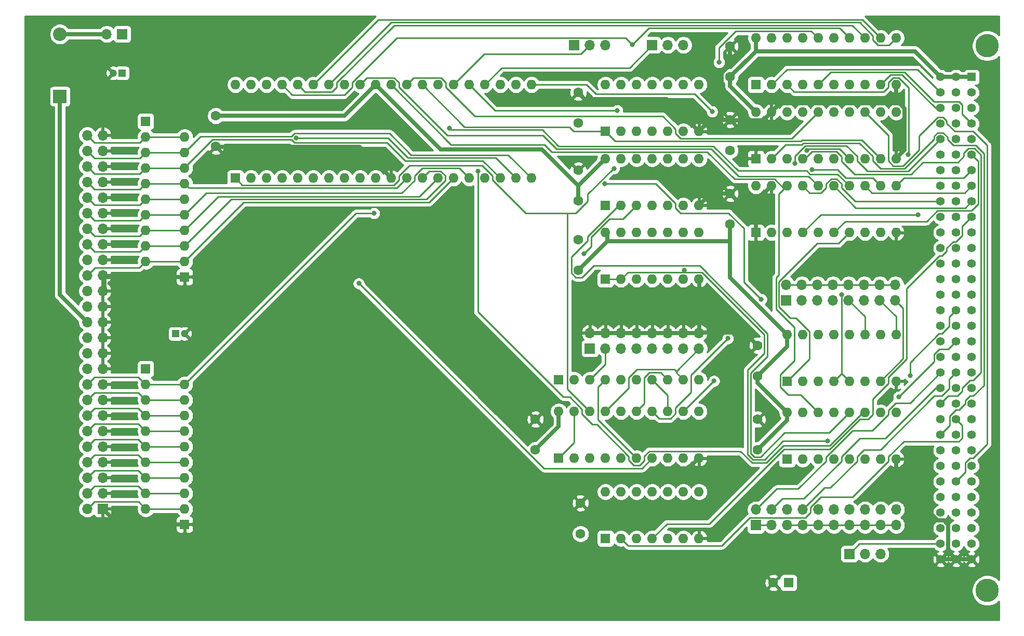
<source format=gbr>
G04 #@! TF.GenerationSoftware,KiCad,Pcbnew,(5.1.8-0-10_14)*
G04 #@! TF.CreationDate,2021-01-06T18:17:56-05:00*
G04 #@! TF.ProjectId,ECB SCSI-1.0-001,45434220-5343-4534-992d-312e302d3030,rev?*
G04 #@! TF.SameCoordinates,Original*
G04 #@! TF.FileFunction,Copper,L1,Top*
G04 #@! TF.FilePolarity,Positive*
%FSLAX46Y46*%
G04 Gerber Fmt 4.6, Leading zero omitted, Abs format (unit mm)*
G04 Created by KiCad (PCBNEW (5.1.8-0-10_14)) date 2021-01-06 18:17:56*
%MOMM*%
%LPD*%
G01*
G04 APERTURE LIST*
G04 #@! TA.AperFunction,ComponentPad*
%ADD10C,1.200000*%
G04 #@! TD*
G04 #@! TA.AperFunction,ComponentPad*
%ADD11R,1.200000X1.200000*%
G04 #@! TD*
G04 #@! TA.AperFunction,ComponentPad*
%ADD12O,1.600000X1.600000*%
G04 #@! TD*
G04 #@! TA.AperFunction,ComponentPad*
%ADD13R,1.600000X1.600000*%
G04 #@! TD*
G04 #@! TA.AperFunction,ComponentPad*
%ADD14O,1.700000X1.700000*%
G04 #@! TD*
G04 #@! TA.AperFunction,ComponentPad*
%ADD15R,1.700000X1.700000*%
G04 #@! TD*
G04 #@! TA.AperFunction,ComponentPad*
%ADD16C,1.600000*%
G04 #@! TD*
G04 #@! TA.AperFunction,ComponentPad*
%ADD17C,3.810000*%
G04 #@! TD*
G04 #@! TA.AperFunction,ComponentPad*
%ADD18C,1.397000*%
G04 #@! TD*
G04 #@! TA.AperFunction,ComponentPad*
%ADD19R,1.397000X1.397000*%
G04 #@! TD*
G04 #@! TA.AperFunction,ComponentPad*
%ADD20O,2.200000X2.200000*%
G04 #@! TD*
G04 #@! TA.AperFunction,ComponentPad*
%ADD21R,2.200000X2.200000*%
G04 #@! TD*
G04 #@! TA.AperFunction,ViaPad*
%ADD22C,0.800000*%
G04 #@! TD*
G04 #@! TA.AperFunction,Conductor*
%ADD23C,0.711200*%
G04 #@! TD*
G04 #@! TA.AperFunction,Conductor*
%ADD24C,0.250000*%
G04 #@! TD*
G04 #@! TA.AperFunction,Conductor*
%ADD25C,0.254000*%
G04 #@! TD*
G04 #@! TA.AperFunction,Conductor*
%ADD26C,0.100000*%
G04 #@! TD*
G04 APERTURE END LIST*
D10*
X53110000Y-48260000D03*
D11*
X54610000Y-48260000D03*
D10*
X64770000Y-90805000D03*
D11*
X63270000Y-90805000D03*
D12*
X133350000Y-116586000D03*
X148590000Y-124206000D03*
X135890000Y-116586000D03*
X146050000Y-124206000D03*
X138430000Y-116586000D03*
X143510000Y-124206000D03*
X140970000Y-116586000D03*
X140970000Y-124206000D03*
X143510000Y-116586000D03*
X138430000Y-124206000D03*
X146050000Y-116586000D03*
X135890000Y-124206000D03*
X148590000Y-116586000D03*
D13*
X133350000Y-124206000D03*
D12*
X133350000Y-74295000D03*
X148590000Y-81915000D03*
X135890000Y-74295000D03*
X146050000Y-81915000D03*
X138430000Y-74295000D03*
X143510000Y-81915000D03*
X140970000Y-74295000D03*
X140970000Y-81915000D03*
X143510000Y-74295000D03*
X138430000Y-81915000D03*
X146050000Y-74295000D03*
X135890000Y-81915000D03*
X148590000Y-74295000D03*
D13*
X133350000Y-81915000D03*
D14*
X146050000Y-43688000D03*
X143510000Y-43688000D03*
D15*
X140970000Y-43688000D03*
D16*
X129286000Y-118444000D03*
X129286000Y-123444000D03*
X69850000Y-60245000D03*
X69850000Y-55245000D03*
D14*
X48895000Y-58420000D03*
X51435000Y-58420000D03*
X48895000Y-60960000D03*
X51435000Y-60960000D03*
X48895000Y-63500000D03*
X51435000Y-63500000D03*
X48895000Y-66040000D03*
X51435000Y-66040000D03*
X48895000Y-68580000D03*
X51435000Y-68580000D03*
X48895000Y-71120000D03*
X51435000Y-71120000D03*
X48895000Y-73660000D03*
X51435000Y-73660000D03*
X48895000Y-76200000D03*
X51435000Y-76200000D03*
X48895000Y-78740000D03*
X51435000Y-78740000D03*
X48895000Y-81280000D03*
X51435000Y-81280000D03*
X48895000Y-83820000D03*
X51435000Y-83820000D03*
X48895000Y-86360000D03*
X51435000Y-86360000D03*
X48895000Y-88900000D03*
X51435000Y-88900000D03*
X48895000Y-91440000D03*
X51435000Y-91440000D03*
X48895000Y-93980000D03*
X51435000Y-93980000D03*
X48895000Y-96520000D03*
X51435000Y-96520000D03*
X48895000Y-99060000D03*
X51435000Y-99060000D03*
X48895000Y-101600000D03*
X51435000Y-101600000D03*
X48895000Y-104140000D03*
X51435000Y-104140000D03*
X48895000Y-106680000D03*
X51435000Y-106680000D03*
X48895000Y-109220000D03*
X51435000Y-109220000D03*
X48895000Y-111760000D03*
X51435000Y-111760000D03*
X48895000Y-114300000D03*
X51435000Y-114300000D03*
X48895000Y-116840000D03*
X51435000Y-116840000D03*
X48895000Y-119380000D03*
D15*
X51435000Y-119380000D03*
D12*
X73025000Y-50165000D03*
X121285000Y-65405000D03*
X75565000Y-50165000D03*
X118745000Y-65405000D03*
X78105000Y-50165000D03*
X116205000Y-65405000D03*
X80645000Y-50165000D03*
X113665000Y-65405000D03*
X83185000Y-50165000D03*
X111125000Y-65405000D03*
X85725000Y-50165000D03*
X108585000Y-65405000D03*
X88265000Y-50165000D03*
X106045000Y-65405000D03*
X90805000Y-50165000D03*
X103505000Y-65405000D03*
X93345000Y-50165000D03*
X100965000Y-65405000D03*
X95885000Y-50165000D03*
X98425000Y-65405000D03*
X98425000Y-50165000D03*
X95885000Y-65405000D03*
X100965000Y-50165000D03*
X93345000Y-65405000D03*
X103505000Y-50165000D03*
X90805000Y-65405000D03*
X106045000Y-50165000D03*
X88265000Y-65405000D03*
X108585000Y-50165000D03*
X85725000Y-65405000D03*
X111125000Y-50165000D03*
X83185000Y-65405000D03*
X113665000Y-50165000D03*
X80645000Y-65405000D03*
X116205000Y-50165000D03*
X78105000Y-65405000D03*
X118745000Y-50165000D03*
X75565000Y-65405000D03*
X121285000Y-50165000D03*
D13*
X73025000Y-65405000D03*
D12*
X125730000Y-103505000D03*
X148590000Y-111125000D03*
X128270000Y-103505000D03*
X146050000Y-111125000D03*
X130810000Y-103505000D03*
X143510000Y-111125000D03*
X133350000Y-103505000D03*
X140970000Y-111125000D03*
X135890000Y-103505000D03*
X138430000Y-111125000D03*
X138430000Y-103505000D03*
X135890000Y-111125000D03*
X140970000Y-103505000D03*
X133350000Y-111125000D03*
X143510000Y-103505000D03*
X130810000Y-111125000D03*
X146050000Y-103505000D03*
X128270000Y-111125000D03*
X148590000Y-103505000D03*
D13*
X125730000Y-111125000D03*
D12*
X133350000Y-50165000D03*
X148590000Y-57785000D03*
X135890000Y-50165000D03*
X146050000Y-57785000D03*
X138430000Y-50165000D03*
X143510000Y-57785000D03*
X140970000Y-50165000D03*
X140970000Y-57785000D03*
X143510000Y-50165000D03*
X138430000Y-57785000D03*
X146050000Y-50165000D03*
X135890000Y-57785000D03*
X148590000Y-50165000D03*
D13*
X133350000Y-57785000D03*
D12*
X133350000Y-62230000D03*
X148590000Y-69850000D03*
X135890000Y-62230000D03*
X146050000Y-69850000D03*
X138430000Y-62230000D03*
X143510000Y-69850000D03*
X140970000Y-62230000D03*
X140970000Y-69850000D03*
X143510000Y-62230000D03*
X138430000Y-69850000D03*
X146050000Y-62230000D03*
X135890000Y-69850000D03*
X148590000Y-62230000D03*
D13*
X133350000Y-69850000D03*
D12*
X162941000Y-103632000D03*
X180721000Y-111252000D03*
X165481000Y-103632000D03*
X178181000Y-111252000D03*
X168021000Y-103632000D03*
X175641000Y-111252000D03*
X170561000Y-103632000D03*
X173101000Y-111252000D03*
X173101000Y-103632000D03*
X170561000Y-111252000D03*
X175641000Y-103632000D03*
X168021000Y-111252000D03*
X178181000Y-103632000D03*
X165481000Y-111252000D03*
X180721000Y-103632000D03*
D13*
X162941000Y-111252000D03*
D12*
X157861000Y-42545000D03*
X180721000Y-50165000D03*
X160401000Y-42545000D03*
X178181000Y-50165000D03*
X162941000Y-42545000D03*
X175641000Y-50165000D03*
X165481000Y-42545000D03*
X173101000Y-50165000D03*
X168021000Y-42545000D03*
X170561000Y-50165000D03*
X170561000Y-42545000D03*
X168021000Y-50165000D03*
X173101000Y-42545000D03*
X165481000Y-50165000D03*
X175641000Y-42545000D03*
X162941000Y-50165000D03*
X178181000Y-42545000D03*
X160401000Y-50165000D03*
X180721000Y-42545000D03*
D13*
X157861000Y-50165000D03*
D12*
X162941000Y-90932000D03*
X180721000Y-98552000D03*
X165481000Y-90932000D03*
X178181000Y-98552000D03*
X168021000Y-90932000D03*
X175641000Y-98552000D03*
X170561000Y-90932000D03*
X173101000Y-98552000D03*
X173101000Y-90932000D03*
X170561000Y-98552000D03*
X175641000Y-90932000D03*
X168021000Y-98552000D03*
X178181000Y-90932000D03*
X165481000Y-98552000D03*
X180721000Y-90932000D03*
D13*
X162941000Y-98552000D03*
D12*
X157861000Y-54610000D03*
X180721000Y-62230000D03*
X160401000Y-54610000D03*
X178181000Y-62230000D03*
X162941000Y-54610000D03*
X175641000Y-62230000D03*
X165481000Y-54610000D03*
X173101000Y-62230000D03*
X168021000Y-54610000D03*
X170561000Y-62230000D03*
X170561000Y-54610000D03*
X168021000Y-62230000D03*
X173101000Y-54610000D03*
X165481000Y-62230000D03*
X175641000Y-54610000D03*
X162941000Y-62230000D03*
X178181000Y-54610000D03*
X160401000Y-62230000D03*
X180721000Y-54610000D03*
D13*
X157861000Y-62230000D03*
D12*
X157861000Y-66675000D03*
X180721000Y-74295000D03*
X160401000Y-66675000D03*
X178181000Y-74295000D03*
X162941000Y-66675000D03*
X175641000Y-74295000D03*
X165481000Y-66675000D03*
X173101000Y-74295000D03*
X168021000Y-66675000D03*
X170561000Y-74295000D03*
X170561000Y-66675000D03*
X168021000Y-74295000D03*
X173101000Y-66675000D03*
X165481000Y-74295000D03*
X175641000Y-66675000D03*
X162941000Y-74295000D03*
X178181000Y-66675000D03*
X160401000Y-74295000D03*
X180721000Y-66675000D03*
D13*
X157861000Y-74295000D03*
D12*
X64770000Y-99060000D03*
X64770000Y-101600000D03*
X64770000Y-104140000D03*
X64770000Y-106680000D03*
X64770000Y-109220000D03*
X64770000Y-111760000D03*
X64770000Y-114300000D03*
X64770000Y-116840000D03*
X64770000Y-119380000D03*
D13*
X64770000Y-121920000D03*
D12*
X58420000Y-119380000D03*
X58420000Y-116840000D03*
X58420000Y-114300000D03*
X58420000Y-111760000D03*
X58420000Y-109220000D03*
X58420000Y-106680000D03*
X58420000Y-104140000D03*
X58420000Y-101600000D03*
X58420000Y-99060000D03*
D13*
X58420000Y-96520000D03*
D12*
X58420000Y-78994000D03*
X58420000Y-76454000D03*
X58420000Y-73914000D03*
X58420000Y-71374000D03*
X58420000Y-68834000D03*
X58420000Y-66294000D03*
X58420000Y-63754000D03*
X58420000Y-61214000D03*
X58420000Y-58674000D03*
D13*
X58420000Y-56134000D03*
D12*
X64770000Y-58674000D03*
X64770000Y-61214000D03*
X64770000Y-63754000D03*
X64770000Y-66294000D03*
X64770000Y-68834000D03*
X64770000Y-71374000D03*
X64770000Y-73914000D03*
X64770000Y-76454000D03*
X64770000Y-78994000D03*
D13*
X64770000Y-81534000D03*
D12*
X148590000Y-98298000D03*
X146050000Y-98298000D03*
X143510000Y-98298000D03*
X140970000Y-98298000D03*
X138430000Y-98298000D03*
X135890000Y-98298000D03*
X133350000Y-98298000D03*
X130810000Y-98298000D03*
X128270000Y-98298000D03*
D13*
X125730000Y-98298000D03*
D14*
X180594000Y-82804000D03*
X180594000Y-85344000D03*
X178054000Y-82804000D03*
X178054000Y-85344000D03*
X175514000Y-82804000D03*
X175514000Y-85344000D03*
X172974000Y-82804000D03*
X172974000Y-85344000D03*
X170434000Y-82804000D03*
X170434000Y-85344000D03*
X167894000Y-82804000D03*
X167894000Y-85344000D03*
X165354000Y-82804000D03*
X165354000Y-85344000D03*
X162814000Y-82804000D03*
D15*
X162814000Y-85344000D03*
D14*
X180721000Y-119507000D03*
X180721000Y-122047000D03*
X178181000Y-119507000D03*
X178181000Y-122047000D03*
X175641000Y-119507000D03*
X175641000Y-122047000D03*
X173101000Y-119507000D03*
X173101000Y-122047000D03*
X170561000Y-119507000D03*
X170561000Y-122047000D03*
X168021000Y-119507000D03*
X168021000Y-122047000D03*
X165481000Y-119507000D03*
X165481000Y-122047000D03*
X162941000Y-119507000D03*
X162941000Y-122047000D03*
X160401000Y-119507000D03*
X160401000Y-122047000D03*
X157861000Y-119507000D03*
D15*
X157861000Y-122047000D03*
D14*
X178181000Y-126746000D03*
X175641000Y-126746000D03*
D15*
X173101000Y-126746000D03*
D14*
X52070000Y-41910000D03*
D15*
X54610000Y-41910000D03*
D14*
X148590000Y-90678000D03*
X148590000Y-93218000D03*
X146050000Y-90678000D03*
X146050000Y-93218000D03*
X143510000Y-90678000D03*
X143510000Y-93218000D03*
X140970000Y-90678000D03*
X140970000Y-93218000D03*
X138430000Y-90678000D03*
X138430000Y-93218000D03*
X135890000Y-90678000D03*
X135890000Y-93218000D03*
X133350000Y-90678000D03*
X133350000Y-93218000D03*
X130810000Y-90678000D03*
D15*
X130810000Y-93218000D03*
D14*
X133350000Y-43688000D03*
X130810000Y-43688000D03*
D15*
X128270000Y-43688000D03*
D17*
X195580000Y-43815000D03*
X195580000Y-132715000D03*
D18*
X187960000Y-127635000D03*
X187960000Y-125095000D03*
X187960000Y-122555000D03*
X187960000Y-120015000D03*
X187960000Y-117475000D03*
X187960000Y-114935000D03*
X187960000Y-112395000D03*
X187960000Y-109855000D03*
X187960000Y-107315000D03*
X187960000Y-104775000D03*
X187960000Y-102235000D03*
X187960000Y-99695000D03*
X187960000Y-97155000D03*
X187960000Y-94615000D03*
X187960000Y-92075000D03*
X187960000Y-89535000D03*
X187960000Y-86995000D03*
X187960000Y-84455000D03*
X187960000Y-81915000D03*
X187960000Y-79375000D03*
X187960000Y-76835000D03*
X187960000Y-74295000D03*
X187960000Y-71755000D03*
X187960000Y-69215000D03*
X187960000Y-66675000D03*
X187960000Y-64135000D03*
X187960000Y-61595000D03*
X187960000Y-59055000D03*
X187960000Y-56515000D03*
X187960000Y-53975000D03*
X187960000Y-51435000D03*
X187960000Y-48895000D03*
X190500000Y-127635000D03*
X190500000Y-125095000D03*
X190500000Y-122555000D03*
X190500000Y-120015000D03*
X190500000Y-117475000D03*
X190500000Y-114935000D03*
X190500000Y-112395000D03*
X190500000Y-109855000D03*
X190500000Y-107315000D03*
X190500000Y-104775000D03*
X190500000Y-102235000D03*
X190500000Y-99695000D03*
X190500000Y-97155000D03*
X190500000Y-94615000D03*
X190500000Y-92075000D03*
X190500000Y-89535000D03*
X190500000Y-86995000D03*
X190500000Y-84455000D03*
X190500000Y-81915000D03*
X190500000Y-79375000D03*
X190500000Y-76835000D03*
X190500000Y-74295000D03*
X190500000Y-71755000D03*
X190500000Y-69215000D03*
X190500000Y-66675000D03*
X190500000Y-64135000D03*
X190500000Y-61595000D03*
X190500000Y-59055000D03*
X190500000Y-56515000D03*
X190500000Y-53975000D03*
X190500000Y-51435000D03*
X190500000Y-48895000D03*
X193040000Y-127635000D03*
X193040000Y-125095000D03*
X193040000Y-122555000D03*
X193040000Y-120015000D03*
X193040000Y-117475000D03*
X193040000Y-114935000D03*
X193040000Y-112395000D03*
X193040000Y-109855000D03*
X193040000Y-107315000D03*
X193040000Y-104775000D03*
X193040000Y-102235000D03*
X193040000Y-99695000D03*
X193040000Y-97155000D03*
X193040000Y-94615000D03*
X193040000Y-92075000D03*
X193040000Y-89535000D03*
X193040000Y-86995000D03*
X193040000Y-84455000D03*
X193040000Y-81915000D03*
X193040000Y-79375000D03*
X193040000Y-76835000D03*
X193040000Y-74295000D03*
X193040000Y-71755000D03*
X193040000Y-69215000D03*
X193040000Y-66675000D03*
X193040000Y-64135000D03*
X193040000Y-61595000D03*
X193040000Y-59055000D03*
X193040000Y-56515000D03*
X193040000Y-53975000D03*
X193040000Y-51435000D03*
D19*
X193040000Y-48895000D03*
D20*
X44450000Y-41910000D03*
D21*
X44450000Y-52070000D03*
D16*
X121920000Y-104775000D03*
X121920000Y-109775000D03*
X128905000Y-75438000D03*
X128905000Y-80438000D03*
X128905000Y-64135000D03*
X128905000Y-69135000D03*
X128905000Y-51435000D03*
X128905000Y-56435000D03*
X153670000Y-43895000D03*
X153670000Y-48895000D03*
X153670000Y-55880000D03*
X153670000Y-60880000D03*
X153670000Y-67945000D03*
X153670000Y-72945000D03*
X158115000Y-92710000D03*
X158115000Y-97710000D03*
X158115000Y-104775000D03*
X158115000Y-109775000D03*
X160695000Y-131445000D03*
D13*
X163195000Y-131445000D03*
D22*
X182663900Y-61557800D03*
X184325200Y-71352800D03*
X164206100Y-62969700D03*
X181144600Y-101129400D03*
X182984600Y-97659600D03*
X169581300Y-108332700D03*
X146166100Y-80484600D03*
X82955100Y-58858100D03*
X95623800Y-71156400D03*
X107910100Y-57246200D03*
X167002600Y-64025800D03*
X171798600Y-84423500D03*
X134726700Y-63861600D03*
X153288300Y-91575900D03*
X151844600Y-46499500D03*
X151035000Y-98520000D03*
X137750500Y-43604600D03*
X93148300Y-82607000D03*
X150735300Y-54551800D03*
X129831800Y-77780200D03*
X166165300Y-60858000D03*
X158750400Y-85184500D03*
X133227300Y-66310100D03*
X112609000Y-64237000D03*
X135285300Y-54381900D03*
D23*
X69850000Y-60245000D02*
X69869300Y-60264300D01*
X69869300Y-60264300D02*
X93284300Y-60264300D01*
X93284300Y-60264300D02*
X98425000Y-65405000D01*
X180721000Y-53207000D02*
X181243100Y-53207000D01*
X181243100Y-53207000D02*
X182084600Y-54048500D01*
X182084600Y-54048500D02*
X182084600Y-60785300D01*
X182084600Y-60785300D02*
X180721000Y-62148900D01*
X180721000Y-62148900D02*
X180721000Y-62230000D01*
X160401000Y-54610000D02*
X159019000Y-55992000D01*
X159019000Y-55992000D02*
X153782000Y-55992000D01*
X153782000Y-55992000D02*
X153670000Y-55880000D01*
X180721000Y-53207000D02*
X161804000Y-53207000D01*
X161804000Y-53207000D02*
X160401000Y-54610000D01*
X148657800Y-90610200D02*
X148590000Y-90678000D01*
X158115000Y-92710000D02*
X156015200Y-90610200D01*
X156015200Y-90610200D02*
X148657800Y-90610200D01*
X148657800Y-90610200D02*
X148657800Y-81982800D01*
X148657800Y-81982800D02*
X148590000Y-81915000D01*
X148590000Y-90678000D02*
X146050000Y-90678000D01*
X180721000Y-111252000D02*
X180721000Y-114551600D01*
X180721000Y-114551600D02*
X187469900Y-121300500D01*
X187469900Y-121300500D02*
X188543200Y-121300500D01*
X188543200Y-121300500D02*
X189230000Y-121987300D01*
X189230000Y-121987300D02*
X189230000Y-126365000D01*
X189230000Y-126365000D02*
X190500000Y-127635000D01*
X152280900Y-55880000D02*
X152280900Y-48277200D01*
X152280900Y-48277200D02*
X153670000Y-46888100D01*
X153670000Y-46888100D02*
X153670000Y-43895000D01*
X152280900Y-55880000D02*
X150495000Y-55880000D01*
X150495000Y-55880000D02*
X148590000Y-57785000D01*
X153670000Y-55880000D02*
X152280900Y-55880000D01*
X128905000Y-51435000D02*
X129940700Y-52470700D01*
X129940700Y-52470700D02*
X143275700Y-52470700D01*
X143275700Y-52470700D02*
X148590000Y-57785000D01*
X180721000Y-50165000D02*
X180721000Y-53207000D01*
X187960000Y-127635000D02*
X190500000Y-127635000D01*
X148590000Y-111125000D02*
X145859500Y-113855500D01*
X145859500Y-113855500D02*
X133874500Y-113855500D01*
X133874500Y-113855500D02*
X129286000Y-118444000D01*
X157854300Y-69221700D02*
X154946700Y-69221700D01*
X154946700Y-69221700D02*
X153670000Y-67945000D01*
X160401000Y-66675000D02*
X157854300Y-69221700D01*
X157861000Y-74295000D02*
X157861000Y-69228400D01*
X157861000Y-69228400D02*
X157854300Y-69221700D01*
X51435000Y-119380000D02*
X53975000Y-121920000D01*
X53975000Y-121920000D02*
X64770000Y-121920000D01*
X51689000Y-81534000D02*
X51435000Y-81280000D01*
X64770000Y-81534000D02*
X51689000Y-81534000D01*
X51689000Y-81534000D02*
X51689000Y-83566000D01*
X51689000Y-83566000D02*
X51435000Y-83820000D01*
X153670000Y-67945000D02*
X150495000Y-67945000D01*
X150495000Y-67945000D02*
X148590000Y-69850000D01*
X143510000Y-90678000D02*
X146050000Y-90678000D01*
X140970000Y-90678000D02*
X143510000Y-90678000D01*
X138430000Y-90678000D02*
X140970000Y-90678000D01*
X135890000Y-90678000D02*
X138430000Y-90678000D01*
X133350000Y-90678000D02*
X135890000Y-90678000D01*
X130810000Y-90678000D02*
X133350000Y-90678000D01*
X193040000Y-127635000D02*
X190500000Y-127635000D01*
X125730000Y-103505000D02*
X125730000Y-105965000D01*
X125730000Y-105965000D02*
X121920000Y-109775000D01*
X95885000Y-50165000D02*
X106439600Y-60719600D01*
X106439600Y-60719600D02*
X122949600Y-60719600D01*
X122949600Y-60719600D02*
X128905000Y-66675000D01*
X128905000Y-66675000D02*
X133350000Y-62230000D01*
X128905000Y-69135000D02*
X128905000Y-66675000D01*
X95885000Y-50165000D02*
X90805000Y-55245000D01*
X90805000Y-55245000D02*
X69850000Y-55245000D01*
X190500000Y-48895000D02*
X187960000Y-48895000D01*
X193040000Y-48895000D02*
X190500000Y-48895000D01*
X187960000Y-48895000D02*
X183769000Y-44704000D01*
X183769000Y-44704000D02*
X157861000Y-44704000D01*
X133658400Y-75684600D02*
X128905000Y-80438000D01*
X153670000Y-75684600D02*
X133658400Y-75684600D01*
X133658400Y-75684600D02*
X133658400Y-74603400D01*
X133658400Y-74603400D02*
X133350000Y-74295000D01*
X153670000Y-75684600D02*
X153670000Y-81661000D01*
X153670000Y-81661000D02*
X162941000Y-90932000D01*
X153670000Y-72945000D02*
X153670000Y-75684600D01*
X157861000Y-44704000D02*
X157861000Y-42545000D01*
X153670000Y-48895000D02*
X157861000Y-44704000D01*
X157861000Y-54610000D02*
X153670000Y-50419000D01*
X153670000Y-50419000D02*
X153670000Y-48895000D01*
X158115000Y-97710000D02*
X162941000Y-92884000D01*
X162941000Y-92884000D02*
X162941000Y-90932000D01*
X162941000Y-103632000D02*
X158115000Y-98806000D01*
X158115000Y-98806000D02*
X158115000Y-97710000D01*
X158115000Y-109775000D02*
X162941000Y-104949000D01*
X162941000Y-104949000D02*
X162941000Y-103632000D01*
X44450000Y-41910000D02*
X52070000Y-41910000D01*
X44450000Y-52070000D02*
X44450000Y-84455000D01*
X44450000Y-84455000D02*
X48895000Y-88900000D01*
D24*
X187960000Y-125095000D02*
X174752000Y-125095000D01*
X174752000Y-125095000D02*
X173101000Y-126746000D01*
X187960000Y-107315000D02*
X189476100Y-105798900D01*
X189476100Y-105798900D02*
X189476100Y-104278000D01*
X189476100Y-104278000D02*
X190495200Y-103258900D01*
X190495200Y-103258900D02*
X190997000Y-103258900D01*
X190997000Y-103258900D02*
X192016100Y-102239800D01*
X192016100Y-102239800D02*
X192016100Y-101738000D01*
X192016100Y-101738000D02*
X192789100Y-100965000D01*
X192789100Y-100965000D02*
X193267200Y-100965000D01*
X193267200Y-100965000D02*
X195027100Y-99205100D01*
X195027100Y-99205100D02*
X195027100Y-61397600D01*
X195027100Y-61397600D02*
X193708500Y-60079000D01*
X193708500Y-60079000D02*
X190067000Y-60079000D01*
X190067000Y-60079000D02*
X189089500Y-59101500D01*
X189089500Y-59101500D02*
X189089500Y-58700100D01*
X189089500Y-58700100D02*
X188367800Y-57978400D01*
X188367800Y-57978400D02*
X187516500Y-57978400D01*
X187516500Y-57978400D02*
X186936100Y-58558800D01*
X186936100Y-58558800D02*
X186936100Y-58996200D01*
X186936100Y-58996200D02*
X182084600Y-63847700D01*
X182084600Y-63847700D02*
X178184100Y-63847700D01*
X178184100Y-63847700D02*
X176911000Y-62574600D01*
X176911000Y-62574600D02*
X176911000Y-61841300D01*
X176911000Y-61841300D02*
X174743700Y-59674000D01*
X174743700Y-59674000D02*
X165615600Y-59674000D01*
X165615600Y-59674000D02*
X165325200Y-59964400D01*
X165325200Y-59964400D02*
X162666600Y-59964400D01*
X162666600Y-59964400D02*
X160401000Y-62230000D01*
X165481000Y-62230000D02*
X165819100Y-62230000D01*
X165819100Y-62230000D02*
X166972300Y-61076800D01*
X166972300Y-61076800D02*
X171000700Y-61076800D01*
X171000700Y-61076800D02*
X171831000Y-61907100D01*
X171831000Y-61907100D02*
X171831000Y-62634700D01*
X171831000Y-62634700D02*
X173944600Y-64748300D01*
X173944600Y-64748300D02*
X183178600Y-64748300D01*
X183178600Y-64748300D02*
X185087000Y-62839900D01*
X185087000Y-62839900D02*
X190790400Y-62839900D01*
X190790400Y-62839900D02*
X191770000Y-61860300D01*
X191770000Y-61860300D02*
X191770000Y-61312600D01*
X191770000Y-61312600D02*
X192511400Y-60571200D01*
X192511400Y-60571200D02*
X193505200Y-60571200D01*
X193505200Y-60571200D02*
X194549800Y-61615800D01*
X194549800Y-61615800D02*
X194549800Y-97143800D01*
X194549800Y-97143800D02*
X193268600Y-98425000D01*
X193268600Y-98425000D02*
X192791300Y-98425000D01*
X192791300Y-98425000D02*
X191523900Y-99692400D01*
X191523900Y-99692400D02*
X191523900Y-100167700D01*
X191523900Y-100167700D02*
X190726600Y-100965000D01*
X190726600Y-100965000D02*
X189230000Y-100965000D01*
X189230000Y-100965000D02*
X187960000Y-102235000D01*
X187960000Y-99695000D02*
X187134700Y-99695000D01*
X187134700Y-99695000D02*
X178933900Y-107895800D01*
X178933900Y-107895800D02*
X174799400Y-107895800D01*
X174799400Y-107895800D02*
X171831000Y-110864200D01*
X171831000Y-110864200D02*
X171831000Y-111589300D01*
X171831000Y-111589300D02*
X165686500Y-117733800D01*
X165686500Y-117733800D02*
X162174200Y-117733800D01*
X162174200Y-117733800D02*
X160401000Y-119507000D01*
X157861000Y-119507000D02*
X161238900Y-116129100D01*
X161238900Y-116129100D02*
X164748000Y-116129100D01*
X164748000Y-116129100D02*
X169291000Y-111586100D01*
X169291000Y-111586100D02*
X169291000Y-110924600D01*
X169291000Y-110924600D02*
X173613700Y-106601900D01*
X173613700Y-106601900D02*
X176849500Y-106601900D01*
X176849500Y-106601900D02*
X179451000Y-104000400D01*
X179451000Y-104000400D02*
X179451000Y-103288800D01*
X179451000Y-103288800D02*
X180619500Y-102120300D01*
X180619500Y-102120300D02*
X182994700Y-102120300D01*
X182994700Y-102120300D02*
X187960000Y-97155000D01*
X162941000Y-50165000D02*
X164084000Y-51308000D01*
X164084000Y-51308000D02*
X178668400Y-51308000D01*
X178668400Y-51308000D02*
X179451000Y-50525400D01*
X179451000Y-50525400D02*
X179451000Y-49760300D01*
X179451000Y-49760300D02*
X180214100Y-48997200D01*
X180214100Y-48997200D02*
X181157500Y-48997200D01*
X181157500Y-48997200D02*
X182766400Y-50606100D01*
X182766400Y-50606100D02*
X182766400Y-61455300D01*
X182766400Y-61455300D02*
X182663900Y-61557800D01*
X187960000Y-69215000D02*
X174035100Y-69215000D01*
X174035100Y-69215000D02*
X171831000Y-67010900D01*
X171831000Y-67010900D02*
X171831000Y-66344800D01*
X171831000Y-66344800D02*
X171008500Y-65522300D01*
X171008500Y-65522300D02*
X170122000Y-65522300D01*
X170122000Y-65522300D02*
X169291000Y-66353300D01*
X169291000Y-66353300D02*
X169291000Y-67002500D01*
X169291000Y-67002500D02*
X168493100Y-67800400D01*
X168493100Y-67800400D02*
X166606400Y-67800400D01*
X166606400Y-67800400D02*
X165481000Y-66675000D01*
X184325200Y-71352800D02*
X168423200Y-71352800D01*
X168423200Y-71352800D02*
X165481000Y-74295000D01*
X164206100Y-62969700D02*
X164206100Y-61791300D01*
X164206100Y-61791300D02*
X165873000Y-60124400D01*
X165873000Y-60124400D02*
X172633700Y-60124400D01*
X172633700Y-60124400D02*
X174371000Y-61861700D01*
X174371000Y-61861700D02*
X174371000Y-62608100D01*
X174371000Y-62608100D02*
X176060900Y-64298000D01*
X176060900Y-64298000D02*
X182717000Y-64298000D01*
X182717000Y-64298000D02*
X187960000Y-59055000D01*
X187960000Y-53975000D02*
X187122600Y-53975000D01*
X187122600Y-53975000D02*
X181694400Y-48546800D01*
X181694400Y-48546800D02*
X179799200Y-48546800D01*
X179799200Y-48546800D02*
X178181000Y-50165000D01*
X187960000Y-51435000D02*
X184171200Y-47646200D01*
X184171200Y-47646200D02*
X162919800Y-47646200D01*
X162919800Y-47646200D02*
X160401000Y-50165000D01*
X190500000Y-104775000D02*
X191523900Y-105798900D01*
X191523900Y-105798900D02*
X191523900Y-107801400D01*
X191523900Y-107801400D02*
X190961800Y-108363500D01*
X190961800Y-108363500D02*
X181964000Y-108363500D01*
X181964000Y-108363500D02*
X179451000Y-110876500D01*
X179451000Y-110876500D02*
X179451000Y-111592900D01*
X179451000Y-111592900D02*
X173605400Y-117438500D01*
X173605400Y-117438500D02*
X168423100Y-117438500D01*
X168423100Y-117438500D02*
X166751000Y-119110600D01*
X166751000Y-119110600D02*
X166751000Y-119994800D01*
X166751000Y-119994800D02*
X165874200Y-120871600D01*
X165874200Y-120871600D02*
X156814700Y-120871600D01*
X156814700Y-120871600D02*
X152314900Y-125371400D01*
X152314900Y-125371400D02*
X137055400Y-125371400D01*
X137055400Y-125371400D02*
X135890000Y-124206000D01*
X190500000Y-97155000D02*
X189389400Y-98265600D01*
X189389400Y-98265600D02*
X189389400Y-99749100D01*
X189389400Y-99749100D02*
X188173500Y-100965000D01*
X188173500Y-100965000D02*
X186936100Y-100965000D01*
X186936100Y-100965000D02*
X178180700Y-109720400D01*
X178180700Y-109720400D02*
X175503400Y-109720400D01*
X175503400Y-109720400D02*
X174371000Y-110852800D01*
X174371000Y-110852800D02*
X174371000Y-111575500D01*
X174371000Y-111575500D02*
X169996600Y-115949900D01*
X169996600Y-115949900D02*
X169038100Y-115949900D01*
X169038100Y-115949900D02*
X165481000Y-119507000D01*
X190500000Y-92075000D02*
X189230000Y-93345000D01*
X189230000Y-93345000D02*
X187730300Y-93345000D01*
X187730300Y-93345000D02*
X186936100Y-94139200D01*
X186936100Y-94139200D02*
X186936100Y-95337900D01*
X186936100Y-95337900D02*
X181144600Y-101129400D01*
X190500000Y-86995000D02*
X189389400Y-88105600D01*
X189389400Y-88105600D02*
X189389400Y-89589100D01*
X189389400Y-89589100D02*
X188173500Y-90805000D01*
X188173500Y-90805000D02*
X187687600Y-90805000D01*
X187687600Y-90805000D02*
X182984600Y-95508000D01*
X182984600Y-95508000D02*
X182984600Y-97659600D01*
X193040000Y-71755000D02*
X191523900Y-73271100D01*
X191523900Y-73271100D02*
X191523900Y-74792100D01*
X191523900Y-74792100D02*
X190504900Y-75811100D01*
X190504900Y-75811100D02*
X190003000Y-75811100D01*
X190003000Y-75811100D02*
X188983900Y-76830200D01*
X188983900Y-76830200D02*
X188983900Y-77332100D01*
X188983900Y-77332100D02*
X188211000Y-78105000D01*
X188211000Y-78105000D02*
X187732800Y-78105000D01*
X187732800Y-78105000D02*
X182408700Y-83429100D01*
X182408700Y-83429100D02*
X182408700Y-94961200D01*
X182408700Y-94961200D02*
X179451000Y-97918900D01*
X179451000Y-97918900D02*
X179451000Y-98921800D01*
X179451000Y-98921800D02*
X176911000Y-101461800D01*
X176911000Y-101461800D02*
X176911000Y-104023400D01*
X176911000Y-104023400D02*
X176177000Y-104757400D01*
X176177000Y-104757400D02*
X174821300Y-104757400D01*
X174821300Y-104757400D02*
X169920500Y-109658200D01*
X169920500Y-109658200D02*
X162416100Y-109658200D01*
X162416100Y-109658200D02*
X150263700Y-121810600D01*
X150263700Y-121810600D02*
X143365400Y-121810600D01*
X143365400Y-121810600D02*
X140970000Y-124206000D01*
X193040000Y-69215000D02*
X192005700Y-70249300D01*
X192005700Y-70249300D02*
X174135300Y-70249300D01*
X174135300Y-70249300D02*
X170561000Y-66675000D01*
X193040000Y-66675000D02*
X191914600Y-67800400D01*
X191914600Y-67800400D02*
X176766400Y-67800400D01*
X176766400Y-67800400D02*
X175641000Y-66675000D01*
X180721000Y-66675000D02*
X181991000Y-65405000D01*
X181991000Y-65405000D02*
X191770000Y-65405000D01*
X191770000Y-65405000D02*
X193040000Y-64135000D01*
X193040000Y-61595000D02*
X194080600Y-62635600D01*
X194080600Y-62635600D02*
X194080600Y-69630700D01*
X194080600Y-69630700D02*
X193001200Y-70710100D01*
X193001200Y-70710100D02*
X187446000Y-70710100D01*
X187446000Y-70710100D02*
X185699800Y-72456300D01*
X185699800Y-72456300D02*
X172399700Y-72456300D01*
X172399700Y-72456300D02*
X170561000Y-74295000D01*
X193040000Y-56515000D02*
X191523900Y-54998900D01*
X191523900Y-54998900D02*
X191523900Y-53477900D01*
X191523900Y-53477900D02*
X190986800Y-52940800D01*
X190986800Y-52940800D02*
X186911800Y-52940800D01*
X186911800Y-52940800D02*
X182067500Y-48096500D01*
X182067500Y-48096500D02*
X170089500Y-48096500D01*
X170089500Y-48096500D02*
X168021000Y-50165000D01*
X108585000Y-50165000D02*
X113603100Y-45146900D01*
X113603100Y-45146900D02*
X129351100Y-45146900D01*
X129351100Y-45146900D02*
X130810000Y-43688000D01*
X146166100Y-80749600D02*
X149076400Y-80749600D01*
X149076400Y-80749600D02*
X159251200Y-90924400D01*
X159251200Y-90924400D02*
X159251200Y-93974700D01*
X159251200Y-93974700D02*
X156521600Y-96704300D01*
X156521600Y-96704300D02*
X156521600Y-110472400D01*
X156521600Y-110472400D02*
X157401800Y-111352600D01*
X157401800Y-111352600D02*
X159281800Y-111352600D01*
X159281800Y-111352600D02*
X162301700Y-108332700D01*
X162301700Y-108332700D02*
X169581300Y-108332700D01*
X146166100Y-80749600D02*
X146166100Y-80484600D01*
X135890000Y-81915000D02*
X137055400Y-80749600D01*
X137055400Y-80749600D02*
X146166100Y-80749600D01*
X135890000Y-81915000D02*
X133350000Y-81915000D01*
X144876400Y-96931600D02*
X144608300Y-96663500D01*
X144608300Y-96663500D02*
X138446500Y-96663500D01*
X138446500Y-96663500D02*
X137160000Y-97950000D01*
X137160000Y-97950000D02*
X137160000Y-99695000D01*
X137160000Y-99695000D02*
X133350000Y-103505000D01*
X148590000Y-93218000D02*
X144876400Y-96931600D01*
X144876400Y-96931600D02*
X144876400Y-97124400D01*
X144876400Y-97124400D02*
X146050000Y-98298000D01*
X138430000Y-103505000D02*
X139700000Y-102235000D01*
X139700000Y-102235000D02*
X139700000Y-97939500D01*
X139700000Y-97939500D02*
X140482800Y-97156700D01*
X140482800Y-97156700D02*
X142368700Y-97156700D01*
X142368700Y-97156700D02*
X143510000Y-98298000D01*
X140970000Y-98298000D02*
X143510000Y-100838000D01*
X143510000Y-100838000D02*
X143510000Y-103505000D01*
X133350000Y-98298000D02*
X132168700Y-99479300D01*
X132168700Y-99479300D02*
X132168700Y-104863700D01*
X132168700Y-104863700D02*
X138430000Y-111125000D01*
X133350000Y-93218000D02*
X133350000Y-95758000D01*
X133350000Y-95758000D02*
X130810000Y-98298000D01*
X58420000Y-58674000D02*
X64770000Y-58674000D01*
X58420000Y-58674000D02*
X57467500Y-59626500D01*
X57467500Y-59626500D02*
X50101500Y-59626500D01*
X50101500Y-59626500D02*
X48895000Y-58420000D01*
X121285000Y-65405000D02*
X117505900Y-61625900D01*
X117505900Y-61625900D02*
X101673100Y-61625900D01*
X101673100Y-61625900D02*
X98180000Y-58132800D01*
X98180000Y-58132800D02*
X82654700Y-58132800D01*
X82654700Y-58132800D02*
X82187800Y-58599700D01*
X82187800Y-58599700D02*
X82187800Y-58599800D01*
X82187800Y-58599800D02*
X67384200Y-58599800D01*
X67384200Y-58599800D02*
X64770000Y-61214000D01*
X58420000Y-61214000D02*
X64770000Y-61214000D01*
X58420000Y-61214000D02*
X57467500Y-62166500D01*
X57467500Y-62166500D02*
X50101500Y-62166500D01*
X50101500Y-62166500D02*
X48895000Y-60960000D01*
X64770000Y-63754000D02*
X64770000Y-63679700D01*
X64770000Y-63679700D02*
X69333200Y-59116500D01*
X69333200Y-59116500D02*
X82187800Y-59116500D01*
X82187800Y-59116500D02*
X82654700Y-59583400D01*
X82654700Y-59583400D02*
X97720200Y-59583400D01*
X97720200Y-59583400D02*
X100689300Y-62552500D01*
X100689300Y-62552500D02*
X113352500Y-62552500D01*
X113352500Y-62552500D02*
X116205000Y-65405000D01*
X58420000Y-63754000D02*
X64770000Y-63754000D01*
X58420000Y-63754000D02*
X57467500Y-64706500D01*
X57467500Y-64706500D02*
X50101500Y-64706500D01*
X50101500Y-64706500D02*
X48895000Y-63500000D01*
X64770000Y-66294000D02*
X58420000Y-66294000D01*
X100965000Y-65405000D02*
X99381800Y-66988200D01*
X99381800Y-66988200D02*
X65464200Y-66988200D01*
X65464200Y-66988200D02*
X64770000Y-66294000D01*
X58420000Y-66294000D02*
X57467500Y-67246500D01*
X57467500Y-67246500D02*
X50101500Y-67246500D01*
X50101500Y-67246500D02*
X48895000Y-66040000D01*
X82955100Y-58858100D02*
X97950100Y-58858100D01*
X97950100Y-58858100D02*
X101168300Y-62076300D01*
X101168300Y-62076300D02*
X115416300Y-62076300D01*
X115416300Y-62076300D02*
X118745000Y-65405000D01*
X58420000Y-68834000D02*
X64770000Y-68834000D01*
X58420000Y-68834000D02*
X57467500Y-69786500D01*
X57467500Y-69786500D02*
X50101500Y-69786500D01*
X50101500Y-69786500D02*
X48895000Y-68580000D01*
X64770000Y-71374000D02*
X68271400Y-67872600D01*
X68271400Y-67872600D02*
X100134400Y-67872600D01*
X100134400Y-67872600D02*
X102235000Y-65772000D01*
X102235000Y-65772000D02*
X102235000Y-65061200D01*
X102235000Y-65061200D02*
X103491900Y-63804300D01*
X103491900Y-63804300D02*
X109524300Y-63804300D01*
X109524300Y-63804300D02*
X111125000Y-65405000D01*
X58420000Y-71374000D02*
X64770000Y-71374000D01*
X58420000Y-71374000D02*
X57467500Y-72326500D01*
X57467500Y-72326500D02*
X50101500Y-72326500D01*
X50101500Y-72326500D02*
X48895000Y-71120000D01*
X64770000Y-73914000D02*
X70245700Y-68438300D01*
X70245700Y-68438300D02*
X103011700Y-68438300D01*
X103011700Y-68438300D02*
X106045000Y-65405000D01*
X58420000Y-73914000D02*
X64770000Y-73914000D01*
X58420000Y-73914000D02*
X57467500Y-74866500D01*
X57467500Y-74866500D02*
X50101500Y-74866500D01*
X50101500Y-74866500D02*
X48895000Y-73660000D01*
X64770000Y-76454000D02*
X72335300Y-68888700D01*
X72335300Y-68888700D02*
X104154400Y-68888700D01*
X104154400Y-68888700D02*
X107211400Y-65831700D01*
X107211400Y-65831700D02*
X107211400Y-64979800D01*
X107211400Y-64979800D02*
X106486200Y-64254600D01*
X106486200Y-64254600D02*
X104655400Y-64254600D01*
X104655400Y-64254600D02*
X103505000Y-65405000D01*
X58420000Y-76454000D02*
X64770000Y-76454000D01*
X58420000Y-76454000D02*
X57467500Y-77406500D01*
X57467500Y-77406500D02*
X50101500Y-77406500D01*
X50101500Y-77406500D02*
X48895000Y-76200000D01*
X64770000Y-78994000D02*
X58420000Y-78994000D01*
X108585000Y-65405000D02*
X104650900Y-69339100D01*
X104650900Y-69339100D02*
X74424900Y-69339100D01*
X74424900Y-69339100D02*
X64770000Y-78994000D01*
X58420000Y-78994000D02*
X57404000Y-80010000D01*
X57404000Y-80010000D02*
X50165000Y-80010000D01*
X50165000Y-80010000D02*
X48895000Y-81280000D01*
X64770000Y-99060000D02*
X92673600Y-71156400D01*
X92673600Y-71156400D02*
X95623800Y-71156400D01*
X64770000Y-99060000D02*
X58420000Y-99060000D01*
X58420000Y-99060000D02*
X57229400Y-97869400D01*
X57229400Y-97869400D02*
X50085600Y-97869400D01*
X50085600Y-97869400D02*
X48895000Y-99060000D01*
X58420000Y-101600000D02*
X57229400Y-100409400D01*
X57229400Y-100409400D02*
X50085600Y-100409400D01*
X50085600Y-100409400D02*
X48895000Y-101600000D01*
X64770000Y-101600000D02*
X58420000Y-101600000D01*
X58420000Y-104140000D02*
X57229400Y-102949400D01*
X57229400Y-102949400D02*
X50085600Y-102949400D01*
X50085600Y-102949400D02*
X48895000Y-104140000D01*
X64770000Y-104140000D02*
X58420000Y-104140000D01*
X58420000Y-106680000D02*
X57229400Y-105489400D01*
X57229400Y-105489400D02*
X50085600Y-105489400D01*
X50085600Y-105489400D02*
X48895000Y-106680000D01*
X64770000Y-106680000D02*
X58420000Y-106680000D01*
X58420000Y-109220000D02*
X57229400Y-108029400D01*
X57229400Y-108029400D02*
X50085600Y-108029400D01*
X50085600Y-108029400D02*
X48895000Y-109220000D01*
X64770000Y-109220000D02*
X58420000Y-109220000D01*
X58420000Y-111760000D02*
X57229400Y-110569400D01*
X57229400Y-110569400D02*
X50085600Y-110569400D01*
X50085600Y-110569400D02*
X48895000Y-111760000D01*
X64770000Y-111760000D02*
X58420000Y-111760000D01*
X58420000Y-114300000D02*
X57229400Y-113109400D01*
X57229400Y-113109400D02*
X50085600Y-113109400D01*
X50085600Y-113109400D02*
X48895000Y-114300000D01*
X64770000Y-114300000D02*
X58420000Y-114300000D01*
X58420000Y-116840000D02*
X57229400Y-115649400D01*
X57229400Y-115649400D02*
X50085600Y-115649400D01*
X50085600Y-115649400D02*
X48895000Y-116840000D01*
X64770000Y-116840000D02*
X58420000Y-116840000D01*
X58420000Y-119380000D02*
X57244600Y-118204600D01*
X57244600Y-118204600D02*
X50070400Y-118204600D01*
X50070400Y-118204600D02*
X48895000Y-119380000D01*
X64770000Y-119380000D02*
X58420000Y-119380000D01*
X167894000Y-82804000D02*
X170434000Y-82804000D01*
X165354000Y-82804000D02*
X167894000Y-82804000D01*
X162814000Y-82804000D02*
X165354000Y-82804000D01*
X172974000Y-82804000D02*
X175514000Y-82804000D01*
X170434000Y-82804000D02*
X172974000Y-82804000D01*
X178054000Y-82804000D02*
X180594000Y-82804000D01*
X175514000Y-82804000D02*
X178054000Y-82804000D01*
X180594000Y-85344000D02*
X181871700Y-86621700D01*
X181871700Y-86621700D02*
X181871700Y-94861300D01*
X181871700Y-94861300D02*
X178181000Y-98552000D01*
X178054000Y-85344000D02*
X180721000Y-88011000D01*
X180721000Y-88011000D02*
X180721000Y-90932000D01*
X172974000Y-85344000D02*
X175641000Y-88011000D01*
X175641000Y-88011000D02*
X175641000Y-90932000D01*
X162472400Y-67143600D02*
X161606500Y-68009500D01*
X161606500Y-68009500D02*
X161606500Y-81216800D01*
X161606500Y-81216800D02*
X161156200Y-81667100D01*
X161156200Y-81667100D02*
X161156200Y-86810400D01*
X161156200Y-86810400D02*
X164136100Y-89790300D01*
X164136100Y-89790300D02*
X164136100Y-95179200D01*
X164136100Y-95179200D02*
X161815600Y-97499700D01*
X161815600Y-97499700D02*
X161815600Y-99503200D01*
X161815600Y-99503200D02*
X163082100Y-100769700D01*
X163082100Y-100769700D02*
X165158700Y-100769700D01*
X165158700Y-100769700D02*
X168021000Y-103632000D01*
X162472400Y-67143600D02*
X162941000Y-66675000D01*
X162472400Y-67143600D02*
X160878500Y-65549700D01*
X160878500Y-65549700D02*
X154375600Y-65549700D01*
X154375600Y-65549700D02*
X149930500Y-61104600D01*
X149930500Y-61104600D02*
X124567300Y-61104600D01*
X124567300Y-61104600D02*
X123402000Y-59939300D01*
X123402000Y-59939300D02*
X108199300Y-59939300D01*
X108199300Y-59939300D02*
X98425000Y-50165000D01*
X162941000Y-98552000D02*
X166606700Y-94886300D01*
X166606700Y-94886300D02*
X166606700Y-90449500D01*
X166606700Y-90449500D02*
X164406400Y-88249200D01*
X164406400Y-88249200D02*
X163488800Y-88249200D01*
X163488800Y-88249200D02*
X161606600Y-86367000D01*
X161606600Y-86367000D02*
X161606600Y-82347900D01*
X161606600Y-82347900D02*
X167879300Y-76075200D01*
X167879300Y-76075200D02*
X171320800Y-76075200D01*
X171320800Y-76075200D02*
X173101000Y-74295000D01*
X168021000Y-66675000D02*
X167989200Y-66675000D01*
X167989200Y-66675000D02*
X166413500Y-65099300D01*
X166413500Y-65099300D02*
X155062500Y-65099300D01*
X155062500Y-65099300D02*
X150617400Y-60654200D01*
X150617400Y-60654200D02*
X125390700Y-60654200D01*
X125390700Y-60654200D02*
X123158400Y-58421900D01*
X123158400Y-58421900D02*
X107558700Y-58421900D01*
X107558700Y-58421900D02*
X99695000Y-50558200D01*
X99695000Y-50558200D02*
X99695000Y-49838600D01*
X99695000Y-49838600D02*
X98871200Y-49014800D01*
X98871200Y-49014800D02*
X94495200Y-49014800D01*
X94495200Y-49014800D02*
X93345000Y-50165000D01*
X173101000Y-66675000D02*
X171177100Y-64751100D01*
X171177100Y-64751100D02*
X166702200Y-64751100D01*
X166702200Y-64751100D02*
X166149800Y-64198700D01*
X166149800Y-64198700D02*
X154957600Y-64198700D01*
X154957600Y-64198700D02*
X150949600Y-60190700D01*
X150949600Y-60190700D02*
X125722000Y-60190700D01*
X125722000Y-60190700D02*
X123052600Y-57521300D01*
X123052600Y-57521300D02*
X108185200Y-57521300D01*
X108185200Y-57521300D02*
X107910100Y-57246200D01*
X167002600Y-64025800D02*
X171179000Y-64025800D01*
X171179000Y-64025800D02*
X172530400Y-65377200D01*
X172530400Y-65377200D02*
X176883200Y-65377200D01*
X176883200Y-65377200D02*
X178181000Y-66675000D01*
X133350000Y-57785000D02*
X128180600Y-57785000D01*
X128180600Y-57785000D02*
X127466600Y-57071000D01*
X127466600Y-57071000D02*
X110411000Y-57071000D01*
X110411000Y-57071000D02*
X103505000Y-50165000D01*
X178181000Y-62230000D02*
X175167900Y-59216900D01*
X175167900Y-59216900D02*
X165435800Y-59216900D01*
X165435800Y-59216900D02*
X165262400Y-59390300D01*
X165262400Y-59390300D02*
X134955300Y-59390300D01*
X134955300Y-59390300D02*
X133350000Y-57785000D01*
X140970000Y-43688000D02*
X137268400Y-47389600D01*
X137268400Y-47389600D02*
X116440400Y-47389600D01*
X116440400Y-47389600D02*
X113665000Y-50165000D01*
X168021000Y-54610000D02*
X163720600Y-58910400D01*
X163720600Y-58910400D02*
X145555200Y-58910400D01*
X145555200Y-58910400D02*
X144780000Y-58135200D01*
X144780000Y-58135200D02*
X144780000Y-57397300D01*
X144780000Y-57397300D02*
X142692300Y-55309600D01*
X142692300Y-55309600D02*
X112073000Y-55309600D01*
X112073000Y-55309600D02*
X107315000Y-50551600D01*
X107315000Y-50551600D02*
X107315000Y-49795500D01*
X107315000Y-49795500D02*
X106545300Y-49025800D01*
X106545300Y-49025800D02*
X102104200Y-49025800D01*
X102104200Y-49025800D02*
X100965000Y-50165000D01*
X171831000Y-97282000D02*
X171798600Y-97249600D01*
X171798600Y-97249600D02*
X171798600Y-84423500D01*
X173101000Y-98552000D02*
X171831000Y-97282000D01*
X170561000Y-98552000D02*
X171831000Y-97282000D01*
X127138300Y-71159200D02*
X120343000Y-71159200D01*
X120343000Y-71159200D02*
X114935000Y-65751200D01*
X114935000Y-65751200D02*
X114935000Y-65032600D01*
X114935000Y-65032600D02*
X113249800Y-63347400D01*
X113249800Y-63347400D02*
X101405400Y-63347400D01*
X101405400Y-63347400D02*
X99695000Y-65057800D01*
X99695000Y-65057800D02*
X99695000Y-65728100D01*
X99695000Y-65728100D02*
X98892800Y-66530300D01*
X98892800Y-66530300D02*
X74150300Y-66530300D01*
X74150300Y-66530300D02*
X73025000Y-65405000D01*
X130810000Y-103505000D02*
X127138300Y-99833300D01*
X127138300Y-99833300D02*
X127138300Y-71159200D01*
X134726700Y-63861600D02*
X134628100Y-63861600D01*
X134628100Y-63861600D02*
X130468800Y-68020900D01*
X130468800Y-68020900D02*
X130468800Y-69173600D01*
X130468800Y-69173600D02*
X128483200Y-71159200D01*
X128483200Y-71159200D02*
X127138300Y-71159200D01*
X151844600Y-46499500D02*
X151844600Y-44097800D01*
X151844600Y-44097800D02*
X154552500Y-41389900D01*
X154552500Y-41389900D02*
X166865900Y-41389900D01*
X166865900Y-41389900D02*
X168021000Y-42545000D01*
X153288300Y-91575900D02*
X147320000Y-97544200D01*
X147320000Y-97544200D02*
X147320000Y-100358000D01*
X147320000Y-100358000D02*
X144780000Y-102898000D01*
X144780000Y-102898000D02*
X144780000Y-103826800D01*
X144780000Y-103826800D02*
X143958800Y-104648000D01*
X143958800Y-104648000D02*
X142113000Y-104648000D01*
X142113000Y-104648000D02*
X140970000Y-103505000D01*
X151035000Y-98520000D02*
X146050000Y-103505000D01*
X137750500Y-43604600D02*
X140433600Y-40921500D01*
X140433600Y-40921500D02*
X171477500Y-40921500D01*
X171477500Y-40921500D02*
X173101000Y-42545000D01*
X80645000Y-50165000D02*
X82291600Y-51811600D01*
X82291600Y-51811600D02*
X90797700Y-51811600D01*
X90797700Y-51811600D02*
X92075000Y-50534300D01*
X92075000Y-50534300D02*
X92075000Y-49778000D01*
X92075000Y-49778000D02*
X99348900Y-42504100D01*
X99348900Y-42504100D02*
X136650000Y-42504100D01*
X136650000Y-42504100D02*
X137750500Y-43604600D01*
X83185000Y-50165000D02*
X84381200Y-51361200D01*
X84381200Y-51361200D02*
X88740000Y-51361200D01*
X88740000Y-51361200D02*
X89535000Y-50566200D01*
X89535000Y-50566200D02*
X89535000Y-49841800D01*
X89535000Y-49841800D02*
X98905700Y-40471100D01*
X98905700Y-40471100D02*
X173567100Y-40471100D01*
X173567100Y-40471100D02*
X175641000Y-42545000D01*
X93148300Y-82607000D02*
X123297400Y-112756100D01*
X123297400Y-112756100D02*
X139338900Y-112756100D01*
X139338900Y-112756100D02*
X140970000Y-111125000D01*
X178181000Y-42545000D02*
X175184800Y-39548800D01*
X175184800Y-39548800D02*
X96341200Y-39548800D01*
X96341200Y-39548800D02*
X85725000Y-50165000D01*
X180721000Y-42545000D02*
X179573000Y-43693000D01*
X179573000Y-43693000D02*
X177728000Y-43693000D01*
X177728000Y-43693000D02*
X176911000Y-42876000D01*
X176911000Y-42876000D02*
X176911000Y-42152900D01*
X176911000Y-42152900D02*
X174778800Y-40020700D01*
X174778800Y-40020700D02*
X98409300Y-40020700D01*
X98409300Y-40020700D02*
X88265000Y-50165000D01*
X150735300Y-54551800D02*
X147882800Y-51699300D01*
X147882800Y-51699300D02*
X131771000Y-51699300D01*
X131771000Y-51699300D02*
X130236700Y-50165000D01*
X130236700Y-50165000D02*
X121285000Y-50165000D01*
X173101000Y-103632000D02*
X169780000Y-106953000D01*
X169780000Y-106953000D02*
X162541700Y-106953000D01*
X162541700Y-106953000D02*
X158593200Y-110901500D01*
X158593200Y-110901500D02*
X157587600Y-110901500D01*
X157587600Y-110901500D02*
X156989600Y-110303500D01*
X156989600Y-110303500D02*
X156989600Y-97231900D01*
X156989600Y-97231900D02*
X159701600Y-94519900D01*
X159701600Y-94519900D02*
X159701600Y-90737900D01*
X159701600Y-90737900D02*
X148689100Y-79725400D01*
X148689100Y-79725400D02*
X131417800Y-79725400D01*
X131417800Y-79725400D02*
X129547400Y-81595800D01*
X129547400Y-81595800D02*
X128471300Y-81595800D01*
X128471300Y-81595800D02*
X127778400Y-80902900D01*
X127778400Y-80902900D02*
X127778400Y-78253400D01*
X127778400Y-78253400D02*
X130428800Y-75603000D01*
X130428800Y-75603000D02*
X130428800Y-74915200D01*
X130428800Y-74915200D02*
X135494000Y-69850000D01*
X135494000Y-69850000D02*
X135890000Y-69850000D01*
X138430000Y-69850000D02*
X136207500Y-72072500D01*
X136207500Y-72072500D02*
X133959300Y-72072500D01*
X133959300Y-72072500D02*
X131038400Y-74993400D01*
X131038400Y-74993400D02*
X131038400Y-76573600D01*
X131038400Y-76573600D02*
X129831800Y-77780200D01*
X125730000Y-111125000D02*
X128270000Y-108585000D01*
X128270000Y-108585000D02*
X128270000Y-103505000D01*
X190500000Y-114935000D02*
X192016100Y-113418900D01*
X192016100Y-113418900D02*
X192016100Y-111898000D01*
X192016100Y-111898000D02*
X192789100Y-111125000D01*
X192789100Y-111125000D02*
X193267200Y-111125000D01*
X193267200Y-111125000D02*
X195547600Y-108844600D01*
X195547600Y-108844600D02*
X195547600Y-60074500D01*
X195547600Y-60074500D02*
X193236800Y-57763700D01*
X193236800Y-57763700D02*
X190286500Y-57763700D01*
X190286500Y-57763700D02*
X188983900Y-56461100D01*
X188983900Y-56461100D02*
X188983900Y-56081000D01*
X188983900Y-56081000D02*
X188372800Y-55469900D01*
X188372800Y-55469900D02*
X187515600Y-55469900D01*
X187515600Y-55469900D02*
X184479300Y-58506200D01*
X184479300Y-58506200D02*
X184479300Y-60768500D01*
X184479300Y-60768500D02*
X181850400Y-63397400D01*
X181850400Y-63397400D02*
X180259200Y-63397400D01*
X180259200Y-63397400D02*
X179451000Y-62589200D01*
X179451000Y-62589200D02*
X179451000Y-58420000D01*
X179451000Y-58420000D02*
X175641000Y-54610000D01*
X173101000Y-62230000D02*
X171495100Y-60624100D01*
X171495100Y-60624100D02*
X166399200Y-60624100D01*
X166399200Y-60624100D02*
X166165300Y-60858000D01*
X158750400Y-85184500D02*
X155950400Y-82384500D01*
X155950400Y-82384500D02*
X155950400Y-73633800D01*
X155950400Y-73633800D02*
X153417800Y-71101200D01*
X153417800Y-71101200D02*
X145632200Y-71101200D01*
X145632200Y-71101200D02*
X144780000Y-70249000D01*
X144780000Y-70249000D02*
X144780000Y-69522500D01*
X144780000Y-69522500D02*
X141567600Y-66310100D01*
X141567600Y-66310100D02*
X133227300Y-66310100D01*
X157861000Y-122047000D02*
X160401000Y-122047000D01*
X178181000Y-122047000D02*
X180721000Y-122047000D01*
X175641000Y-122047000D02*
X178181000Y-122047000D01*
X173101000Y-122047000D02*
X175641000Y-122047000D01*
X170561000Y-122047000D02*
X173101000Y-122047000D01*
X168021000Y-122047000D02*
X170561000Y-122047000D01*
X165481000Y-122047000D02*
X168021000Y-122047000D01*
X162941000Y-122047000D02*
X165481000Y-122047000D01*
X112609000Y-64237000D02*
X112539600Y-64306400D01*
X112539600Y-64306400D02*
X112539600Y-87218300D01*
X112539600Y-87218300D02*
X126427900Y-101106600D01*
X126427900Y-101106600D02*
X127522000Y-101106600D01*
X127522000Y-101106600D02*
X129540000Y-103124600D01*
X129540000Y-103124600D02*
X129540000Y-103882800D01*
X129540000Y-103882800D02*
X131221700Y-105564500D01*
X131221700Y-105564500D02*
X131921100Y-105564500D01*
X131921100Y-105564500D02*
X137160000Y-110803400D01*
X137160000Y-110803400D02*
X137160000Y-111479300D01*
X137160000Y-111479300D02*
X137966600Y-112285900D01*
X137966600Y-112285900D02*
X138940800Y-112285900D01*
X138940800Y-112285900D02*
X139700000Y-111526700D01*
X139700000Y-111526700D02*
X139700000Y-110747200D01*
X139700000Y-110747200D02*
X140488300Y-109958900D01*
X140488300Y-109958900D02*
X155371200Y-109958900D01*
X155371200Y-109958900D02*
X157245800Y-111833500D01*
X157245800Y-111833500D02*
X159566700Y-111833500D01*
X159566700Y-111833500D02*
X162342200Y-109058000D01*
X162342200Y-109058000D02*
X169883800Y-109058000D01*
X169883800Y-109058000D02*
X175309800Y-103632000D01*
X175309800Y-103632000D02*
X175641000Y-103632000D01*
X135285300Y-54381900D02*
X115341900Y-54381900D01*
X115341900Y-54381900D02*
X111125000Y-50165000D01*
D25*
X95801199Y-39008799D02*
X95777401Y-39037797D01*
X86048887Y-48766312D01*
X85866335Y-48730000D01*
X85583665Y-48730000D01*
X85306426Y-48785147D01*
X85045273Y-48893320D01*
X84810241Y-49050363D01*
X84610363Y-49250241D01*
X84455000Y-49482759D01*
X84299637Y-49250241D01*
X84099759Y-49050363D01*
X83864727Y-48893320D01*
X83603574Y-48785147D01*
X83326335Y-48730000D01*
X83043665Y-48730000D01*
X82766426Y-48785147D01*
X82505273Y-48893320D01*
X82270241Y-49050363D01*
X82070363Y-49250241D01*
X81915000Y-49482759D01*
X81759637Y-49250241D01*
X81559759Y-49050363D01*
X81324727Y-48893320D01*
X81063574Y-48785147D01*
X80786335Y-48730000D01*
X80503665Y-48730000D01*
X80226426Y-48785147D01*
X79965273Y-48893320D01*
X79730241Y-49050363D01*
X79530363Y-49250241D01*
X79375000Y-49482759D01*
X79219637Y-49250241D01*
X79019759Y-49050363D01*
X78784727Y-48893320D01*
X78523574Y-48785147D01*
X78246335Y-48730000D01*
X77963665Y-48730000D01*
X77686426Y-48785147D01*
X77425273Y-48893320D01*
X77190241Y-49050363D01*
X76990363Y-49250241D01*
X76835000Y-49482759D01*
X76679637Y-49250241D01*
X76479759Y-49050363D01*
X76244727Y-48893320D01*
X75983574Y-48785147D01*
X75706335Y-48730000D01*
X75423665Y-48730000D01*
X75146426Y-48785147D01*
X74885273Y-48893320D01*
X74650241Y-49050363D01*
X74450363Y-49250241D01*
X74295000Y-49482759D01*
X74139637Y-49250241D01*
X73939759Y-49050363D01*
X73704727Y-48893320D01*
X73443574Y-48785147D01*
X73166335Y-48730000D01*
X72883665Y-48730000D01*
X72606426Y-48785147D01*
X72345273Y-48893320D01*
X72110241Y-49050363D01*
X71910363Y-49250241D01*
X71753320Y-49485273D01*
X71645147Y-49746426D01*
X71590000Y-50023665D01*
X71590000Y-50306335D01*
X71645147Y-50583574D01*
X71753320Y-50844727D01*
X71910363Y-51079759D01*
X72110241Y-51279637D01*
X72345273Y-51436680D01*
X72606426Y-51544853D01*
X72883665Y-51600000D01*
X73166335Y-51600000D01*
X73443574Y-51544853D01*
X73704727Y-51436680D01*
X73939759Y-51279637D01*
X74139637Y-51079759D01*
X74295000Y-50847241D01*
X74450363Y-51079759D01*
X74650241Y-51279637D01*
X74885273Y-51436680D01*
X75146426Y-51544853D01*
X75423665Y-51600000D01*
X75706335Y-51600000D01*
X75983574Y-51544853D01*
X76244727Y-51436680D01*
X76479759Y-51279637D01*
X76679637Y-51079759D01*
X76835000Y-50847241D01*
X76990363Y-51079759D01*
X77190241Y-51279637D01*
X77425273Y-51436680D01*
X77686426Y-51544853D01*
X77963665Y-51600000D01*
X78246335Y-51600000D01*
X78523574Y-51544853D01*
X78784727Y-51436680D01*
X79019759Y-51279637D01*
X79219637Y-51079759D01*
X79375000Y-50847241D01*
X79530363Y-51079759D01*
X79730241Y-51279637D01*
X79965273Y-51436680D01*
X80226426Y-51544853D01*
X80503665Y-51600000D01*
X80786335Y-51600000D01*
X80968886Y-51563688D01*
X81727801Y-52322603D01*
X81751599Y-52351601D01*
X81780597Y-52375399D01*
X81867323Y-52446574D01*
X81912641Y-52470797D01*
X81999353Y-52517146D01*
X82142614Y-52560603D01*
X82254267Y-52571600D01*
X82254276Y-52571600D01*
X82291599Y-52575276D01*
X82328922Y-52571600D01*
X90760378Y-52571600D01*
X90797700Y-52575276D01*
X90835022Y-52571600D01*
X90835033Y-52571600D01*
X90946686Y-52560603D01*
X91089947Y-52517146D01*
X91221976Y-52446574D01*
X91337701Y-52351601D01*
X91361504Y-52322597D01*
X92417353Y-51266749D01*
X92430241Y-51279637D01*
X92665273Y-51436680D01*
X92926426Y-51544853D01*
X93074728Y-51574352D01*
X90394681Y-54254400D01*
X70888796Y-54254400D01*
X70764759Y-54130363D01*
X70529727Y-53973320D01*
X70268574Y-53865147D01*
X69991335Y-53810000D01*
X69708665Y-53810000D01*
X69431426Y-53865147D01*
X69170273Y-53973320D01*
X68935241Y-54130363D01*
X68735363Y-54330241D01*
X68578320Y-54565273D01*
X68470147Y-54826426D01*
X68415000Y-55103665D01*
X68415000Y-55386335D01*
X68470147Y-55663574D01*
X68578320Y-55924727D01*
X68735363Y-56159759D01*
X68935241Y-56359637D01*
X69170273Y-56516680D01*
X69431426Y-56624853D01*
X69708665Y-56680000D01*
X69991335Y-56680000D01*
X70268574Y-56624853D01*
X70529727Y-56516680D01*
X70764759Y-56359637D01*
X70888796Y-56235600D01*
X90756346Y-56235600D01*
X90805000Y-56240392D01*
X90853654Y-56235600D01*
X90853665Y-56235600D01*
X90999192Y-56221267D01*
X91185920Y-56164623D01*
X91358011Y-56072639D01*
X91508849Y-55948849D01*
X91539874Y-55911045D01*
X95850920Y-51600000D01*
X95919081Y-51600000D01*
X105184981Y-60865900D01*
X101987903Y-60865900D01*
X98743804Y-57621803D01*
X98720001Y-57592799D01*
X98604276Y-57497826D01*
X98472247Y-57427254D01*
X98328986Y-57383797D01*
X98217333Y-57372800D01*
X98217322Y-57372800D01*
X98180000Y-57369124D01*
X98142678Y-57372800D01*
X82692022Y-57372800D01*
X82654699Y-57369124D01*
X82617376Y-57372800D01*
X82617367Y-57372800D01*
X82505714Y-57383797D01*
X82362453Y-57427254D01*
X82230424Y-57497826D01*
X82114699Y-57592799D01*
X82090896Y-57621803D01*
X81872899Y-57839800D01*
X67421522Y-57839800D01*
X67384199Y-57836124D01*
X67346876Y-57839800D01*
X67346867Y-57839800D01*
X67235214Y-57850797D01*
X67132683Y-57881899D01*
X67091953Y-57894254D01*
X66959923Y-57964826D01*
X66893665Y-58019203D01*
X66844199Y-58059799D01*
X66820401Y-58088797D01*
X66205000Y-58704198D01*
X66205000Y-58532665D01*
X66149853Y-58255426D01*
X66041680Y-57994273D01*
X65884637Y-57759241D01*
X65684759Y-57559363D01*
X65449727Y-57402320D01*
X65188574Y-57294147D01*
X64911335Y-57239000D01*
X64628665Y-57239000D01*
X64351426Y-57294147D01*
X64090273Y-57402320D01*
X63855241Y-57559363D01*
X63655363Y-57759241D01*
X63551957Y-57914000D01*
X59638043Y-57914000D01*
X59534637Y-57759241D01*
X59336039Y-57560643D01*
X59344482Y-57559812D01*
X59464180Y-57523502D01*
X59574494Y-57464537D01*
X59671185Y-57385185D01*
X59750537Y-57288494D01*
X59809502Y-57178180D01*
X59845812Y-57058482D01*
X59858072Y-56934000D01*
X59858072Y-55334000D01*
X59845812Y-55209518D01*
X59809502Y-55089820D01*
X59750537Y-54979506D01*
X59671185Y-54882815D01*
X59574494Y-54803463D01*
X59464180Y-54744498D01*
X59344482Y-54708188D01*
X59220000Y-54695928D01*
X57620000Y-54695928D01*
X57495518Y-54708188D01*
X57375820Y-54744498D01*
X57265506Y-54803463D01*
X57168815Y-54882815D01*
X57089463Y-54979506D01*
X57030498Y-55089820D01*
X56994188Y-55209518D01*
X56981928Y-55334000D01*
X56981928Y-56934000D01*
X56994188Y-57058482D01*
X57030498Y-57178180D01*
X57089463Y-57288494D01*
X57168815Y-57385185D01*
X57265506Y-57464537D01*
X57375820Y-57523502D01*
X57495518Y-57559812D01*
X57503961Y-57560643D01*
X57305363Y-57759241D01*
X57148320Y-57994273D01*
X57040147Y-58255426D01*
X56985000Y-58532665D01*
X56985000Y-58815335D01*
X56995177Y-58866500D01*
X52849296Y-58866500D01*
X52876476Y-58776890D01*
X52755155Y-58547000D01*
X51562000Y-58547000D01*
X51562000Y-58567000D01*
X51308000Y-58567000D01*
X51308000Y-58547000D01*
X51288000Y-58547000D01*
X51288000Y-58293000D01*
X51308000Y-58293000D01*
X51308000Y-57099186D01*
X51562000Y-57099186D01*
X51562000Y-58293000D01*
X52755155Y-58293000D01*
X52876476Y-58063110D01*
X52831825Y-57915901D01*
X52706641Y-57653080D01*
X52532588Y-57419731D01*
X52316355Y-57224822D01*
X52066252Y-57075843D01*
X51791891Y-56978519D01*
X51562000Y-57099186D01*
X51308000Y-57099186D01*
X51078109Y-56978519D01*
X50803748Y-57075843D01*
X50553645Y-57224822D01*
X50337412Y-57419731D01*
X50166100Y-57649406D01*
X50048475Y-57473368D01*
X49841632Y-57266525D01*
X49598411Y-57104010D01*
X49328158Y-56992068D01*
X49041260Y-56935000D01*
X48748740Y-56935000D01*
X48461842Y-56992068D01*
X48191589Y-57104010D01*
X47948368Y-57266525D01*
X47741525Y-57473368D01*
X47579010Y-57716589D01*
X47467068Y-57986842D01*
X47410000Y-58273740D01*
X47410000Y-58566260D01*
X47467068Y-58853158D01*
X47579010Y-59123411D01*
X47741525Y-59366632D01*
X47948368Y-59573475D01*
X48122760Y-59690000D01*
X47948368Y-59806525D01*
X47741525Y-60013368D01*
X47579010Y-60256589D01*
X47467068Y-60526842D01*
X47410000Y-60813740D01*
X47410000Y-61106260D01*
X47467068Y-61393158D01*
X47579010Y-61663411D01*
X47741525Y-61906632D01*
X47948368Y-62113475D01*
X48122760Y-62230000D01*
X47948368Y-62346525D01*
X47741525Y-62553368D01*
X47579010Y-62796589D01*
X47467068Y-63066842D01*
X47410000Y-63353740D01*
X47410000Y-63646260D01*
X47467068Y-63933158D01*
X47579010Y-64203411D01*
X47741525Y-64446632D01*
X47948368Y-64653475D01*
X48122760Y-64770000D01*
X47948368Y-64886525D01*
X47741525Y-65093368D01*
X47579010Y-65336589D01*
X47467068Y-65606842D01*
X47410000Y-65893740D01*
X47410000Y-66186260D01*
X47467068Y-66473158D01*
X47579010Y-66743411D01*
X47741525Y-66986632D01*
X47948368Y-67193475D01*
X48122760Y-67310000D01*
X47948368Y-67426525D01*
X47741525Y-67633368D01*
X47579010Y-67876589D01*
X47467068Y-68146842D01*
X47410000Y-68433740D01*
X47410000Y-68726260D01*
X47467068Y-69013158D01*
X47579010Y-69283411D01*
X47741525Y-69526632D01*
X47948368Y-69733475D01*
X48122760Y-69850000D01*
X47948368Y-69966525D01*
X47741525Y-70173368D01*
X47579010Y-70416589D01*
X47467068Y-70686842D01*
X47410000Y-70973740D01*
X47410000Y-71266260D01*
X47467068Y-71553158D01*
X47579010Y-71823411D01*
X47741525Y-72066632D01*
X47948368Y-72273475D01*
X48122760Y-72390000D01*
X47948368Y-72506525D01*
X47741525Y-72713368D01*
X47579010Y-72956589D01*
X47467068Y-73226842D01*
X47410000Y-73513740D01*
X47410000Y-73806260D01*
X47467068Y-74093158D01*
X47579010Y-74363411D01*
X47741525Y-74606632D01*
X47948368Y-74813475D01*
X48122760Y-74930000D01*
X47948368Y-75046525D01*
X47741525Y-75253368D01*
X47579010Y-75496589D01*
X47467068Y-75766842D01*
X47410000Y-76053740D01*
X47410000Y-76346260D01*
X47467068Y-76633158D01*
X47579010Y-76903411D01*
X47741525Y-77146632D01*
X47948368Y-77353475D01*
X48122760Y-77470000D01*
X47948368Y-77586525D01*
X47741525Y-77793368D01*
X47579010Y-78036589D01*
X47467068Y-78306842D01*
X47410000Y-78593740D01*
X47410000Y-78886260D01*
X47467068Y-79173158D01*
X47579010Y-79443411D01*
X47741525Y-79686632D01*
X47948368Y-79893475D01*
X48122760Y-80010000D01*
X47948368Y-80126525D01*
X47741525Y-80333368D01*
X47579010Y-80576589D01*
X47467068Y-80846842D01*
X47410000Y-81133740D01*
X47410000Y-81426260D01*
X47467068Y-81713158D01*
X47579010Y-81983411D01*
X47741525Y-82226632D01*
X47948368Y-82433475D01*
X48122760Y-82550000D01*
X47948368Y-82666525D01*
X47741525Y-82873368D01*
X47579010Y-83116589D01*
X47467068Y-83386842D01*
X47410000Y-83673740D01*
X47410000Y-83966260D01*
X47467068Y-84253158D01*
X47579010Y-84523411D01*
X47741525Y-84766632D01*
X47948368Y-84973475D01*
X48122760Y-85090000D01*
X47948368Y-85206525D01*
X47741525Y-85413368D01*
X47579010Y-85656589D01*
X47467068Y-85926842D01*
X47443126Y-86047206D01*
X45440600Y-84044681D01*
X45440600Y-53808072D01*
X45550000Y-53808072D01*
X45674482Y-53795812D01*
X45794180Y-53759502D01*
X45904494Y-53700537D01*
X46001185Y-53621185D01*
X46080537Y-53524494D01*
X46139502Y-53414180D01*
X46175812Y-53294482D01*
X46188072Y-53170000D01*
X46188072Y-50970000D01*
X46175812Y-50845518D01*
X46139502Y-50725820D01*
X46080537Y-50615506D01*
X46001185Y-50518815D01*
X45904494Y-50439463D01*
X45794180Y-50380498D01*
X45674482Y-50344188D01*
X45550000Y-50331928D01*
X43350000Y-50331928D01*
X43225518Y-50344188D01*
X43105820Y-50380498D01*
X42995506Y-50439463D01*
X42898815Y-50518815D01*
X42819463Y-50615506D01*
X42760498Y-50725820D01*
X42724188Y-50845518D01*
X42711928Y-50970000D01*
X42711928Y-53170000D01*
X42724188Y-53294482D01*
X42760498Y-53414180D01*
X42819463Y-53524494D01*
X42898815Y-53621185D01*
X42995506Y-53700537D01*
X43105820Y-53759502D01*
X43225518Y-53795812D01*
X43350000Y-53808072D01*
X43459400Y-53808072D01*
X43459401Y-84406336D01*
X43454608Y-84455000D01*
X43459401Y-84503665D01*
X43473734Y-84649192D01*
X43513476Y-84780201D01*
X43530378Y-84835920D01*
X43622361Y-85008010D01*
X43686899Y-85086649D01*
X43746152Y-85158849D01*
X43783951Y-85189870D01*
X47410000Y-88815920D01*
X47410000Y-89046260D01*
X47467068Y-89333158D01*
X47579010Y-89603411D01*
X47741525Y-89846632D01*
X47948368Y-90053475D01*
X48122760Y-90170000D01*
X47948368Y-90286525D01*
X47741525Y-90493368D01*
X47579010Y-90736589D01*
X47467068Y-91006842D01*
X47410000Y-91293740D01*
X47410000Y-91586260D01*
X47467068Y-91873158D01*
X47579010Y-92143411D01*
X47741525Y-92386632D01*
X47948368Y-92593475D01*
X48122760Y-92710000D01*
X47948368Y-92826525D01*
X47741525Y-93033368D01*
X47579010Y-93276589D01*
X47467068Y-93546842D01*
X47410000Y-93833740D01*
X47410000Y-94126260D01*
X47467068Y-94413158D01*
X47579010Y-94683411D01*
X47741525Y-94926632D01*
X47948368Y-95133475D01*
X48122760Y-95250000D01*
X47948368Y-95366525D01*
X47741525Y-95573368D01*
X47579010Y-95816589D01*
X47467068Y-96086842D01*
X47410000Y-96373740D01*
X47410000Y-96666260D01*
X47467068Y-96953158D01*
X47579010Y-97223411D01*
X47741525Y-97466632D01*
X47948368Y-97673475D01*
X48122760Y-97790000D01*
X47948368Y-97906525D01*
X47741525Y-98113368D01*
X47579010Y-98356589D01*
X47467068Y-98626842D01*
X47410000Y-98913740D01*
X47410000Y-99206260D01*
X47467068Y-99493158D01*
X47579010Y-99763411D01*
X47741525Y-100006632D01*
X47948368Y-100213475D01*
X48122760Y-100330000D01*
X47948368Y-100446525D01*
X47741525Y-100653368D01*
X47579010Y-100896589D01*
X47467068Y-101166842D01*
X47410000Y-101453740D01*
X47410000Y-101746260D01*
X47467068Y-102033158D01*
X47579010Y-102303411D01*
X47741525Y-102546632D01*
X47948368Y-102753475D01*
X48122760Y-102870000D01*
X47948368Y-102986525D01*
X47741525Y-103193368D01*
X47579010Y-103436589D01*
X47467068Y-103706842D01*
X47410000Y-103993740D01*
X47410000Y-104286260D01*
X47467068Y-104573158D01*
X47579010Y-104843411D01*
X47741525Y-105086632D01*
X47948368Y-105293475D01*
X48122760Y-105410000D01*
X47948368Y-105526525D01*
X47741525Y-105733368D01*
X47579010Y-105976589D01*
X47467068Y-106246842D01*
X47410000Y-106533740D01*
X47410000Y-106826260D01*
X47467068Y-107113158D01*
X47579010Y-107383411D01*
X47741525Y-107626632D01*
X47948368Y-107833475D01*
X48122760Y-107950000D01*
X47948368Y-108066525D01*
X47741525Y-108273368D01*
X47579010Y-108516589D01*
X47467068Y-108786842D01*
X47410000Y-109073740D01*
X47410000Y-109366260D01*
X47467068Y-109653158D01*
X47579010Y-109923411D01*
X47741525Y-110166632D01*
X47948368Y-110373475D01*
X48122760Y-110490000D01*
X47948368Y-110606525D01*
X47741525Y-110813368D01*
X47579010Y-111056589D01*
X47467068Y-111326842D01*
X47410000Y-111613740D01*
X47410000Y-111906260D01*
X47467068Y-112193158D01*
X47579010Y-112463411D01*
X47741525Y-112706632D01*
X47948368Y-112913475D01*
X48122760Y-113030000D01*
X47948368Y-113146525D01*
X47741525Y-113353368D01*
X47579010Y-113596589D01*
X47467068Y-113866842D01*
X47410000Y-114153740D01*
X47410000Y-114446260D01*
X47467068Y-114733158D01*
X47579010Y-115003411D01*
X47741525Y-115246632D01*
X47948368Y-115453475D01*
X48122760Y-115570000D01*
X47948368Y-115686525D01*
X47741525Y-115893368D01*
X47579010Y-116136589D01*
X47467068Y-116406842D01*
X47410000Y-116693740D01*
X47410000Y-116986260D01*
X47467068Y-117273158D01*
X47579010Y-117543411D01*
X47741525Y-117786632D01*
X47948368Y-117993475D01*
X48122760Y-118110000D01*
X47948368Y-118226525D01*
X47741525Y-118433368D01*
X47579010Y-118676589D01*
X47467068Y-118946842D01*
X47410000Y-119233740D01*
X47410000Y-119526260D01*
X47467068Y-119813158D01*
X47579010Y-120083411D01*
X47741525Y-120326632D01*
X47948368Y-120533475D01*
X48191589Y-120695990D01*
X48461842Y-120807932D01*
X48748740Y-120865000D01*
X49041260Y-120865000D01*
X49328158Y-120807932D01*
X49598411Y-120695990D01*
X49841632Y-120533475D01*
X49973487Y-120401620D01*
X49995498Y-120474180D01*
X50054463Y-120584494D01*
X50133815Y-120681185D01*
X50230506Y-120760537D01*
X50340820Y-120819502D01*
X50460518Y-120855812D01*
X50585000Y-120868072D01*
X51149250Y-120865000D01*
X51308000Y-120706250D01*
X51308000Y-119507000D01*
X51562000Y-119507000D01*
X51562000Y-120706250D01*
X51720750Y-120865000D01*
X52285000Y-120868072D01*
X52409482Y-120855812D01*
X52529180Y-120819502D01*
X52639494Y-120760537D01*
X52736185Y-120681185D01*
X52815537Y-120584494D01*
X52874502Y-120474180D01*
X52910812Y-120354482D01*
X52923072Y-120230000D01*
X52920000Y-119665750D01*
X52761250Y-119507000D01*
X51562000Y-119507000D01*
X51308000Y-119507000D01*
X51288000Y-119507000D01*
X51288000Y-119253000D01*
X51308000Y-119253000D01*
X51308000Y-119233000D01*
X51562000Y-119233000D01*
X51562000Y-119253000D01*
X52761250Y-119253000D01*
X52920000Y-119094250D01*
X52920706Y-118964600D01*
X56929799Y-118964600D01*
X57021312Y-119056114D01*
X56985000Y-119238665D01*
X56985000Y-119521335D01*
X57040147Y-119798574D01*
X57148320Y-120059727D01*
X57305363Y-120294759D01*
X57505241Y-120494637D01*
X57740273Y-120651680D01*
X58001426Y-120759853D01*
X58278665Y-120815000D01*
X58561335Y-120815000D01*
X58838574Y-120759853D01*
X59099727Y-120651680D01*
X59334759Y-120494637D01*
X59534637Y-120294759D01*
X59638043Y-120140000D01*
X63551957Y-120140000D01*
X63655363Y-120294759D01*
X63853961Y-120493357D01*
X63845518Y-120494188D01*
X63725820Y-120530498D01*
X63615506Y-120589463D01*
X63518815Y-120668815D01*
X63439463Y-120765506D01*
X63380498Y-120875820D01*
X63344188Y-120995518D01*
X63331928Y-121120000D01*
X63335000Y-121634250D01*
X63493750Y-121793000D01*
X64643000Y-121793000D01*
X64643000Y-121773000D01*
X64897000Y-121773000D01*
X64897000Y-121793000D01*
X66046250Y-121793000D01*
X66205000Y-121634250D01*
X66208072Y-121120000D01*
X66195812Y-120995518D01*
X66159502Y-120875820D01*
X66100537Y-120765506D01*
X66021185Y-120668815D01*
X65924494Y-120589463D01*
X65814180Y-120530498D01*
X65694482Y-120494188D01*
X65686039Y-120493357D01*
X65884637Y-120294759D01*
X66041680Y-120059727D01*
X66149853Y-119798574D01*
X66205000Y-119521335D01*
X66205000Y-119436702D01*
X128472903Y-119436702D01*
X128544486Y-119680671D01*
X128799996Y-119801571D01*
X129074184Y-119870300D01*
X129356512Y-119884217D01*
X129636130Y-119842787D01*
X129902292Y-119747603D01*
X130027514Y-119680671D01*
X130099097Y-119436702D01*
X129286000Y-118623605D01*
X128472903Y-119436702D01*
X66205000Y-119436702D01*
X66205000Y-119238665D01*
X66149853Y-118961426D01*
X66041680Y-118700273D01*
X65917559Y-118514512D01*
X127845783Y-118514512D01*
X127887213Y-118794130D01*
X127982397Y-119060292D01*
X128049329Y-119185514D01*
X128293298Y-119257097D01*
X129106395Y-118444000D01*
X129465605Y-118444000D01*
X130278702Y-119257097D01*
X130522671Y-119185514D01*
X130643571Y-118930004D01*
X130712300Y-118655816D01*
X130726217Y-118373488D01*
X130684787Y-118093870D01*
X130589603Y-117827708D01*
X130522671Y-117702486D01*
X130278702Y-117630903D01*
X129465605Y-118444000D01*
X129106395Y-118444000D01*
X128293298Y-117630903D01*
X128049329Y-117702486D01*
X127928429Y-117957996D01*
X127859700Y-118232184D01*
X127845783Y-118514512D01*
X65917559Y-118514512D01*
X65884637Y-118465241D01*
X65684759Y-118265363D01*
X65452241Y-118110000D01*
X65684759Y-117954637D01*
X65884637Y-117754759D01*
X66041680Y-117519727D01*
X66070024Y-117451298D01*
X128472903Y-117451298D01*
X129286000Y-118264395D01*
X130099097Y-117451298D01*
X130027514Y-117207329D01*
X129772004Y-117086429D01*
X129497816Y-117017700D01*
X129215488Y-117003783D01*
X128935870Y-117045213D01*
X128669708Y-117140397D01*
X128544486Y-117207329D01*
X128472903Y-117451298D01*
X66070024Y-117451298D01*
X66149853Y-117258574D01*
X66205000Y-116981335D01*
X66205000Y-116698665D01*
X66154476Y-116444665D01*
X131915000Y-116444665D01*
X131915000Y-116727335D01*
X131970147Y-117004574D01*
X132078320Y-117265727D01*
X132235363Y-117500759D01*
X132435241Y-117700637D01*
X132670273Y-117857680D01*
X132931426Y-117965853D01*
X133208665Y-118021000D01*
X133491335Y-118021000D01*
X133768574Y-117965853D01*
X134029727Y-117857680D01*
X134264759Y-117700637D01*
X134464637Y-117500759D01*
X134620000Y-117268241D01*
X134775363Y-117500759D01*
X134975241Y-117700637D01*
X135210273Y-117857680D01*
X135471426Y-117965853D01*
X135748665Y-118021000D01*
X136031335Y-118021000D01*
X136308574Y-117965853D01*
X136569727Y-117857680D01*
X136804759Y-117700637D01*
X137004637Y-117500759D01*
X137160000Y-117268241D01*
X137315363Y-117500759D01*
X137515241Y-117700637D01*
X137750273Y-117857680D01*
X138011426Y-117965853D01*
X138288665Y-118021000D01*
X138571335Y-118021000D01*
X138848574Y-117965853D01*
X139109727Y-117857680D01*
X139344759Y-117700637D01*
X139544637Y-117500759D01*
X139700000Y-117268241D01*
X139855363Y-117500759D01*
X140055241Y-117700637D01*
X140290273Y-117857680D01*
X140551426Y-117965853D01*
X140828665Y-118021000D01*
X141111335Y-118021000D01*
X141388574Y-117965853D01*
X141649727Y-117857680D01*
X141884759Y-117700637D01*
X142084637Y-117500759D01*
X142240000Y-117268241D01*
X142395363Y-117500759D01*
X142595241Y-117700637D01*
X142830273Y-117857680D01*
X143091426Y-117965853D01*
X143368665Y-118021000D01*
X143651335Y-118021000D01*
X143928574Y-117965853D01*
X144189727Y-117857680D01*
X144424759Y-117700637D01*
X144624637Y-117500759D01*
X144780000Y-117268241D01*
X144935363Y-117500759D01*
X145135241Y-117700637D01*
X145370273Y-117857680D01*
X145631426Y-117965853D01*
X145908665Y-118021000D01*
X146191335Y-118021000D01*
X146468574Y-117965853D01*
X146729727Y-117857680D01*
X146964759Y-117700637D01*
X147164637Y-117500759D01*
X147320000Y-117268241D01*
X147475363Y-117500759D01*
X147675241Y-117700637D01*
X147910273Y-117857680D01*
X148171426Y-117965853D01*
X148448665Y-118021000D01*
X148731335Y-118021000D01*
X149008574Y-117965853D01*
X149269727Y-117857680D01*
X149504759Y-117700637D01*
X149704637Y-117500759D01*
X149861680Y-117265727D01*
X149969853Y-117004574D01*
X150025000Y-116727335D01*
X150025000Y-116444665D01*
X149969853Y-116167426D01*
X149861680Y-115906273D01*
X149704637Y-115671241D01*
X149504759Y-115471363D01*
X149269727Y-115314320D01*
X149008574Y-115206147D01*
X148731335Y-115151000D01*
X148448665Y-115151000D01*
X148171426Y-115206147D01*
X147910273Y-115314320D01*
X147675241Y-115471363D01*
X147475363Y-115671241D01*
X147320000Y-115903759D01*
X147164637Y-115671241D01*
X146964759Y-115471363D01*
X146729727Y-115314320D01*
X146468574Y-115206147D01*
X146191335Y-115151000D01*
X145908665Y-115151000D01*
X145631426Y-115206147D01*
X145370273Y-115314320D01*
X145135241Y-115471363D01*
X144935363Y-115671241D01*
X144780000Y-115903759D01*
X144624637Y-115671241D01*
X144424759Y-115471363D01*
X144189727Y-115314320D01*
X143928574Y-115206147D01*
X143651335Y-115151000D01*
X143368665Y-115151000D01*
X143091426Y-115206147D01*
X142830273Y-115314320D01*
X142595241Y-115471363D01*
X142395363Y-115671241D01*
X142240000Y-115903759D01*
X142084637Y-115671241D01*
X141884759Y-115471363D01*
X141649727Y-115314320D01*
X141388574Y-115206147D01*
X141111335Y-115151000D01*
X140828665Y-115151000D01*
X140551426Y-115206147D01*
X140290273Y-115314320D01*
X140055241Y-115471363D01*
X139855363Y-115671241D01*
X139700000Y-115903759D01*
X139544637Y-115671241D01*
X139344759Y-115471363D01*
X139109727Y-115314320D01*
X138848574Y-115206147D01*
X138571335Y-115151000D01*
X138288665Y-115151000D01*
X138011426Y-115206147D01*
X137750273Y-115314320D01*
X137515241Y-115471363D01*
X137315363Y-115671241D01*
X137160000Y-115903759D01*
X137004637Y-115671241D01*
X136804759Y-115471363D01*
X136569727Y-115314320D01*
X136308574Y-115206147D01*
X136031335Y-115151000D01*
X135748665Y-115151000D01*
X135471426Y-115206147D01*
X135210273Y-115314320D01*
X134975241Y-115471363D01*
X134775363Y-115671241D01*
X134620000Y-115903759D01*
X134464637Y-115671241D01*
X134264759Y-115471363D01*
X134029727Y-115314320D01*
X133768574Y-115206147D01*
X133491335Y-115151000D01*
X133208665Y-115151000D01*
X132931426Y-115206147D01*
X132670273Y-115314320D01*
X132435241Y-115471363D01*
X132235363Y-115671241D01*
X132078320Y-115906273D01*
X131970147Y-116167426D01*
X131915000Y-116444665D01*
X66154476Y-116444665D01*
X66149853Y-116421426D01*
X66041680Y-116160273D01*
X65884637Y-115925241D01*
X65684759Y-115725363D01*
X65452241Y-115570000D01*
X65684759Y-115414637D01*
X65884637Y-115214759D01*
X66041680Y-114979727D01*
X66149853Y-114718574D01*
X66205000Y-114441335D01*
X66205000Y-114158665D01*
X66149853Y-113881426D01*
X66041680Y-113620273D01*
X65884637Y-113385241D01*
X65684759Y-113185363D01*
X65452241Y-113030000D01*
X65684759Y-112874637D01*
X65884637Y-112674759D01*
X66041680Y-112439727D01*
X66149853Y-112178574D01*
X66205000Y-111901335D01*
X66205000Y-111618665D01*
X66149853Y-111341426D01*
X66041680Y-111080273D01*
X65884637Y-110845241D01*
X65684759Y-110645363D01*
X65452241Y-110490000D01*
X65684759Y-110334637D01*
X65884637Y-110134759D01*
X66041680Y-109899727D01*
X66149853Y-109638574D01*
X66205000Y-109361335D01*
X66205000Y-109078665D01*
X66149853Y-108801426D01*
X66041680Y-108540273D01*
X65884637Y-108305241D01*
X65684759Y-108105363D01*
X65452241Y-107950000D01*
X65684759Y-107794637D01*
X65884637Y-107594759D01*
X66041680Y-107359727D01*
X66149853Y-107098574D01*
X66205000Y-106821335D01*
X66205000Y-106538665D01*
X66149853Y-106261426D01*
X66041680Y-106000273D01*
X65884637Y-105765241D01*
X65684759Y-105565363D01*
X65452241Y-105410000D01*
X65684759Y-105254637D01*
X65884637Y-105054759D01*
X66041680Y-104819727D01*
X66149853Y-104558574D01*
X66205000Y-104281335D01*
X66205000Y-103998665D01*
X66149853Y-103721426D01*
X66041680Y-103460273D01*
X65884637Y-103225241D01*
X65684759Y-103025363D01*
X65452241Y-102870000D01*
X65684759Y-102714637D01*
X65884637Y-102514759D01*
X66041680Y-102279727D01*
X66149853Y-102018574D01*
X66205000Y-101741335D01*
X66205000Y-101458665D01*
X66149853Y-101181426D01*
X66041680Y-100920273D01*
X65884637Y-100685241D01*
X65684759Y-100485363D01*
X65452241Y-100330000D01*
X65684759Y-100174637D01*
X65884637Y-99974759D01*
X66041680Y-99739727D01*
X66149853Y-99478574D01*
X66205000Y-99201335D01*
X66205000Y-98918665D01*
X66168688Y-98736113D01*
X92988402Y-71916400D01*
X94920089Y-71916400D01*
X94964026Y-71960337D01*
X95133544Y-72073605D01*
X95321902Y-72151626D01*
X95521861Y-72191400D01*
X95725739Y-72191400D01*
X95925698Y-72151626D01*
X96114056Y-72073605D01*
X96283574Y-71960337D01*
X96427737Y-71816174D01*
X96541005Y-71646656D01*
X96619026Y-71458298D01*
X96658800Y-71258339D01*
X96658800Y-71054461D01*
X96619026Y-70854502D01*
X96541005Y-70666144D01*
X96427737Y-70496626D01*
X96283574Y-70352463D01*
X96114056Y-70239195D01*
X95925698Y-70161174D01*
X95725739Y-70121400D01*
X95521861Y-70121400D01*
X95321902Y-70161174D01*
X95133544Y-70239195D01*
X94964026Y-70352463D01*
X94920089Y-70396400D01*
X92710933Y-70396400D01*
X92673600Y-70392723D01*
X92636267Y-70396400D01*
X92524614Y-70407397D01*
X92381353Y-70450854D01*
X92249324Y-70521426D01*
X92133599Y-70616399D01*
X92109801Y-70645397D01*
X65093887Y-97661312D01*
X64911335Y-97625000D01*
X64628665Y-97625000D01*
X64351426Y-97680147D01*
X64090273Y-97788320D01*
X63855241Y-97945363D01*
X63655363Y-98145241D01*
X63551957Y-98300000D01*
X59638043Y-98300000D01*
X59534637Y-98145241D01*
X59336039Y-97946643D01*
X59344482Y-97945812D01*
X59464180Y-97909502D01*
X59574494Y-97850537D01*
X59671185Y-97771185D01*
X59750537Y-97674494D01*
X59809502Y-97564180D01*
X59845812Y-97444482D01*
X59858072Y-97320000D01*
X59858072Y-95720000D01*
X59845812Y-95595518D01*
X59809502Y-95475820D01*
X59750537Y-95365506D01*
X59671185Y-95268815D01*
X59574494Y-95189463D01*
X59464180Y-95130498D01*
X59344482Y-95094188D01*
X59220000Y-95081928D01*
X57620000Y-95081928D01*
X57495518Y-95094188D01*
X57375820Y-95130498D01*
X57265506Y-95189463D01*
X57168815Y-95268815D01*
X57089463Y-95365506D01*
X57030498Y-95475820D01*
X56994188Y-95595518D01*
X56981928Y-95720000D01*
X56981928Y-97109400D01*
X52791195Y-97109400D01*
X52831825Y-97024099D01*
X52876476Y-96876890D01*
X52755155Y-96647000D01*
X51562000Y-96647000D01*
X51562000Y-96667000D01*
X51308000Y-96667000D01*
X51308000Y-96647000D01*
X51288000Y-96647000D01*
X51288000Y-96393000D01*
X51308000Y-96393000D01*
X51308000Y-94107000D01*
X51562000Y-94107000D01*
X51562000Y-96393000D01*
X52755155Y-96393000D01*
X52876476Y-96163110D01*
X52831825Y-96015901D01*
X52706641Y-95753080D01*
X52532588Y-95519731D01*
X52316355Y-95324822D01*
X52190745Y-95250000D01*
X52316355Y-95175178D01*
X52532588Y-94980269D01*
X52706641Y-94746920D01*
X52831825Y-94484099D01*
X52876476Y-94336890D01*
X52755155Y-94107000D01*
X51562000Y-94107000D01*
X51308000Y-94107000D01*
X51288000Y-94107000D01*
X51288000Y-93853000D01*
X51308000Y-93853000D01*
X51308000Y-91567000D01*
X51562000Y-91567000D01*
X51562000Y-93853000D01*
X52755155Y-93853000D01*
X52876476Y-93623110D01*
X52831825Y-93475901D01*
X52706641Y-93213080D01*
X52532588Y-92979731D01*
X52316355Y-92784822D01*
X52190745Y-92710000D01*
X52316355Y-92635178D01*
X52532588Y-92440269D01*
X52706641Y-92206920D01*
X52831825Y-91944099D01*
X52876476Y-91796890D01*
X52755155Y-91567000D01*
X51562000Y-91567000D01*
X51308000Y-91567000D01*
X51288000Y-91567000D01*
X51288000Y-91313000D01*
X51308000Y-91313000D01*
X51308000Y-89027000D01*
X51562000Y-89027000D01*
X51562000Y-91313000D01*
X52755155Y-91313000D01*
X52876476Y-91083110D01*
X52831825Y-90935901D01*
X52706641Y-90673080D01*
X52532588Y-90439731D01*
X52316355Y-90244822D01*
X52249503Y-90205000D01*
X62031928Y-90205000D01*
X62031928Y-91405000D01*
X62044188Y-91529482D01*
X62080498Y-91649180D01*
X62139463Y-91759494D01*
X62218815Y-91856185D01*
X62315506Y-91935537D01*
X62425820Y-91994502D01*
X62545518Y-92030812D01*
X62670000Y-92043072D01*
X63870000Y-92043072D01*
X63994482Y-92030812D01*
X64114180Y-91994502D01*
X64224494Y-91935537D01*
X64241681Y-91921432D01*
X64368516Y-91979237D01*
X64605313Y-92035000D01*
X64848438Y-92043495D01*
X65088549Y-92004395D01*
X65316418Y-91919202D01*
X65392852Y-91878348D01*
X65440159Y-91654764D01*
X64770000Y-90984605D01*
X64755858Y-90998748D01*
X64576253Y-90819143D01*
X64590395Y-90805000D01*
X64949605Y-90805000D01*
X65619764Y-91475159D01*
X65843348Y-91427852D01*
X65944237Y-91206484D01*
X66000000Y-90969687D01*
X66008495Y-90726562D01*
X65969395Y-90486451D01*
X65884202Y-90258582D01*
X65843348Y-90182148D01*
X65619764Y-90134841D01*
X64949605Y-90805000D01*
X64590395Y-90805000D01*
X64576253Y-90790858D01*
X64755858Y-90611253D01*
X64770000Y-90625395D01*
X65440159Y-89955236D01*
X65392852Y-89731652D01*
X65171484Y-89630763D01*
X64934687Y-89575000D01*
X64691562Y-89566505D01*
X64451451Y-89605605D01*
X64237883Y-89685451D01*
X64224494Y-89674463D01*
X64114180Y-89615498D01*
X63994482Y-89579188D01*
X63870000Y-89566928D01*
X62670000Y-89566928D01*
X62545518Y-89579188D01*
X62425820Y-89615498D01*
X62315506Y-89674463D01*
X62218815Y-89753815D01*
X62139463Y-89850506D01*
X62080498Y-89960820D01*
X62044188Y-90080518D01*
X62031928Y-90205000D01*
X52249503Y-90205000D01*
X52190745Y-90170000D01*
X52316355Y-90095178D01*
X52532588Y-89900269D01*
X52706641Y-89666920D01*
X52831825Y-89404099D01*
X52876476Y-89256890D01*
X52755155Y-89027000D01*
X51562000Y-89027000D01*
X51308000Y-89027000D01*
X51288000Y-89027000D01*
X51288000Y-88773000D01*
X51308000Y-88773000D01*
X51308000Y-86487000D01*
X51562000Y-86487000D01*
X51562000Y-88773000D01*
X52755155Y-88773000D01*
X52876476Y-88543110D01*
X52831825Y-88395901D01*
X52706641Y-88133080D01*
X52532588Y-87899731D01*
X52316355Y-87704822D01*
X52190745Y-87630000D01*
X52316355Y-87555178D01*
X52532588Y-87360269D01*
X52706641Y-87126920D01*
X52831825Y-86864099D01*
X52876476Y-86716890D01*
X52755155Y-86487000D01*
X51562000Y-86487000D01*
X51308000Y-86487000D01*
X51288000Y-86487000D01*
X51288000Y-86233000D01*
X51308000Y-86233000D01*
X51308000Y-83947000D01*
X51562000Y-83947000D01*
X51562000Y-86233000D01*
X52755155Y-86233000D01*
X52876476Y-86003110D01*
X52831825Y-85855901D01*
X52706641Y-85593080D01*
X52532588Y-85359731D01*
X52316355Y-85164822D01*
X52190745Y-85090000D01*
X52316355Y-85015178D01*
X52532588Y-84820269D01*
X52706641Y-84586920D01*
X52831825Y-84324099D01*
X52876476Y-84176890D01*
X52755155Y-83947000D01*
X51562000Y-83947000D01*
X51308000Y-83947000D01*
X51288000Y-83947000D01*
X51288000Y-83693000D01*
X51308000Y-83693000D01*
X51308000Y-81407000D01*
X51562000Y-81407000D01*
X51562000Y-83693000D01*
X52755155Y-83693000D01*
X52876476Y-83463110D01*
X52831825Y-83315901D01*
X52706641Y-83053080D01*
X52532588Y-82819731D01*
X52316355Y-82624822D01*
X52190745Y-82550000D01*
X52316355Y-82475178D01*
X52472978Y-82334000D01*
X63331928Y-82334000D01*
X63344188Y-82458482D01*
X63380498Y-82578180D01*
X63439463Y-82688494D01*
X63518815Y-82785185D01*
X63615506Y-82864537D01*
X63725820Y-82923502D01*
X63845518Y-82959812D01*
X63970000Y-82972072D01*
X64484250Y-82969000D01*
X64643000Y-82810250D01*
X64643000Y-81661000D01*
X64897000Y-81661000D01*
X64897000Y-82810250D01*
X65055750Y-82969000D01*
X65570000Y-82972072D01*
X65694482Y-82959812D01*
X65814180Y-82923502D01*
X65924494Y-82864537D01*
X66021185Y-82785185D01*
X66100537Y-82688494D01*
X66159502Y-82578180D01*
X66195812Y-82458482D01*
X66208072Y-82334000D01*
X66205000Y-81819750D01*
X66046250Y-81661000D01*
X64897000Y-81661000D01*
X64643000Y-81661000D01*
X63493750Y-81661000D01*
X63335000Y-81819750D01*
X63331928Y-82334000D01*
X52472978Y-82334000D01*
X52532588Y-82280269D01*
X52706641Y-82046920D01*
X52831825Y-81784099D01*
X52876476Y-81636890D01*
X52755155Y-81407000D01*
X51562000Y-81407000D01*
X51308000Y-81407000D01*
X51288000Y-81407000D01*
X51288000Y-81153000D01*
X51308000Y-81153000D01*
X51308000Y-81133000D01*
X51562000Y-81133000D01*
X51562000Y-81153000D01*
X52755155Y-81153000D01*
X52876476Y-80923110D01*
X52831825Y-80775901D01*
X52829014Y-80770000D01*
X57366678Y-80770000D01*
X57404000Y-80773676D01*
X57441322Y-80770000D01*
X57441333Y-80770000D01*
X57552986Y-80759003D01*
X57696247Y-80715546D01*
X57828276Y-80644974D01*
X57944001Y-80550001D01*
X57967804Y-80520998D01*
X58096113Y-80392688D01*
X58278665Y-80429000D01*
X58561335Y-80429000D01*
X58838574Y-80373853D01*
X59099727Y-80265680D01*
X59334759Y-80108637D01*
X59534637Y-79908759D01*
X59638043Y-79754000D01*
X63551957Y-79754000D01*
X63655363Y-79908759D01*
X63853961Y-80107357D01*
X63845518Y-80108188D01*
X63725820Y-80144498D01*
X63615506Y-80203463D01*
X63518815Y-80282815D01*
X63439463Y-80379506D01*
X63380498Y-80489820D01*
X63344188Y-80609518D01*
X63331928Y-80734000D01*
X63335000Y-81248250D01*
X63493750Y-81407000D01*
X64643000Y-81407000D01*
X64643000Y-81387000D01*
X64897000Y-81387000D01*
X64897000Y-81407000D01*
X66046250Y-81407000D01*
X66205000Y-81248250D01*
X66208072Y-80734000D01*
X66195812Y-80609518D01*
X66159502Y-80489820D01*
X66100537Y-80379506D01*
X66021185Y-80282815D01*
X65924494Y-80203463D01*
X65814180Y-80144498D01*
X65694482Y-80108188D01*
X65686039Y-80107357D01*
X65884637Y-79908759D01*
X66041680Y-79673727D01*
X66149853Y-79412574D01*
X66205000Y-79135335D01*
X66205000Y-78852665D01*
X66168688Y-78670113D01*
X74739702Y-70099100D01*
X104613578Y-70099100D01*
X104650900Y-70102776D01*
X104688222Y-70099100D01*
X104688233Y-70099100D01*
X104799886Y-70088103D01*
X104943147Y-70044646D01*
X105075176Y-69974074D01*
X105190901Y-69879101D01*
X105214704Y-69850097D01*
X108261114Y-66803688D01*
X108443665Y-66840000D01*
X108726335Y-66840000D01*
X109003574Y-66784853D01*
X109264727Y-66676680D01*
X109499759Y-66519637D01*
X109699637Y-66319759D01*
X109855000Y-66087241D01*
X110010363Y-66319759D01*
X110210241Y-66519637D01*
X110445273Y-66676680D01*
X110706426Y-66784853D01*
X110983665Y-66840000D01*
X111266335Y-66840000D01*
X111543574Y-66784853D01*
X111779600Y-66687088D01*
X111779601Y-87180967D01*
X111775924Y-87218300D01*
X111779601Y-87255633D01*
X111790598Y-87367286D01*
X111800538Y-87400054D01*
X111834054Y-87510546D01*
X111904626Y-87642576D01*
X111975801Y-87729302D01*
X111999600Y-87758301D01*
X112028598Y-87782099D01*
X125864100Y-101617602D01*
X125887899Y-101646601D01*
X126003624Y-101741574D01*
X126135653Y-101812146D01*
X126278914Y-101855603D01*
X126390567Y-101866600D01*
X126390576Y-101866600D01*
X126427899Y-101870276D01*
X126465222Y-101866600D01*
X127207199Y-101866600D01*
X127580469Y-102239871D01*
X127355241Y-102390363D01*
X127155363Y-102590241D01*
X127000000Y-102822759D01*
X126844637Y-102590241D01*
X126644759Y-102390363D01*
X126409727Y-102233320D01*
X126148574Y-102125147D01*
X125871335Y-102070000D01*
X125588665Y-102070000D01*
X125311426Y-102125147D01*
X125050273Y-102233320D01*
X124815241Y-102390363D01*
X124615363Y-102590241D01*
X124458320Y-102825273D01*
X124350147Y-103086426D01*
X124295000Y-103363665D01*
X124295000Y-103646335D01*
X124350147Y-103923574D01*
X124458320Y-104184727D01*
X124615363Y-104419759D01*
X124739400Y-104543796D01*
X124739401Y-105554679D01*
X121954081Y-108340000D01*
X121778665Y-108340000D01*
X121501426Y-108395147D01*
X121240273Y-108503320D01*
X121005241Y-108660363D01*
X120805363Y-108860241D01*
X120673576Y-109057474D01*
X117383804Y-105767702D01*
X121106903Y-105767702D01*
X121178486Y-106011671D01*
X121433996Y-106132571D01*
X121708184Y-106201300D01*
X121990512Y-106215217D01*
X122270130Y-106173787D01*
X122536292Y-106078603D01*
X122661514Y-106011671D01*
X122733097Y-105767702D01*
X121920000Y-104954605D01*
X121106903Y-105767702D01*
X117383804Y-105767702D01*
X116461614Y-104845512D01*
X120479783Y-104845512D01*
X120521213Y-105125130D01*
X120616397Y-105391292D01*
X120683329Y-105516514D01*
X120927298Y-105588097D01*
X121740395Y-104775000D01*
X122099605Y-104775000D01*
X122912702Y-105588097D01*
X123156671Y-105516514D01*
X123277571Y-105261004D01*
X123346300Y-104986816D01*
X123360217Y-104704488D01*
X123318787Y-104424870D01*
X123223603Y-104158708D01*
X123156671Y-104033486D01*
X122912702Y-103961903D01*
X122099605Y-104775000D01*
X121740395Y-104775000D01*
X120927298Y-103961903D01*
X120683329Y-104033486D01*
X120562429Y-104288996D01*
X120493700Y-104563184D01*
X120479783Y-104845512D01*
X116461614Y-104845512D01*
X115398400Y-103782298D01*
X121106903Y-103782298D01*
X121920000Y-104595395D01*
X122733097Y-103782298D01*
X122661514Y-103538329D01*
X122406004Y-103417429D01*
X122131816Y-103348700D01*
X121849488Y-103334783D01*
X121569870Y-103376213D01*
X121303708Y-103471397D01*
X121178486Y-103538329D01*
X121106903Y-103782298D01*
X115398400Y-103782298D01*
X94183300Y-82567199D01*
X94183300Y-82505061D01*
X94143526Y-82305102D01*
X94065505Y-82116744D01*
X93952237Y-81947226D01*
X93808074Y-81803063D01*
X93638556Y-81689795D01*
X93450198Y-81611774D01*
X93250239Y-81572000D01*
X93046361Y-81572000D01*
X92846402Y-81611774D01*
X92658044Y-81689795D01*
X92488526Y-81803063D01*
X92344363Y-81947226D01*
X92231095Y-82116744D01*
X92153074Y-82305102D01*
X92113300Y-82505061D01*
X92113300Y-82708939D01*
X92153074Y-82908898D01*
X92231095Y-83097256D01*
X92344363Y-83266774D01*
X92488526Y-83410937D01*
X92658044Y-83524205D01*
X92846402Y-83602226D01*
X93046361Y-83642000D01*
X93108499Y-83642000D01*
X122733601Y-113267103D01*
X122757399Y-113296101D01*
X122786397Y-113319899D01*
X122873123Y-113391074D01*
X122947439Y-113430797D01*
X123005153Y-113461646D01*
X123148414Y-113505103D01*
X123260067Y-113516100D01*
X123260076Y-113516100D01*
X123297399Y-113519776D01*
X123334722Y-113516100D01*
X139301578Y-113516100D01*
X139338900Y-113519776D01*
X139376222Y-113516100D01*
X139376233Y-113516100D01*
X139487886Y-113505103D01*
X139631147Y-113461646D01*
X139763176Y-113391074D01*
X139878901Y-113296101D01*
X139902704Y-113267097D01*
X140646114Y-112523688D01*
X140828665Y-112560000D01*
X141111335Y-112560000D01*
X141388574Y-112504853D01*
X141649727Y-112396680D01*
X141884759Y-112239637D01*
X142084637Y-112039759D01*
X142240000Y-111807241D01*
X142395363Y-112039759D01*
X142595241Y-112239637D01*
X142830273Y-112396680D01*
X143091426Y-112504853D01*
X143368665Y-112560000D01*
X143651335Y-112560000D01*
X143928574Y-112504853D01*
X144189727Y-112396680D01*
X144424759Y-112239637D01*
X144624637Y-112039759D01*
X144780000Y-111807241D01*
X144935363Y-112039759D01*
X145135241Y-112239637D01*
X145370273Y-112396680D01*
X145631426Y-112504853D01*
X145908665Y-112560000D01*
X146191335Y-112560000D01*
X146468574Y-112504853D01*
X146729727Y-112396680D01*
X146964759Y-112239637D01*
X147164637Y-112039759D01*
X147321680Y-111804727D01*
X147326067Y-111794135D01*
X147437615Y-111980131D01*
X147626586Y-112188519D01*
X147852580Y-112356037D01*
X148106913Y-112476246D01*
X148240961Y-112516904D01*
X148463000Y-112394915D01*
X148463000Y-111252000D01*
X148717000Y-111252000D01*
X148717000Y-112394915D01*
X148939039Y-112516904D01*
X149073087Y-112476246D01*
X149327420Y-112356037D01*
X149553414Y-112188519D01*
X149742385Y-111980131D01*
X149887070Y-111738881D01*
X149981909Y-111474040D01*
X149860624Y-111252000D01*
X148717000Y-111252000D01*
X148463000Y-111252000D01*
X148443000Y-111252000D01*
X148443000Y-110998000D01*
X148463000Y-110998000D01*
X148463000Y-110978000D01*
X148717000Y-110978000D01*
X148717000Y-110998000D01*
X149860624Y-110998000D01*
X149981909Y-110775960D01*
X149961476Y-110718900D01*
X155056399Y-110718900D01*
X156682001Y-112344503D01*
X156705799Y-112373501D01*
X156821524Y-112468474D01*
X156953553Y-112539046D01*
X157096814Y-112582503D01*
X157208467Y-112593500D01*
X157208475Y-112593500D01*
X157245800Y-112597176D01*
X157283125Y-112593500D01*
X158405998Y-112593500D01*
X149948899Y-121050600D01*
X143402722Y-121050600D01*
X143365399Y-121046924D01*
X143328076Y-121050600D01*
X143328067Y-121050600D01*
X143216414Y-121061597D01*
X143073153Y-121105054D01*
X142941124Y-121175626D01*
X142825399Y-121270599D01*
X142801601Y-121299597D01*
X141293886Y-122807312D01*
X141111335Y-122771000D01*
X140828665Y-122771000D01*
X140551426Y-122826147D01*
X140290273Y-122934320D01*
X140055241Y-123091363D01*
X139855363Y-123291241D01*
X139700000Y-123523759D01*
X139544637Y-123291241D01*
X139344759Y-123091363D01*
X139109727Y-122934320D01*
X138848574Y-122826147D01*
X138571335Y-122771000D01*
X138288665Y-122771000D01*
X138011426Y-122826147D01*
X137750273Y-122934320D01*
X137515241Y-123091363D01*
X137315363Y-123291241D01*
X137160000Y-123523759D01*
X137004637Y-123291241D01*
X136804759Y-123091363D01*
X136569727Y-122934320D01*
X136308574Y-122826147D01*
X136031335Y-122771000D01*
X135748665Y-122771000D01*
X135471426Y-122826147D01*
X135210273Y-122934320D01*
X134975241Y-123091363D01*
X134776643Y-123289961D01*
X134775812Y-123281518D01*
X134739502Y-123161820D01*
X134680537Y-123051506D01*
X134601185Y-122954815D01*
X134504494Y-122875463D01*
X134394180Y-122816498D01*
X134274482Y-122780188D01*
X134150000Y-122767928D01*
X132550000Y-122767928D01*
X132425518Y-122780188D01*
X132305820Y-122816498D01*
X132195506Y-122875463D01*
X132098815Y-122954815D01*
X132019463Y-123051506D01*
X131960498Y-123161820D01*
X131924188Y-123281518D01*
X131911928Y-123406000D01*
X131911928Y-125006000D01*
X131924188Y-125130482D01*
X131960498Y-125250180D01*
X132019463Y-125360494D01*
X132098815Y-125457185D01*
X132195506Y-125536537D01*
X132305820Y-125595502D01*
X132425518Y-125631812D01*
X132550000Y-125644072D01*
X134150000Y-125644072D01*
X134274482Y-125631812D01*
X134394180Y-125595502D01*
X134504494Y-125536537D01*
X134601185Y-125457185D01*
X134680537Y-125360494D01*
X134739502Y-125250180D01*
X134775812Y-125130482D01*
X134776643Y-125122039D01*
X134975241Y-125320637D01*
X135210273Y-125477680D01*
X135471426Y-125585853D01*
X135748665Y-125641000D01*
X136031335Y-125641000D01*
X136213886Y-125604688D01*
X136491605Y-125882408D01*
X136515399Y-125911401D01*
X136544392Y-125935195D01*
X136544396Y-125935199D01*
X136615085Y-125993211D01*
X136631124Y-126006374D01*
X136763153Y-126076946D01*
X136906414Y-126120403D01*
X137018067Y-126131400D01*
X137018076Y-126131400D01*
X137055399Y-126135076D01*
X137092722Y-126131400D01*
X152277578Y-126131400D01*
X152314900Y-126135076D01*
X152352222Y-126131400D01*
X152352233Y-126131400D01*
X152463886Y-126120403D01*
X152607147Y-126076946D01*
X152739176Y-126006374D01*
X152854901Y-125911401D01*
X152878704Y-125882397D01*
X156372928Y-122388174D01*
X156372928Y-122897000D01*
X156385188Y-123021482D01*
X156421498Y-123141180D01*
X156480463Y-123251494D01*
X156559815Y-123348185D01*
X156656506Y-123427537D01*
X156766820Y-123486502D01*
X156886518Y-123522812D01*
X157011000Y-123535072D01*
X158711000Y-123535072D01*
X158835482Y-123522812D01*
X158955180Y-123486502D01*
X159065494Y-123427537D01*
X159162185Y-123348185D01*
X159241537Y-123251494D01*
X159300502Y-123141180D01*
X159322513Y-123068620D01*
X159454368Y-123200475D01*
X159697589Y-123362990D01*
X159967842Y-123474932D01*
X160254740Y-123532000D01*
X160547260Y-123532000D01*
X160834158Y-123474932D01*
X161104411Y-123362990D01*
X161347632Y-123200475D01*
X161554475Y-122993632D01*
X161671000Y-122819240D01*
X161787525Y-122993632D01*
X161994368Y-123200475D01*
X162237589Y-123362990D01*
X162507842Y-123474932D01*
X162794740Y-123532000D01*
X163087260Y-123532000D01*
X163374158Y-123474932D01*
X163644411Y-123362990D01*
X163887632Y-123200475D01*
X164094475Y-122993632D01*
X164211000Y-122819240D01*
X164327525Y-122993632D01*
X164534368Y-123200475D01*
X164777589Y-123362990D01*
X165047842Y-123474932D01*
X165334740Y-123532000D01*
X165627260Y-123532000D01*
X165914158Y-123474932D01*
X166184411Y-123362990D01*
X166427632Y-123200475D01*
X166634475Y-122993632D01*
X166751000Y-122819240D01*
X166867525Y-122993632D01*
X167074368Y-123200475D01*
X167317589Y-123362990D01*
X167587842Y-123474932D01*
X167874740Y-123532000D01*
X168167260Y-123532000D01*
X168454158Y-123474932D01*
X168724411Y-123362990D01*
X168967632Y-123200475D01*
X169174475Y-122993632D01*
X169291000Y-122819240D01*
X169407525Y-122993632D01*
X169614368Y-123200475D01*
X169857589Y-123362990D01*
X170127842Y-123474932D01*
X170414740Y-123532000D01*
X170707260Y-123532000D01*
X170994158Y-123474932D01*
X171264411Y-123362990D01*
X171507632Y-123200475D01*
X171714475Y-122993632D01*
X171831000Y-122819240D01*
X171947525Y-122993632D01*
X172154368Y-123200475D01*
X172397589Y-123362990D01*
X172667842Y-123474932D01*
X172954740Y-123532000D01*
X173247260Y-123532000D01*
X173534158Y-123474932D01*
X173804411Y-123362990D01*
X174047632Y-123200475D01*
X174254475Y-122993632D01*
X174371000Y-122819240D01*
X174487525Y-122993632D01*
X174694368Y-123200475D01*
X174937589Y-123362990D01*
X175207842Y-123474932D01*
X175494740Y-123532000D01*
X175787260Y-123532000D01*
X176074158Y-123474932D01*
X176344411Y-123362990D01*
X176587632Y-123200475D01*
X176794475Y-122993632D01*
X176911000Y-122819240D01*
X177027525Y-122993632D01*
X177234368Y-123200475D01*
X177477589Y-123362990D01*
X177747842Y-123474932D01*
X178034740Y-123532000D01*
X178327260Y-123532000D01*
X178614158Y-123474932D01*
X178884411Y-123362990D01*
X179127632Y-123200475D01*
X179334475Y-122993632D01*
X179451000Y-122819240D01*
X179567525Y-122993632D01*
X179774368Y-123200475D01*
X180017589Y-123362990D01*
X180287842Y-123474932D01*
X180574740Y-123532000D01*
X180867260Y-123532000D01*
X181154158Y-123474932D01*
X181424411Y-123362990D01*
X181667632Y-123200475D01*
X181874475Y-122993632D01*
X182036990Y-122750411D01*
X182148932Y-122480158D01*
X182206000Y-122193260D01*
X182206000Y-121900740D01*
X182148932Y-121613842D01*
X182036990Y-121343589D01*
X181874475Y-121100368D01*
X181667632Y-120893525D01*
X181493240Y-120777000D01*
X181667632Y-120660475D01*
X181874475Y-120453632D01*
X182036990Y-120210411D01*
X182148932Y-119940158D01*
X182206000Y-119653260D01*
X182206000Y-119360740D01*
X182148932Y-119073842D01*
X182036990Y-118803589D01*
X181874475Y-118560368D01*
X181667632Y-118353525D01*
X181424411Y-118191010D01*
X181154158Y-118079068D01*
X180867260Y-118022000D01*
X180574740Y-118022000D01*
X180287842Y-118079068D01*
X180017589Y-118191010D01*
X179774368Y-118353525D01*
X179567525Y-118560368D01*
X179451000Y-118734760D01*
X179334475Y-118560368D01*
X179127632Y-118353525D01*
X178884411Y-118191010D01*
X178614158Y-118079068D01*
X178327260Y-118022000D01*
X178034740Y-118022000D01*
X177747842Y-118079068D01*
X177477589Y-118191010D01*
X177234368Y-118353525D01*
X177027525Y-118560368D01*
X176911000Y-118734760D01*
X176794475Y-118560368D01*
X176587632Y-118353525D01*
X176344411Y-118191010D01*
X176074158Y-118079068D01*
X175787260Y-118022000D01*
X175494740Y-118022000D01*
X175207842Y-118079068D01*
X174937589Y-118191010D01*
X174694368Y-118353525D01*
X174487525Y-118560368D01*
X174371000Y-118734760D01*
X174254475Y-118560368D01*
X174047632Y-118353525D01*
X173804411Y-118191010D01*
X173778376Y-118180226D01*
X173897647Y-118144046D01*
X174029676Y-118073474D01*
X174145401Y-117978501D01*
X174169204Y-117949497D01*
X179783772Y-112334930D01*
X179983580Y-112483037D01*
X180237913Y-112603246D01*
X180371961Y-112643904D01*
X180594000Y-112521915D01*
X180594000Y-111379000D01*
X180848000Y-111379000D01*
X180848000Y-112521915D01*
X181070039Y-112643904D01*
X181204087Y-112603246D01*
X181458420Y-112483037D01*
X181684414Y-112315519D01*
X181873385Y-112107131D01*
X182018070Y-111865881D01*
X182112909Y-111601040D01*
X181991624Y-111379000D01*
X180848000Y-111379000D01*
X180594000Y-111379000D01*
X180574000Y-111379000D01*
X180574000Y-111125000D01*
X180594000Y-111125000D01*
X180594000Y-111105000D01*
X180848000Y-111105000D01*
X180848000Y-111125000D01*
X181991624Y-111125000D01*
X182112909Y-110902960D01*
X182018070Y-110638119D01*
X181873385Y-110396869D01*
X181684414Y-110188481D01*
X181458420Y-110020963D01*
X181406078Y-109996224D01*
X182278802Y-109123500D01*
X186844986Y-109123500D01*
X186778268Y-109223351D01*
X186677746Y-109466032D01*
X186626500Y-109723662D01*
X186626500Y-109986338D01*
X186677746Y-110243968D01*
X186778268Y-110486649D01*
X186924203Y-110705057D01*
X187109943Y-110890797D01*
X187328351Y-111036732D01*
X187541448Y-111125000D01*
X187328351Y-111213268D01*
X187109943Y-111359203D01*
X186924203Y-111544943D01*
X186778268Y-111763351D01*
X186677746Y-112006032D01*
X186626500Y-112263662D01*
X186626500Y-112526338D01*
X186677746Y-112783968D01*
X186778268Y-113026649D01*
X186924203Y-113245057D01*
X187109943Y-113430797D01*
X187328351Y-113576732D01*
X187541448Y-113665000D01*
X187328351Y-113753268D01*
X187109943Y-113899203D01*
X186924203Y-114084943D01*
X186778268Y-114303351D01*
X186677746Y-114546032D01*
X186626500Y-114803662D01*
X186626500Y-115066338D01*
X186677746Y-115323968D01*
X186778268Y-115566649D01*
X186924203Y-115785057D01*
X187109943Y-115970797D01*
X187328351Y-116116732D01*
X187541448Y-116205000D01*
X187328351Y-116293268D01*
X187109943Y-116439203D01*
X186924203Y-116624943D01*
X186778268Y-116843351D01*
X186677746Y-117086032D01*
X186626500Y-117343662D01*
X186626500Y-117606338D01*
X186677746Y-117863968D01*
X186778268Y-118106649D01*
X186924203Y-118325057D01*
X187109943Y-118510797D01*
X187328351Y-118656732D01*
X187541448Y-118745000D01*
X187328351Y-118833268D01*
X187109943Y-118979203D01*
X186924203Y-119164943D01*
X186778268Y-119383351D01*
X186677746Y-119626032D01*
X186626500Y-119883662D01*
X186626500Y-120146338D01*
X186677746Y-120403968D01*
X186778268Y-120646649D01*
X186924203Y-120865057D01*
X187109943Y-121050797D01*
X187328351Y-121196732D01*
X187541448Y-121285000D01*
X187328351Y-121373268D01*
X187109943Y-121519203D01*
X186924203Y-121704943D01*
X186778268Y-121923351D01*
X186677746Y-122166032D01*
X186626500Y-122423662D01*
X186626500Y-122686338D01*
X186677746Y-122943968D01*
X186778268Y-123186649D01*
X186924203Y-123405057D01*
X187109943Y-123590797D01*
X187328351Y-123736732D01*
X187541448Y-123825000D01*
X187328351Y-123913268D01*
X187109943Y-124059203D01*
X186924203Y-124244943D01*
X186864029Y-124335000D01*
X174789333Y-124335000D01*
X174752000Y-124331323D01*
X174714667Y-124335000D01*
X174603014Y-124345997D01*
X174459753Y-124389454D01*
X174327724Y-124460026D01*
X174211999Y-124554999D01*
X174188201Y-124583997D01*
X173514270Y-125257928D01*
X172251000Y-125257928D01*
X172126518Y-125270188D01*
X172006820Y-125306498D01*
X171896506Y-125365463D01*
X171799815Y-125444815D01*
X171720463Y-125541506D01*
X171661498Y-125651820D01*
X171625188Y-125771518D01*
X171612928Y-125896000D01*
X171612928Y-127596000D01*
X171625188Y-127720482D01*
X171661498Y-127840180D01*
X171720463Y-127950494D01*
X171799815Y-128047185D01*
X171896506Y-128126537D01*
X172006820Y-128185502D01*
X172126518Y-128221812D01*
X172251000Y-128234072D01*
X173951000Y-128234072D01*
X174075482Y-128221812D01*
X174195180Y-128185502D01*
X174305494Y-128126537D01*
X174402185Y-128047185D01*
X174481537Y-127950494D01*
X174540502Y-127840180D01*
X174562513Y-127767620D01*
X174694368Y-127899475D01*
X174937589Y-128061990D01*
X175207842Y-128173932D01*
X175494740Y-128231000D01*
X175787260Y-128231000D01*
X176074158Y-128173932D01*
X176344411Y-128061990D01*
X176587632Y-127899475D01*
X176794475Y-127692632D01*
X176911000Y-127518240D01*
X177027525Y-127692632D01*
X177234368Y-127899475D01*
X177477589Y-128061990D01*
X177747842Y-128173932D01*
X178034740Y-128231000D01*
X178327260Y-128231000D01*
X178614158Y-128173932D01*
X178884411Y-128061990D01*
X179127632Y-127899475D01*
X179317574Y-127709533D01*
X186622124Y-127709533D01*
X186662371Y-127969107D01*
X186752486Y-128215842D01*
X186806188Y-128316314D01*
X187039803Y-128375592D01*
X187780395Y-127635000D01*
X188139605Y-127635000D01*
X188880197Y-128375592D01*
X189113812Y-128316314D01*
X189224559Y-128078125D01*
X189231611Y-128049166D01*
X189292486Y-128215842D01*
X189346188Y-128316314D01*
X189579803Y-128375592D01*
X190320395Y-127635000D01*
X190679605Y-127635000D01*
X191420197Y-128375592D01*
X191653812Y-128316314D01*
X191764559Y-128078125D01*
X191771611Y-128049166D01*
X191832486Y-128215842D01*
X191886188Y-128316314D01*
X192119803Y-128375592D01*
X192860395Y-127635000D01*
X193219605Y-127635000D01*
X193960197Y-128375592D01*
X194193812Y-128316314D01*
X194304559Y-128078125D01*
X194366711Y-127822907D01*
X194377876Y-127560467D01*
X194337629Y-127300893D01*
X194247514Y-127054158D01*
X194193812Y-126953686D01*
X193960197Y-126894408D01*
X193219605Y-127635000D01*
X192860395Y-127635000D01*
X192119803Y-126894408D01*
X191886188Y-126953686D01*
X191775441Y-127191875D01*
X191768389Y-127220834D01*
X191707514Y-127054158D01*
X191653812Y-126953686D01*
X191420197Y-126894408D01*
X190679605Y-127635000D01*
X190320395Y-127635000D01*
X189579803Y-126894408D01*
X189346188Y-126953686D01*
X189235441Y-127191875D01*
X189228389Y-127220834D01*
X189167514Y-127054158D01*
X189113812Y-126953686D01*
X188880197Y-126894408D01*
X188139605Y-127635000D01*
X187780395Y-127635000D01*
X187039803Y-126894408D01*
X186806188Y-126953686D01*
X186695441Y-127191875D01*
X186633289Y-127447093D01*
X186622124Y-127709533D01*
X179317574Y-127709533D01*
X179334475Y-127692632D01*
X179496990Y-127449411D01*
X179608932Y-127179158D01*
X179666000Y-126892260D01*
X179666000Y-126599740D01*
X179608932Y-126312842D01*
X179496990Y-126042589D01*
X179371647Y-125855000D01*
X186864029Y-125855000D01*
X186924203Y-125945057D01*
X187109943Y-126130797D01*
X187328351Y-126276732D01*
X187545570Y-126366707D01*
X187379158Y-126427486D01*
X187278686Y-126481188D01*
X187219408Y-126714803D01*
X187960000Y-127455395D01*
X188700592Y-126714803D01*
X188641314Y-126481188D01*
X188403125Y-126370441D01*
X188379378Y-126364658D01*
X188591649Y-126276732D01*
X188810057Y-126130797D01*
X188995797Y-125945057D01*
X189141732Y-125726649D01*
X189230000Y-125513552D01*
X189318268Y-125726649D01*
X189464203Y-125945057D01*
X189649943Y-126130797D01*
X189868351Y-126276732D01*
X190085570Y-126366707D01*
X189919158Y-126427486D01*
X189818686Y-126481188D01*
X189759408Y-126714803D01*
X190500000Y-127455395D01*
X191240592Y-126714803D01*
X191181314Y-126481188D01*
X190943125Y-126370441D01*
X190919378Y-126364658D01*
X191131649Y-126276732D01*
X191350057Y-126130797D01*
X191535797Y-125945057D01*
X191681732Y-125726649D01*
X191770000Y-125513552D01*
X191858268Y-125726649D01*
X192004203Y-125945057D01*
X192189943Y-126130797D01*
X192408351Y-126276732D01*
X192625570Y-126366707D01*
X192459158Y-126427486D01*
X192358686Y-126481188D01*
X192299408Y-126714803D01*
X193040000Y-127455395D01*
X193780592Y-126714803D01*
X193721314Y-126481188D01*
X193483125Y-126370441D01*
X193459378Y-126364658D01*
X193671649Y-126276732D01*
X193890057Y-126130797D01*
X194075797Y-125945057D01*
X194221732Y-125726649D01*
X194322254Y-125483968D01*
X194373500Y-125226338D01*
X194373500Y-124963662D01*
X194322254Y-124706032D01*
X194221732Y-124463351D01*
X194075797Y-124244943D01*
X193890057Y-124059203D01*
X193671649Y-123913268D01*
X193458552Y-123825000D01*
X193671649Y-123736732D01*
X193890057Y-123590797D01*
X194075797Y-123405057D01*
X194221732Y-123186649D01*
X194322254Y-122943968D01*
X194373500Y-122686338D01*
X194373500Y-122423662D01*
X194322254Y-122166032D01*
X194221732Y-121923351D01*
X194075797Y-121704943D01*
X193890057Y-121519203D01*
X193671649Y-121373268D01*
X193458552Y-121285000D01*
X193671649Y-121196732D01*
X193890057Y-121050797D01*
X194075797Y-120865057D01*
X194221732Y-120646649D01*
X194322254Y-120403968D01*
X194373500Y-120146338D01*
X194373500Y-119883662D01*
X194322254Y-119626032D01*
X194221732Y-119383351D01*
X194075797Y-119164943D01*
X193890057Y-118979203D01*
X193671649Y-118833268D01*
X193458552Y-118745000D01*
X193671649Y-118656732D01*
X193890057Y-118510797D01*
X194075797Y-118325057D01*
X194221732Y-118106649D01*
X194322254Y-117863968D01*
X194373500Y-117606338D01*
X194373500Y-117343662D01*
X194322254Y-117086032D01*
X194221732Y-116843351D01*
X194075797Y-116624943D01*
X193890057Y-116439203D01*
X193671649Y-116293268D01*
X193458552Y-116205000D01*
X193671649Y-116116732D01*
X193890057Y-115970797D01*
X194075797Y-115785057D01*
X194221732Y-115566649D01*
X194322254Y-115323968D01*
X194373500Y-115066338D01*
X194373500Y-114803662D01*
X194322254Y-114546032D01*
X194221732Y-114303351D01*
X194075797Y-114084943D01*
X193890057Y-113899203D01*
X193671649Y-113753268D01*
X193458552Y-113665000D01*
X193671649Y-113576732D01*
X193890057Y-113430797D01*
X194075797Y-113245057D01*
X194221732Y-113026649D01*
X194322254Y-112783968D01*
X194373500Y-112526338D01*
X194373500Y-112263662D01*
X194322254Y-112006032D01*
X194221732Y-111763351D01*
X194075797Y-111544943D01*
X193998928Y-111468074D01*
X196058604Y-109408398D01*
X196087601Y-109384601D01*
X196182574Y-109268876D01*
X196253146Y-109136847D01*
X196296603Y-108993586D01*
X196307600Y-108881933D01*
X196307600Y-108881932D01*
X196311277Y-108844600D01*
X196307600Y-108807267D01*
X196307600Y-60111825D01*
X196311276Y-60074500D01*
X196307600Y-60037175D01*
X196307600Y-60037167D01*
X196296603Y-59925514D01*
X196253146Y-59782253D01*
X196182574Y-59650224D01*
X196087601Y-59534499D01*
X196058603Y-59510701D01*
X193994378Y-57446476D01*
X194075797Y-57365057D01*
X194221732Y-57146649D01*
X194322254Y-56903968D01*
X194373500Y-56646338D01*
X194373500Y-56383662D01*
X194322254Y-56126032D01*
X194221732Y-55883351D01*
X194075797Y-55664943D01*
X193890057Y-55479203D01*
X193671649Y-55333268D01*
X193458552Y-55245000D01*
X193671649Y-55156732D01*
X193890057Y-55010797D01*
X194075797Y-54825057D01*
X194221732Y-54606649D01*
X194322254Y-54363968D01*
X194373500Y-54106338D01*
X194373500Y-53843662D01*
X194322254Y-53586032D01*
X194221732Y-53343351D01*
X194075797Y-53124943D01*
X193890057Y-52939203D01*
X193671649Y-52793268D01*
X193458552Y-52705000D01*
X193671649Y-52616732D01*
X193890057Y-52470797D01*
X194075797Y-52285057D01*
X194221732Y-52066649D01*
X194322254Y-51823968D01*
X194373500Y-51566338D01*
X194373500Y-51303662D01*
X194322254Y-51046032D01*
X194221732Y-50803351D01*
X194075797Y-50584943D01*
X193890057Y-50399203D01*
X193671649Y-50253268D01*
X193619270Y-50231572D01*
X193738500Y-50231572D01*
X193862982Y-50219312D01*
X193982680Y-50183002D01*
X194092994Y-50124037D01*
X194189685Y-50044685D01*
X194269037Y-49947994D01*
X194328002Y-49837680D01*
X194364312Y-49717982D01*
X194376572Y-49593500D01*
X194376572Y-48196500D01*
X194364312Y-48072018D01*
X194328002Y-47952320D01*
X194269037Y-47842006D01*
X194189685Y-47745315D01*
X194092994Y-47665963D01*
X193982680Y-47606998D01*
X193862982Y-47570688D01*
X193738500Y-47558428D01*
X192341500Y-47558428D01*
X192217018Y-47570688D01*
X192097320Y-47606998D01*
X191987006Y-47665963D01*
X191890315Y-47745315D01*
X191810963Y-47842006D01*
X191777612Y-47904400D01*
X191395254Y-47904400D01*
X191350057Y-47859203D01*
X191131649Y-47713268D01*
X190888968Y-47612746D01*
X190631338Y-47561500D01*
X190368662Y-47561500D01*
X190111032Y-47612746D01*
X189868351Y-47713268D01*
X189649943Y-47859203D01*
X189604746Y-47904400D01*
X188855254Y-47904400D01*
X188810057Y-47859203D01*
X188591649Y-47713268D01*
X188348968Y-47612746D01*
X188091338Y-47561500D01*
X188027420Y-47561500D01*
X184503874Y-44037955D01*
X184472849Y-44000151D01*
X184322011Y-43876361D01*
X184149920Y-43784377D01*
X183963192Y-43727733D01*
X183817665Y-43713400D01*
X183817654Y-43713400D01*
X183769000Y-43708608D01*
X183720346Y-43713400D01*
X181555297Y-43713400D01*
X181635759Y-43659637D01*
X181835637Y-43459759D01*
X181992680Y-43224727D01*
X182100853Y-42963574D01*
X182156000Y-42686335D01*
X182156000Y-42403665D01*
X182100853Y-42126426D01*
X181992680Y-41865273D01*
X181835637Y-41630241D01*
X181635759Y-41430363D01*
X181400727Y-41273320D01*
X181139574Y-41165147D01*
X180862335Y-41110000D01*
X180579665Y-41110000D01*
X180302426Y-41165147D01*
X180041273Y-41273320D01*
X179806241Y-41430363D01*
X179606363Y-41630241D01*
X179451000Y-41862759D01*
X179295637Y-41630241D01*
X179095759Y-41430363D01*
X178860727Y-41273320D01*
X178599574Y-41165147D01*
X178322335Y-41110000D01*
X178039665Y-41110000D01*
X177857114Y-41146312D01*
X175748604Y-39037803D01*
X175724801Y-39008799D01*
X175622692Y-38925000D01*
X197460001Y-38925000D01*
X197460001Y-42102898D01*
X197199156Y-41842053D01*
X196783141Y-41564081D01*
X196320891Y-41372611D01*
X195830168Y-41275000D01*
X195329832Y-41275000D01*
X194839109Y-41372611D01*
X194376859Y-41564081D01*
X193960844Y-41842053D01*
X193607053Y-42195844D01*
X193329081Y-42611859D01*
X193137611Y-43074109D01*
X193040000Y-43564832D01*
X193040000Y-44065168D01*
X193137611Y-44555891D01*
X193329081Y-45018141D01*
X193607053Y-45434156D01*
X193960844Y-45787947D01*
X194376859Y-46065919D01*
X194839109Y-46257389D01*
X195329832Y-46355000D01*
X195830168Y-46355000D01*
X196320891Y-46257389D01*
X196783141Y-46065919D01*
X197199156Y-45787947D01*
X197460001Y-45527102D01*
X197460000Y-88297418D01*
X197460001Y-88297428D01*
X197460000Y-131002897D01*
X197199156Y-130742053D01*
X196783141Y-130464081D01*
X196320891Y-130272611D01*
X195830168Y-130175000D01*
X195329832Y-130175000D01*
X194839109Y-130272611D01*
X194376859Y-130464081D01*
X193960844Y-130742053D01*
X193607053Y-131095844D01*
X193329081Y-131511859D01*
X193137611Y-131974109D01*
X193040000Y-132464832D01*
X193040000Y-132965168D01*
X193137611Y-133455891D01*
X193329081Y-133918141D01*
X193607053Y-134334156D01*
X193960844Y-134687947D01*
X194376859Y-134965919D01*
X194839109Y-135157389D01*
X195329832Y-135255000D01*
X195830168Y-135255000D01*
X196320891Y-135157389D01*
X196783141Y-134965919D01*
X197199156Y-134687947D01*
X197460000Y-134427103D01*
X197460000Y-137541000D01*
X38780000Y-137541000D01*
X38780000Y-132437702D01*
X159881903Y-132437702D01*
X159953486Y-132681671D01*
X160208996Y-132802571D01*
X160483184Y-132871300D01*
X160765512Y-132885217D01*
X161045130Y-132843787D01*
X161311292Y-132748603D01*
X161436514Y-132681671D01*
X161508097Y-132437702D01*
X160695000Y-131624605D01*
X159881903Y-132437702D01*
X38780000Y-132437702D01*
X38780000Y-131515512D01*
X159254783Y-131515512D01*
X159296213Y-131795130D01*
X159391397Y-132061292D01*
X159458329Y-132186514D01*
X159702298Y-132258097D01*
X160515395Y-131445000D01*
X160874605Y-131445000D01*
X161687702Y-132258097D01*
X161756928Y-132237785D01*
X161756928Y-132245000D01*
X161769188Y-132369482D01*
X161805498Y-132489180D01*
X161864463Y-132599494D01*
X161943815Y-132696185D01*
X162040506Y-132775537D01*
X162150820Y-132834502D01*
X162270518Y-132870812D01*
X162395000Y-132883072D01*
X163995000Y-132883072D01*
X164119482Y-132870812D01*
X164239180Y-132834502D01*
X164349494Y-132775537D01*
X164446185Y-132696185D01*
X164525537Y-132599494D01*
X164584502Y-132489180D01*
X164620812Y-132369482D01*
X164633072Y-132245000D01*
X164633072Y-130645000D01*
X164620812Y-130520518D01*
X164584502Y-130400820D01*
X164525537Y-130290506D01*
X164446185Y-130193815D01*
X164349494Y-130114463D01*
X164239180Y-130055498D01*
X164119482Y-130019188D01*
X163995000Y-130006928D01*
X162395000Y-130006928D01*
X162270518Y-130019188D01*
X162150820Y-130055498D01*
X162040506Y-130114463D01*
X161943815Y-130193815D01*
X161864463Y-130290506D01*
X161805498Y-130400820D01*
X161769188Y-130520518D01*
X161756928Y-130645000D01*
X161756928Y-130652215D01*
X161687702Y-130631903D01*
X160874605Y-131445000D01*
X160515395Y-131445000D01*
X159702298Y-130631903D01*
X159458329Y-130703486D01*
X159337429Y-130958996D01*
X159268700Y-131233184D01*
X159254783Y-131515512D01*
X38780000Y-131515512D01*
X38780000Y-130452298D01*
X159881903Y-130452298D01*
X160695000Y-131265395D01*
X161508097Y-130452298D01*
X161436514Y-130208329D01*
X161181004Y-130087429D01*
X160906816Y-130018700D01*
X160624488Y-130004783D01*
X160344870Y-130046213D01*
X160078708Y-130141397D01*
X159953486Y-130208329D01*
X159881903Y-130452298D01*
X38780000Y-130452298D01*
X38780000Y-128555197D01*
X187219408Y-128555197D01*
X187278686Y-128788812D01*
X187516875Y-128899559D01*
X187772093Y-128961711D01*
X188034533Y-128972876D01*
X188294107Y-128932629D01*
X188540842Y-128842514D01*
X188641314Y-128788812D01*
X188700592Y-128555197D01*
X189759408Y-128555197D01*
X189818686Y-128788812D01*
X190056875Y-128899559D01*
X190312093Y-128961711D01*
X190574533Y-128972876D01*
X190834107Y-128932629D01*
X191080842Y-128842514D01*
X191181314Y-128788812D01*
X191240592Y-128555197D01*
X192299408Y-128555197D01*
X192358686Y-128788812D01*
X192596875Y-128899559D01*
X192852093Y-128961711D01*
X193114533Y-128972876D01*
X193374107Y-128932629D01*
X193620842Y-128842514D01*
X193721314Y-128788812D01*
X193780592Y-128555197D01*
X193040000Y-127814605D01*
X192299408Y-128555197D01*
X191240592Y-128555197D01*
X190500000Y-127814605D01*
X189759408Y-128555197D01*
X188700592Y-128555197D01*
X187960000Y-127814605D01*
X187219408Y-128555197D01*
X38780000Y-128555197D01*
X38780000Y-122720000D01*
X63331928Y-122720000D01*
X63344188Y-122844482D01*
X63380498Y-122964180D01*
X63439463Y-123074494D01*
X63518815Y-123171185D01*
X63615506Y-123250537D01*
X63725820Y-123309502D01*
X63845518Y-123345812D01*
X63970000Y-123358072D01*
X64484250Y-123355000D01*
X64643000Y-123196250D01*
X64643000Y-122047000D01*
X64897000Y-122047000D01*
X64897000Y-123196250D01*
X65055750Y-123355000D01*
X65570000Y-123358072D01*
X65694482Y-123345812D01*
X65814180Y-123309502D01*
X65826970Y-123302665D01*
X127851000Y-123302665D01*
X127851000Y-123585335D01*
X127906147Y-123862574D01*
X128014320Y-124123727D01*
X128171363Y-124358759D01*
X128371241Y-124558637D01*
X128606273Y-124715680D01*
X128867426Y-124823853D01*
X129144665Y-124879000D01*
X129427335Y-124879000D01*
X129704574Y-124823853D01*
X129965727Y-124715680D01*
X130200759Y-124558637D01*
X130400637Y-124358759D01*
X130557680Y-124123727D01*
X130665853Y-123862574D01*
X130721000Y-123585335D01*
X130721000Y-123302665D01*
X130665853Y-123025426D01*
X130557680Y-122764273D01*
X130400637Y-122529241D01*
X130200759Y-122329363D01*
X129965727Y-122172320D01*
X129704574Y-122064147D01*
X129427335Y-122009000D01*
X129144665Y-122009000D01*
X128867426Y-122064147D01*
X128606273Y-122172320D01*
X128371241Y-122329363D01*
X128171363Y-122529241D01*
X128014320Y-122764273D01*
X127906147Y-123025426D01*
X127851000Y-123302665D01*
X65826970Y-123302665D01*
X65924494Y-123250537D01*
X66021185Y-123171185D01*
X66100537Y-123074494D01*
X66159502Y-122964180D01*
X66195812Y-122844482D01*
X66208072Y-122720000D01*
X66205000Y-122205750D01*
X66046250Y-122047000D01*
X64897000Y-122047000D01*
X64643000Y-122047000D01*
X63493750Y-122047000D01*
X63335000Y-122205750D01*
X63331928Y-122720000D01*
X38780000Y-122720000D01*
X38780000Y-48338438D01*
X51871505Y-48338438D01*
X51910605Y-48578549D01*
X51995798Y-48806418D01*
X52036652Y-48882852D01*
X52260236Y-48930159D01*
X52930395Y-48260000D01*
X52260236Y-47589841D01*
X52036652Y-47637148D01*
X51935763Y-47858516D01*
X51880000Y-48095313D01*
X51871505Y-48338438D01*
X38780000Y-48338438D01*
X38780000Y-47410236D01*
X52439841Y-47410236D01*
X53110000Y-48080395D01*
X53124143Y-48066253D01*
X53303748Y-48245858D01*
X53289605Y-48260000D01*
X53303748Y-48274143D01*
X53124143Y-48453748D01*
X53110000Y-48439605D01*
X52439841Y-49109764D01*
X52487148Y-49333348D01*
X52708516Y-49434237D01*
X52945313Y-49490000D01*
X53188438Y-49498495D01*
X53428549Y-49459395D01*
X53642117Y-49379549D01*
X53655506Y-49390537D01*
X53765820Y-49449502D01*
X53885518Y-49485812D01*
X54010000Y-49498072D01*
X55210000Y-49498072D01*
X55334482Y-49485812D01*
X55454180Y-49449502D01*
X55564494Y-49390537D01*
X55661185Y-49311185D01*
X55740537Y-49214494D01*
X55799502Y-49104180D01*
X55835812Y-48984482D01*
X55848072Y-48860000D01*
X55848072Y-47660000D01*
X55835812Y-47535518D01*
X55799502Y-47415820D01*
X55740537Y-47305506D01*
X55661185Y-47208815D01*
X55564494Y-47129463D01*
X55454180Y-47070498D01*
X55334482Y-47034188D01*
X55210000Y-47021928D01*
X54010000Y-47021928D01*
X53885518Y-47034188D01*
X53765820Y-47070498D01*
X53655506Y-47129463D01*
X53638319Y-47143568D01*
X53511484Y-47085763D01*
X53274687Y-47030000D01*
X53031562Y-47021505D01*
X52791451Y-47060605D01*
X52563582Y-47145798D01*
X52487148Y-47186652D01*
X52439841Y-47410236D01*
X38780000Y-47410236D01*
X38780000Y-41739117D01*
X42715000Y-41739117D01*
X42715000Y-42080883D01*
X42781675Y-42416081D01*
X42912463Y-42731831D01*
X43102337Y-43015998D01*
X43344002Y-43257663D01*
X43628169Y-43447537D01*
X43943919Y-43578325D01*
X44279117Y-43645000D01*
X44620883Y-43645000D01*
X44956081Y-43578325D01*
X45271831Y-43447537D01*
X45555998Y-43257663D01*
X45797663Y-43015998D01*
X45874769Y-42900600D01*
X50960493Y-42900600D01*
X51123368Y-43063475D01*
X51366589Y-43225990D01*
X51636842Y-43337932D01*
X51923740Y-43395000D01*
X52216260Y-43395000D01*
X52503158Y-43337932D01*
X52773411Y-43225990D01*
X53016632Y-43063475D01*
X53148487Y-42931620D01*
X53170498Y-43004180D01*
X53229463Y-43114494D01*
X53308815Y-43211185D01*
X53405506Y-43290537D01*
X53515820Y-43349502D01*
X53635518Y-43385812D01*
X53760000Y-43398072D01*
X55460000Y-43398072D01*
X55584482Y-43385812D01*
X55704180Y-43349502D01*
X55814494Y-43290537D01*
X55911185Y-43211185D01*
X55990537Y-43114494D01*
X56049502Y-43004180D01*
X56085812Y-42884482D01*
X56098072Y-42760000D01*
X56098072Y-41060000D01*
X56085812Y-40935518D01*
X56049502Y-40815820D01*
X55990537Y-40705506D01*
X55911185Y-40608815D01*
X55814494Y-40529463D01*
X55704180Y-40470498D01*
X55584482Y-40434188D01*
X55460000Y-40421928D01*
X53760000Y-40421928D01*
X53635518Y-40434188D01*
X53515820Y-40470498D01*
X53405506Y-40529463D01*
X53308815Y-40608815D01*
X53229463Y-40705506D01*
X53170498Y-40815820D01*
X53148487Y-40888380D01*
X53016632Y-40756525D01*
X52773411Y-40594010D01*
X52503158Y-40482068D01*
X52216260Y-40425000D01*
X51923740Y-40425000D01*
X51636842Y-40482068D01*
X51366589Y-40594010D01*
X51123368Y-40756525D01*
X50960493Y-40919400D01*
X45874769Y-40919400D01*
X45797663Y-40804002D01*
X45555998Y-40562337D01*
X45271831Y-40372463D01*
X44956081Y-40241675D01*
X44620883Y-40175000D01*
X44279117Y-40175000D01*
X43943919Y-40241675D01*
X43628169Y-40372463D01*
X43344002Y-40562337D01*
X43102337Y-40804002D01*
X42912463Y-41088169D01*
X42781675Y-41403919D01*
X42715000Y-41739117D01*
X38780000Y-41739117D01*
X38780000Y-38925000D01*
X95903308Y-38925000D01*
X95801199Y-39008799D01*
G04 #@! TA.AperFunction,Conductor*
D26*
G36*
X95801199Y-39008799D02*
G01*
X95777401Y-39037797D01*
X86048887Y-48766312D01*
X85866335Y-48730000D01*
X85583665Y-48730000D01*
X85306426Y-48785147D01*
X85045273Y-48893320D01*
X84810241Y-49050363D01*
X84610363Y-49250241D01*
X84455000Y-49482759D01*
X84299637Y-49250241D01*
X84099759Y-49050363D01*
X83864727Y-48893320D01*
X83603574Y-48785147D01*
X83326335Y-48730000D01*
X83043665Y-48730000D01*
X82766426Y-48785147D01*
X82505273Y-48893320D01*
X82270241Y-49050363D01*
X82070363Y-49250241D01*
X81915000Y-49482759D01*
X81759637Y-49250241D01*
X81559759Y-49050363D01*
X81324727Y-48893320D01*
X81063574Y-48785147D01*
X80786335Y-48730000D01*
X80503665Y-48730000D01*
X80226426Y-48785147D01*
X79965273Y-48893320D01*
X79730241Y-49050363D01*
X79530363Y-49250241D01*
X79375000Y-49482759D01*
X79219637Y-49250241D01*
X79019759Y-49050363D01*
X78784727Y-48893320D01*
X78523574Y-48785147D01*
X78246335Y-48730000D01*
X77963665Y-48730000D01*
X77686426Y-48785147D01*
X77425273Y-48893320D01*
X77190241Y-49050363D01*
X76990363Y-49250241D01*
X76835000Y-49482759D01*
X76679637Y-49250241D01*
X76479759Y-49050363D01*
X76244727Y-48893320D01*
X75983574Y-48785147D01*
X75706335Y-48730000D01*
X75423665Y-48730000D01*
X75146426Y-48785147D01*
X74885273Y-48893320D01*
X74650241Y-49050363D01*
X74450363Y-49250241D01*
X74295000Y-49482759D01*
X74139637Y-49250241D01*
X73939759Y-49050363D01*
X73704727Y-48893320D01*
X73443574Y-48785147D01*
X73166335Y-48730000D01*
X72883665Y-48730000D01*
X72606426Y-48785147D01*
X72345273Y-48893320D01*
X72110241Y-49050363D01*
X71910363Y-49250241D01*
X71753320Y-49485273D01*
X71645147Y-49746426D01*
X71590000Y-50023665D01*
X71590000Y-50306335D01*
X71645147Y-50583574D01*
X71753320Y-50844727D01*
X71910363Y-51079759D01*
X72110241Y-51279637D01*
X72345273Y-51436680D01*
X72606426Y-51544853D01*
X72883665Y-51600000D01*
X73166335Y-51600000D01*
X73443574Y-51544853D01*
X73704727Y-51436680D01*
X73939759Y-51279637D01*
X74139637Y-51079759D01*
X74295000Y-50847241D01*
X74450363Y-51079759D01*
X74650241Y-51279637D01*
X74885273Y-51436680D01*
X75146426Y-51544853D01*
X75423665Y-51600000D01*
X75706335Y-51600000D01*
X75983574Y-51544853D01*
X76244727Y-51436680D01*
X76479759Y-51279637D01*
X76679637Y-51079759D01*
X76835000Y-50847241D01*
X76990363Y-51079759D01*
X77190241Y-51279637D01*
X77425273Y-51436680D01*
X77686426Y-51544853D01*
X77963665Y-51600000D01*
X78246335Y-51600000D01*
X78523574Y-51544853D01*
X78784727Y-51436680D01*
X79019759Y-51279637D01*
X79219637Y-51079759D01*
X79375000Y-50847241D01*
X79530363Y-51079759D01*
X79730241Y-51279637D01*
X79965273Y-51436680D01*
X80226426Y-51544853D01*
X80503665Y-51600000D01*
X80786335Y-51600000D01*
X80968886Y-51563688D01*
X81727801Y-52322603D01*
X81751599Y-52351601D01*
X81780597Y-52375399D01*
X81867323Y-52446574D01*
X81912641Y-52470797D01*
X81999353Y-52517146D01*
X82142614Y-52560603D01*
X82254267Y-52571600D01*
X82254276Y-52571600D01*
X82291599Y-52575276D01*
X82328922Y-52571600D01*
X90760378Y-52571600D01*
X90797700Y-52575276D01*
X90835022Y-52571600D01*
X90835033Y-52571600D01*
X90946686Y-52560603D01*
X91089947Y-52517146D01*
X91221976Y-52446574D01*
X91337701Y-52351601D01*
X91361504Y-52322597D01*
X92417353Y-51266749D01*
X92430241Y-51279637D01*
X92665273Y-51436680D01*
X92926426Y-51544853D01*
X93074728Y-51574352D01*
X90394681Y-54254400D01*
X70888796Y-54254400D01*
X70764759Y-54130363D01*
X70529727Y-53973320D01*
X70268574Y-53865147D01*
X69991335Y-53810000D01*
X69708665Y-53810000D01*
X69431426Y-53865147D01*
X69170273Y-53973320D01*
X68935241Y-54130363D01*
X68735363Y-54330241D01*
X68578320Y-54565273D01*
X68470147Y-54826426D01*
X68415000Y-55103665D01*
X68415000Y-55386335D01*
X68470147Y-55663574D01*
X68578320Y-55924727D01*
X68735363Y-56159759D01*
X68935241Y-56359637D01*
X69170273Y-56516680D01*
X69431426Y-56624853D01*
X69708665Y-56680000D01*
X69991335Y-56680000D01*
X70268574Y-56624853D01*
X70529727Y-56516680D01*
X70764759Y-56359637D01*
X70888796Y-56235600D01*
X90756346Y-56235600D01*
X90805000Y-56240392D01*
X90853654Y-56235600D01*
X90853665Y-56235600D01*
X90999192Y-56221267D01*
X91185920Y-56164623D01*
X91358011Y-56072639D01*
X91508849Y-55948849D01*
X91539874Y-55911045D01*
X95850920Y-51600000D01*
X95919081Y-51600000D01*
X105184981Y-60865900D01*
X101987903Y-60865900D01*
X98743804Y-57621803D01*
X98720001Y-57592799D01*
X98604276Y-57497826D01*
X98472247Y-57427254D01*
X98328986Y-57383797D01*
X98217333Y-57372800D01*
X98217322Y-57372800D01*
X98180000Y-57369124D01*
X98142678Y-57372800D01*
X82692022Y-57372800D01*
X82654699Y-57369124D01*
X82617376Y-57372800D01*
X82617367Y-57372800D01*
X82505714Y-57383797D01*
X82362453Y-57427254D01*
X82230424Y-57497826D01*
X82114699Y-57592799D01*
X82090896Y-57621803D01*
X81872899Y-57839800D01*
X67421522Y-57839800D01*
X67384199Y-57836124D01*
X67346876Y-57839800D01*
X67346867Y-57839800D01*
X67235214Y-57850797D01*
X67132683Y-57881899D01*
X67091953Y-57894254D01*
X66959923Y-57964826D01*
X66893665Y-58019203D01*
X66844199Y-58059799D01*
X66820401Y-58088797D01*
X66205000Y-58704198D01*
X66205000Y-58532665D01*
X66149853Y-58255426D01*
X66041680Y-57994273D01*
X65884637Y-57759241D01*
X65684759Y-57559363D01*
X65449727Y-57402320D01*
X65188574Y-57294147D01*
X64911335Y-57239000D01*
X64628665Y-57239000D01*
X64351426Y-57294147D01*
X64090273Y-57402320D01*
X63855241Y-57559363D01*
X63655363Y-57759241D01*
X63551957Y-57914000D01*
X59638043Y-57914000D01*
X59534637Y-57759241D01*
X59336039Y-57560643D01*
X59344482Y-57559812D01*
X59464180Y-57523502D01*
X59574494Y-57464537D01*
X59671185Y-57385185D01*
X59750537Y-57288494D01*
X59809502Y-57178180D01*
X59845812Y-57058482D01*
X59858072Y-56934000D01*
X59858072Y-55334000D01*
X59845812Y-55209518D01*
X59809502Y-55089820D01*
X59750537Y-54979506D01*
X59671185Y-54882815D01*
X59574494Y-54803463D01*
X59464180Y-54744498D01*
X59344482Y-54708188D01*
X59220000Y-54695928D01*
X57620000Y-54695928D01*
X57495518Y-54708188D01*
X57375820Y-54744498D01*
X57265506Y-54803463D01*
X57168815Y-54882815D01*
X57089463Y-54979506D01*
X57030498Y-55089820D01*
X56994188Y-55209518D01*
X56981928Y-55334000D01*
X56981928Y-56934000D01*
X56994188Y-57058482D01*
X57030498Y-57178180D01*
X57089463Y-57288494D01*
X57168815Y-57385185D01*
X57265506Y-57464537D01*
X57375820Y-57523502D01*
X57495518Y-57559812D01*
X57503961Y-57560643D01*
X57305363Y-57759241D01*
X57148320Y-57994273D01*
X57040147Y-58255426D01*
X56985000Y-58532665D01*
X56985000Y-58815335D01*
X56995177Y-58866500D01*
X52849296Y-58866500D01*
X52876476Y-58776890D01*
X52755155Y-58547000D01*
X51562000Y-58547000D01*
X51562000Y-58567000D01*
X51308000Y-58567000D01*
X51308000Y-58547000D01*
X51288000Y-58547000D01*
X51288000Y-58293000D01*
X51308000Y-58293000D01*
X51308000Y-57099186D01*
X51562000Y-57099186D01*
X51562000Y-58293000D01*
X52755155Y-58293000D01*
X52876476Y-58063110D01*
X52831825Y-57915901D01*
X52706641Y-57653080D01*
X52532588Y-57419731D01*
X52316355Y-57224822D01*
X52066252Y-57075843D01*
X51791891Y-56978519D01*
X51562000Y-57099186D01*
X51308000Y-57099186D01*
X51078109Y-56978519D01*
X50803748Y-57075843D01*
X50553645Y-57224822D01*
X50337412Y-57419731D01*
X50166100Y-57649406D01*
X50048475Y-57473368D01*
X49841632Y-57266525D01*
X49598411Y-57104010D01*
X49328158Y-56992068D01*
X49041260Y-56935000D01*
X48748740Y-56935000D01*
X48461842Y-56992068D01*
X48191589Y-57104010D01*
X47948368Y-57266525D01*
X47741525Y-57473368D01*
X47579010Y-57716589D01*
X47467068Y-57986842D01*
X47410000Y-58273740D01*
X47410000Y-58566260D01*
X47467068Y-58853158D01*
X47579010Y-59123411D01*
X47741525Y-59366632D01*
X47948368Y-59573475D01*
X48122760Y-59690000D01*
X47948368Y-59806525D01*
X47741525Y-60013368D01*
X47579010Y-60256589D01*
X47467068Y-60526842D01*
X47410000Y-60813740D01*
X47410000Y-61106260D01*
X47467068Y-61393158D01*
X47579010Y-61663411D01*
X47741525Y-61906632D01*
X47948368Y-62113475D01*
X48122760Y-62230000D01*
X47948368Y-62346525D01*
X47741525Y-62553368D01*
X47579010Y-62796589D01*
X47467068Y-63066842D01*
X47410000Y-63353740D01*
X47410000Y-63646260D01*
X47467068Y-63933158D01*
X47579010Y-64203411D01*
X47741525Y-64446632D01*
X47948368Y-64653475D01*
X48122760Y-64770000D01*
X47948368Y-64886525D01*
X47741525Y-65093368D01*
X47579010Y-65336589D01*
X47467068Y-65606842D01*
X47410000Y-65893740D01*
X47410000Y-66186260D01*
X47467068Y-66473158D01*
X47579010Y-66743411D01*
X47741525Y-66986632D01*
X47948368Y-67193475D01*
X48122760Y-67310000D01*
X47948368Y-67426525D01*
X47741525Y-67633368D01*
X47579010Y-67876589D01*
X47467068Y-68146842D01*
X47410000Y-68433740D01*
X47410000Y-68726260D01*
X47467068Y-69013158D01*
X47579010Y-69283411D01*
X47741525Y-69526632D01*
X47948368Y-69733475D01*
X48122760Y-69850000D01*
X47948368Y-69966525D01*
X47741525Y-70173368D01*
X47579010Y-70416589D01*
X47467068Y-70686842D01*
X47410000Y-70973740D01*
X47410000Y-71266260D01*
X47467068Y-71553158D01*
X47579010Y-71823411D01*
X47741525Y-72066632D01*
X47948368Y-72273475D01*
X48122760Y-72390000D01*
X47948368Y-72506525D01*
X47741525Y-72713368D01*
X47579010Y-72956589D01*
X47467068Y-73226842D01*
X47410000Y-73513740D01*
X47410000Y-73806260D01*
X47467068Y-74093158D01*
X47579010Y-74363411D01*
X47741525Y-74606632D01*
X47948368Y-74813475D01*
X48122760Y-74930000D01*
X47948368Y-75046525D01*
X47741525Y-75253368D01*
X47579010Y-75496589D01*
X47467068Y-75766842D01*
X47410000Y-76053740D01*
X47410000Y-76346260D01*
X47467068Y-76633158D01*
X47579010Y-76903411D01*
X47741525Y-77146632D01*
X47948368Y-77353475D01*
X48122760Y-77470000D01*
X47948368Y-77586525D01*
X47741525Y-77793368D01*
X47579010Y-78036589D01*
X47467068Y-78306842D01*
X47410000Y-78593740D01*
X47410000Y-78886260D01*
X47467068Y-79173158D01*
X47579010Y-79443411D01*
X47741525Y-79686632D01*
X47948368Y-79893475D01*
X48122760Y-80010000D01*
X47948368Y-80126525D01*
X47741525Y-80333368D01*
X47579010Y-80576589D01*
X47467068Y-80846842D01*
X47410000Y-81133740D01*
X47410000Y-81426260D01*
X47467068Y-81713158D01*
X47579010Y-81983411D01*
X47741525Y-82226632D01*
X47948368Y-82433475D01*
X48122760Y-82550000D01*
X47948368Y-82666525D01*
X47741525Y-82873368D01*
X47579010Y-83116589D01*
X47467068Y-83386842D01*
X47410000Y-83673740D01*
X47410000Y-83966260D01*
X47467068Y-84253158D01*
X47579010Y-84523411D01*
X47741525Y-84766632D01*
X47948368Y-84973475D01*
X48122760Y-85090000D01*
X47948368Y-85206525D01*
X47741525Y-85413368D01*
X47579010Y-85656589D01*
X47467068Y-85926842D01*
X47443126Y-86047206D01*
X45440600Y-84044681D01*
X45440600Y-53808072D01*
X45550000Y-53808072D01*
X45674482Y-53795812D01*
X45794180Y-53759502D01*
X45904494Y-53700537D01*
X46001185Y-53621185D01*
X46080537Y-53524494D01*
X46139502Y-53414180D01*
X46175812Y-53294482D01*
X46188072Y-53170000D01*
X46188072Y-50970000D01*
X46175812Y-50845518D01*
X46139502Y-50725820D01*
X46080537Y-50615506D01*
X46001185Y-50518815D01*
X45904494Y-50439463D01*
X45794180Y-50380498D01*
X45674482Y-50344188D01*
X45550000Y-50331928D01*
X43350000Y-50331928D01*
X43225518Y-50344188D01*
X43105820Y-50380498D01*
X42995506Y-50439463D01*
X42898815Y-50518815D01*
X42819463Y-50615506D01*
X42760498Y-50725820D01*
X42724188Y-50845518D01*
X42711928Y-50970000D01*
X42711928Y-53170000D01*
X42724188Y-53294482D01*
X42760498Y-53414180D01*
X42819463Y-53524494D01*
X42898815Y-53621185D01*
X42995506Y-53700537D01*
X43105820Y-53759502D01*
X43225518Y-53795812D01*
X43350000Y-53808072D01*
X43459400Y-53808072D01*
X43459401Y-84406336D01*
X43454608Y-84455000D01*
X43459401Y-84503665D01*
X43473734Y-84649192D01*
X43513476Y-84780201D01*
X43530378Y-84835920D01*
X43622361Y-85008010D01*
X43686899Y-85086649D01*
X43746152Y-85158849D01*
X43783951Y-85189870D01*
X47410000Y-88815920D01*
X47410000Y-89046260D01*
X47467068Y-89333158D01*
X47579010Y-89603411D01*
X47741525Y-89846632D01*
X47948368Y-90053475D01*
X48122760Y-90170000D01*
X47948368Y-90286525D01*
X47741525Y-90493368D01*
X47579010Y-90736589D01*
X47467068Y-91006842D01*
X47410000Y-91293740D01*
X47410000Y-91586260D01*
X47467068Y-91873158D01*
X47579010Y-92143411D01*
X47741525Y-92386632D01*
X47948368Y-92593475D01*
X48122760Y-92710000D01*
X47948368Y-92826525D01*
X47741525Y-93033368D01*
X47579010Y-93276589D01*
X47467068Y-93546842D01*
X47410000Y-93833740D01*
X47410000Y-94126260D01*
X47467068Y-94413158D01*
X47579010Y-94683411D01*
X47741525Y-94926632D01*
X47948368Y-95133475D01*
X48122760Y-95250000D01*
X47948368Y-95366525D01*
X47741525Y-95573368D01*
X47579010Y-95816589D01*
X47467068Y-96086842D01*
X47410000Y-96373740D01*
X47410000Y-96666260D01*
X47467068Y-96953158D01*
X47579010Y-97223411D01*
X47741525Y-97466632D01*
X47948368Y-97673475D01*
X48122760Y-97790000D01*
X47948368Y-97906525D01*
X47741525Y-98113368D01*
X47579010Y-98356589D01*
X47467068Y-98626842D01*
X47410000Y-98913740D01*
X47410000Y-99206260D01*
X47467068Y-99493158D01*
X47579010Y-99763411D01*
X47741525Y-100006632D01*
X47948368Y-100213475D01*
X48122760Y-100330000D01*
X47948368Y-100446525D01*
X47741525Y-100653368D01*
X47579010Y-100896589D01*
X47467068Y-101166842D01*
X47410000Y-101453740D01*
X47410000Y-101746260D01*
X47467068Y-102033158D01*
X47579010Y-102303411D01*
X47741525Y-102546632D01*
X47948368Y-102753475D01*
X48122760Y-102870000D01*
X47948368Y-102986525D01*
X47741525Y-103193368D01*
X47579010Y-103436589D01*
X47467068Y-103706842D01*
X47410000Y-103993740D01*
X47410000Y-104286260D01*
X47467068Y-104573158D01*
X47579010Y-104843411D01*
X47741525Y-105086632D01*
X47948368Y-105293475D01*
X48122760Y-105410000D01*
X47948368Y-105526525D01*
X47741525Y-105733368D01*
X47579010Y-105976589D01*
X47467068Y-106246842D01*
X47410000Y-106533740D01*
X47410000Y-106826260D01*
X47467068Y-107113158D01*
X47579010Y-107383411D01*
X47741525Y-107626632D01*
X47948368Y-107833475D01*
X48122760Y-107950000D01*
X47948368Y-108066525D01*
X47741525Y-108273368D01*
X47579010Y-108516589D01*
X47467068Y-108786842D01*
X47410000Y-109073740D01*
X47410000Y-109366260D01*
X47467068Y-109653158D01*
X47579010Y-109923411D01*
X47741525Y-110166632D01*
X47948368Y-110373475D01*
X48122760Y-110490000D01*
X47948368Y-110606525D01*
X47741525Y-110813368D01*
X47579010Y-111056589D01*
X47467068Y-111326842D01*
X47410000Y-111613740D01*
X47410000Y-111906260D01*
X47467068Y-112193158D01*
X47579010Y-112463411D01*
X47741525Y-112706632D01*
X47948368Y-112913475D01*
X48122760Y-113030000D01*
X47948368Y-113146525D01*
X47741525Y-113353368D01*
X47579010Y-113596589D01*
X47467068Y-113866842D01*
X47410000Y-114153740D01*
X47410000Y-114446260D01*
X47467068Y-114733158D01*
X47579010Y-115003411D01*
X47741525Y-115246632D01*
X47948368Y-115453475D01*
X48122760Y-115570000D01*
X47948368Y-115686525D01*
X47741525Y-115893368D01*
X47579010Y-116136589D01*
X47467068Y-116406842D01*
X47410000Y-116693740D01*
X47410000Y-116986260D01*
X47467068Y-117273158D01*
X47579010Y-117543411D01*
X47741525Y-117786632D01*
X47948368Y-117993475D01*
X48122760Y-118110000D01*
X47948368Y-118226525D01*
X47741525Y-118433368D01*
X47579010Y-118676589D01*
X47467068Y-118946842D01*
X47410000Y-119233740D01*
X47410000Y-119526260D01*
X47467068Y-119813158D01*
X47579010Y-120083411D01*
X47741525Y-120326632D01*
X47948368Y-120533475D01*
X48191589Y-120695990D01*
X48461842Y-120807932D01*
X48748740Y-120865000D01*
X49041260Y-120865000D01*
X49328158Y-120807932D01*
X49598411Y-120695990D01*
X49841632Y-120533475D01*
X49973487Y-120401620D01*
X49995498Y-120474180D01*
X50054463Y-120584494D01*
X50133815Y-120681185D01*
X50230506Y-120760537D01*
X50340820Y-120819502D01*
X50460518Y-120855812D01*
X50585000Y-120868072D01*
X51149250Y-120865000D01*
X51308000Y-120706250D01*
X51308000Y-119507000D01*
X51562000Y-119507000D01*
X51562000Y-120706250D01*
X51720750Y-120865000D01*
X52285000Y-120868072D01*
X52409482Y-120855812D01*
X52529180Y-120819502D01*
X52639494Y-120760537D01*
X52736185Y-120681185D01*
X52815537Y-120584494D01*
X52874502Y-120474180D01*
X52910812Y-120354482D01*
X52923072Y-120230000D01*
X52920000Y-119665750D01*
X52761250Y-119507000D01*
X51562000Y-119507000D01*
X51308000Y-119507000D01*
X51288000Y-119507000D01*
X51288000Y-119253000D01*
X51308000Y-119253000D01*
X51308000Y-119233000D01*
X51562000Y-119233000D01*
X51562000Y-119253000D01*
X52761250Y-119253000D01*
X52920000Y-119094250D01*
X52920706Y-118964600D01*
X56929799Y-118964600D01*
X57021312Y-119056114D01*
X56985000Y-119238665D01*
X56985000Y-119521335D01*
X57040147Y-119798574D01*
X57148320Y-120059727D01*
X57305363Y-120294759D01*
X57505241Y-120494637D01*
X57740273Y-120651680D01*
X58001426Y-120759853D01*
X58278665Y-120815000D01*
X58561335Y-120815000D01*
X58838574Y-120759853D01*
X59099727Y-120651680D01*
X59334759Y-120494637D01*
X59534637Y-120294759D01*
X59638043Y-120140000D01*
X63551957Y-120140000D01*
X63655363Y-120294759D01*
X63853961Y-120493357D01*
X63845518Y-120494188D01*
X63725820Y-120530498D01*
X63615506Y-120589463D01*
X63518815Y-120668815D01*
X63439463Y-120765506D01*
X63380498Y-120875820D01*
X63344188Y-120995518D01*
X63331928Y-121120000D01*
X63335000Y-121634250D01*
X63493750Y-121793000D01*
X64643000Y-121793000D01*
X64643000Y-121773000D01*
X64897000Y-121773000D01*
X64897000Y-121793000D01*
X66046250Y-121793000D01*
X66205000Y-121634250D01*
X66208072Y-121120000D01*
X66195812Y-120995518D01*
X66159502Y-120875820D01*
X66100537Y-120765506D01*
X66021185Y-120668815D01*
X65924494Y-120589463D01*
X65814180Y-120530498D01*
X65694482Y-120494188D01*
X65686039Y-120493357D01*
X65884637Y-120294759D01*
X66041680Y-120059727D01*
X66149853Y-119798574D01*
X66205000Y-119521335D01*
X66205000Y-119436702D01*
X128472903Y-119436702D01*
X128544486Y-119680671D01*
X128799996Y-119801571D01*
X129074184Y-119870300D01*
X129356512Y-119884217D01*
X129636130Y-119842787D01*
X129902292Y-119747603D01*
X130027514Y-119680671D01*
X130099097Y-119436702D01*
X129286000Y-118623605D01*
X128472903Y-119436702D01*
X66205000Y-119436702D01*
X66205000Y-119238665D01*
X66149853Y-118961426D01*
X66041680Y-118700273D01*
X65917559Y-118514512D01*
X127845783Y-118514512D01*
X127887213Y-118794130D01*
X127982397Y-119060292D01*
X128049329Y-119185514D01*
X128293298Y-119257097D01*
X129106395Y-118444000D01*
X129465605Y-118444000D01*
X130278702Y-119257097D01*
X130522671Y-119185514D01*
X130643571Y-118930004D01*
X130712300Y-118655816D01*
X130726217Y-118373488D01*
X130684787Y-118093870D01*
X130589603Y-117827708D01*
X130522671Y-117702486D01*
X130278702Y-117630903D01*
X129465605Y-118444000D01*
X129106395Y-118444000D01*
X128293298Y-117630903D01*
X128049329Y-117702486D01*
X127928429Y-117957996D01*
X127859700Y-118232184D01*
X127845783Y-118514512D01*
X65917559Y-118514512D01*
X65884637Y-118465241D01*
X65684759Y-118265363D01*
X65452241Y-118110000D01*
X65684759Y-117954637D01*
X65884637Y-117754759D01*
X66041680Y-117519727D01*
X66070024Y-117451298D01*
X128472903Y-117451298D01*
X129286000Y-118264395D01*
X130099097Y-117451298D01*
X130027514Y-117207329D01*
X129772004Y-117086429D01*
X129497816Y-117017700D01*
X129215488Y-117003783D01*
X128935870Y-117045213D01*
X128669708Y-117140397D01*
X128544486Y-117207329D01*
X128472903Y-117451298D01*
X66070024Y-117451298D01*
X66149853Y-117258574D01*
X66205000Y-116981335D01*
X66205000Y-116698665D01*
X66154476Y-116444665D01*
X131915000Y-116444665D01*
X131915000Y-116727335D01*
X131970147Y-117004574D01*
X132078320Y-117265727D01*
X132235363Y-117500759D01*
X132435241Y-117700637D01*
X132670273Y-117857680D01*
X132931426Y-117965853D01*
X133208665Y-118021000D01*
X133491335Y-118021000D01*
X133768574Y-117965853D01*
X134029727Y-117857680D01*
X134264759Y-117700637D01*
X134464637Y-117500759D01*
X134620000Y-117268241D01*
X134775363Y-117500759D01*
X134975241Y-117700637D01*
X135210273Y-117857680D01*
X135471426Y-117965853D01*
X135748665Y-118021000D01*
X136031335Y-118021000D01*
X136308574Y-117965853D01*
X136569727Y-117857680D01*
X136804759Y-117700637D01*
X137004637Y-117500759D01*
X137160000Y-117268241D01*
X137315363Y-117500759D01*
X137515241Y-117700637D01*
X137750273Y-117857680D01*
X138011426Y-117965853D01*
X138288665Y-118021000D01*
X138571335Y-118021000D01*
X138848574Y-117965853D01*
X139109727Y-117857680D01*
X139344759Y-117700637D01*
X139544637Y-117500759D01*
X139700000Y-117268241D01*
X139855363Y-117500759D01*
X140055241Y-117700637D01*
X140290273Y-117857680D01*
X140551426Y-117965853D01*
X140828665Y-118021000D01*
X141111335Y-118021000D01*
X141388574Y-117965853D01*
X141649727Y-117857680D01*
X141884759Y-117700637D01*
X142084637Y-117500759D01*
X142240000Y-117268241D01*
X142395363Y-117500759D01*
X142595241Y-117700637D01*
X142830273Y-117857680D01*
X143091426Y-117965853D01*
X143368665Y-118021000D01*
X143651335Y-118021000D01*
X143928574Y-117965853D01*
X144189727Y-117857680D01*
X144424759Y-117700637D01*
X144624637Y-117500759D01*
X144780000Y-117268241D01*
X144935363Y-117500759D01*
X145135241Y-117700637D01*
X145370273Y-117857680D01*
X145631426Y-117965853D01*
X145908665Y-118021000D01*
X146191335Y-118021000D01*
X146468574Y-117965853D01*
X146729727Y-117857680D01*
X146964759Y-117700637D01*
X147164637Y-117500759D01*
X147320000Y-117268241D01*
X147475363Y-117500759D01*
X147675241Y-117700637D01*
X147910273Y-117857680D01*
X148171426Y-117965853D01*
X148448665Y-118021000D01*
X148731335Y-118021000D01*
X149008574Y-117965853D01*
X149269727Y-117857680D01*
X149504759Y-117700637D01*
X149704637Y-117500759D01*
X149861680Y-117265727D01*
X149969853Y-117004574D01*
X150025000Y-116727335D01*
X150025000Y-116444665D01*
X149969853Y-116167426D01*
X149861680Y-115906273D01*
X149704637Y-115671241D01*
X149504759Y-115471363D01*
X149269727Y-115314320D01*
X149008574Y-115206147D01*
X148731335Y-115151000D01*
X148448665Y-115151000D01*
X148171426Y-115206147D01*
X147910273Y-115314320D01*
X147675241Y-115471363D01*
X147475363Y-115671241D01*
X147320000Y-115903759D01*
X147164637Y-115671241D01*
X146964759Y-115471363D01*
X146729727Y-115314320D01*
X146468574Y-115206147D01*
X146191335Y-115151000D01*
X145908665Y-115151000D01*
X145631426Y-115206147D01*
X145370273Y-115314320D01*
X145135241Y-115471363D01*
X144935363Y-115671241D01*
X144780000Y-115903759D01*
X144624637Y-115671241D01*
X144424759Y-115471363D01*
X144189727Y-115314320D01*
X143928574Y-115206147D01*
X143651335Y-115151000D01*
X143368665Y-115151000D01*
X143091426Y-115206147D01*
X142830273Y-115314320D01*
X142595241Y-115471363D01*
X142395363Y-115671241D01*
X142240000Y-115903759D01*
X142084637Y-115671241D01*
X141884759Y-115471363D01*
X141649727Y-115314320D01*
X141388574Y-115206147D01*
X141111335Y-115151000D01*
X140828665Y-115151000D01*
X140551426Y-115206147D01*
X140290273Y-115314320D01*
X140055241Y-115471363D01*
X139855363Y-115671241D01*
X139700000Y-115903759D01*
X139544637Y-115671241D01*
X139344759Y-115471363D01*
X139109727Y-115314320D01*
X138848574Y-115206147D01*
X138571335Y-115151000D01*
X138288665Y-115151000D01*
X138011426Y-115206147D01*
X137750273Y-115314320D01*
X137515241Y-115471363D01*
X137315363Y-115671241D01*
X137160000Y-115903759D01*
X137004637Y-115671241D01*
X136804759Y-115471363D01*
X136569727Y-115314320D01*
X136308574Y-115206147D01*
X136031335Y-115151000D01*
X135748665Y-115151000D01*
X135471426Y-115206147D01*
X135210273Y-115314320D01*
X134975241Y-115471363D01*
X134775363Y-115671241D01*
X134620000Y-115903759D01*
X134464637Y-115671241D01*
X134264759Y-115471363D01*
X134029727Y-115314320D01*
X133768574Y-115206147D01*
X133491335Y-115151000D01*
X133208665Y-115151000D01*
X132931426Y-115206147D01*
X132670273Y-115314320D01*
X132435241Y-115471363D01*
X132235363Y-115671241D01*
X132078320Y-115906273D01*
X131970147Y-116167426D01*
X131915000Y-116444665D01*
X66154476Y-116444665D01*
X66149853Y-116421426D01*
X66041680Y-116160273D01*
X65884637Y-115925241D01*
X65684759Y-115725363D01*
X65452241Y-115570000D01*
X65684759Y-115414637D01*
X65884637Y-115214759D01*
X66041680Y-114979727D01*
X66149853Y-114718574D01*
X66205000Y-114441335D01*
X66205000Y-114158665D01*
X66149853Y-113881426D01*
X66041680Y-113620273D01*
X65884637Y-113385241D01*
X65684759Y-113185363D01*
X65452241Y-113030000D01*
X65684759Y-112874637D01*
X65884637Y-112674759D01*
X66041680Y-112439727D01*
X66149853Y-112178574D01*
X66205000Y-111901335D01*
X66205000Y-111618665D01*
X66149853Y-111341426D01*
X66041680Y-111080273D01*
X65884637Y-110845241D01*
X65684759Y-110645363D01*
X65452241Y-110490000D01*
X65684759Y-110334637D01*
X65884637Y-110134759D01*
X66041680Y-109899727D01*
X66149853Y-109638574D01*
X66205000Y-109361335D01*
X66205000Y-109078665D01*
X66149853Y-108801426D01*
X66041680Y-108540273D01*
X65884637Y-108305241D01*
X65684759Y-108105363D01*
X65452241Y-107950000D01*
X65684759Y-107794637D01*
X65884637Y-107594759D01*
X66041680Y-107359727D01*
X66149853Y-107098574D01*
X66205000Y-106821335D01*
X66205000Y-106538665D01*
X66149853Y-106261426D01*
X66041680Y-106000273D01*
X65884637Y-105765241D01*
X65684759Y-105565363D01*
X65452241Y-105410000D01*
X65684759Y-105254637D01*
X65884637Y-105054759D01*
X66041680Y-104819727D01*
X66149853Y-104558574D01*
X66205000Y-104281335D01*
X66205000Y-103998665D01*
X66149853Y-103721426D01*
X66041680Y-103460273D01*
X65884637Y-103225241D01*
X65684759Y-103025363D01*
X65452241Y-102870000D01*
X65684759Y-102714637D01*
X65884637Y-102514759D01*
X66041680Y-102279727D01*
X66149853Y-102018574D01*
X66205000Y-101741335D01*
X66205000Y-101458665D01*
X66149853Y-101181426D01*
X66041680Y-100920273D01*
X65884637Y-100685241D01*
X65684759Y-100485363D01*
X65452241Y-100330000D01*
X65684759Y-100174637D01*
X65884637Y-99974759D01*
X66041680Y-99739727D01*
X66149853Y-99478574D01*
X66205000Y-99201335D01*
X66205000Y-98918665D01*
X66168688Y-98736113D01*
X92988402Y-71916400D01*
X94920089Y-71916400D01*
X94964026Y-71960337D01*
X95133544Y-72073605D01*
X95321902Y-72151626D01*
X95521861Y-72191400D01*
X95725739Y-72191400D01*
X95925698Y-72151626D01*
X96114056Y-72073605D01*
X96283574Y-71960337D01*
X96427737Y-71816174D01*
X96541005Y-71646656D01*
X96619026Y-71458298D01*
X96658800Y-71258339D01*
X96658800Y-71054461D01*
X96619026Y-70854502D01*
X96541005Y-70666144D01*
X96427737Y-70496626D01*
X96283574Y-70352463D01*
X96114056Y-70239195D01*
X95925698Y-70161174D01*
X95725739Y-70121400D01*
X95521861Y-70121400D01*
X95321902Y-70161174D01*
X95133544Y-70239195D01*
X94964026Y-70352463D01*
X94920089Y-70396400D01*
X92710933Y-70396400D01*
X92673600Y-70392723D01*
X92636267Y-70396400D01*
X92524614Y-70407397D01*
X92381353Y-70450854D01*
X92249324Y-70521426D01*
X92133599Y-70616399D01*
X92109801Y-70645397D01*
X65093887Y-97661312D01*
X64911335Y-97625000D01*
X64628665Y-97625000D01*
X64351426Y-97680147D01*
X64090273Y-97788320D01*
X63855241Y-97945363D01*
X63655363Y-98145241D01*
X63551957Y-98300000D01*
X59638043Y-98300000D01*
X59534637Y-98145241D01*
X59336039Y-97946643D01*
X59344482Y-97945812D01*
X59464180Y-97909502D01*
X59574494Y-97850537D01*
X59671185Y-97771185D01*
X59750537Y-97674494D01*
X59809502Y-97564180D01*
X59845812Y-97444482D01*
X59858072Y-97320000D01*
X59858072Y-95720000D01*
X59845812Y-95595518D01*
X59809502Y-95475820D01*
X59750537Y-95365506D01*
X59671185Y-95268815D01*
X59574494Y-95189463D01*
X59464180Y-95130498D01*
X59344482Y-95094188D01*
X59220000Y-95081928D01*
X57620000Y-95081928D01*
X57495518Y-95094188D01*
X57375820Y-95130498D01*
X57265506Y-95189463D01*
X57168815Y-95268815D01*
X57089463Y-95365506D01*
X57030498Y-95475820D01*
X56994188Y-95595518D01*
X56981928Y-95720000D01*
X56981928Y-97109400D01*
X52791195Y-97109400D01*
X52831825Y-97024099D01*
X52876476Y-96876890D01*
X52755155Y-96647000D01*
X51562000Y-96647000D01*
X51562000Y-96667000D01*
X51308000Y-96667000D01*
X51308000Y-96647000D01*
X51288000Y-96647000D01*
X51288000Y-96393000D01*
X51308000Y-96393000D01*
X51308000Y-94107000D01*
X51562000Y-94107000D01*
X51562000Y-96393000D01*
X52755155Y-96393000D01*
X52876476Y-96163110D01*
X52831825Y-96015901D01*
X52706641Y-95753080D01*
X52532588Y-95519731D01*
X52316355Y-95324822D01*
X52190745Y-95250000D01*
X52316355Y-95175178D01*
X52532588Y-94980269D01*
X52706641Y-94746920D01*
X52831825Y-94484099D01*
X52876476Y-94336890D01*
X52755155Y-94107000D01*
X51562000Y-94107000D01*
X51308000Y-94107000D01*
X51288000Y-94107000D01*
X51288000Y-93853000D01*
X51308000Y-93853000D01*
X51308000Y-91567000D01*
X51562000Y-91567000D01*
X51562000Y-93853000D01*
X52755155Y-93853000D01*
X52876476Y-93623110D01*
X52831825Y-93475901D01*
X52706641Y-93213080D01*
X52532588Y-92979731D01*
X52316355Y-92784822D01*
X52190745Y-92710000D01*
X52316355Y-92635178D01*
X52532588Y-92440269D01*
X52706641Y-92206920D01*
X52831825Y-91944099D01*
X52876476Y-91796890D01*
X52755155Y-91567000D01*
X51562000Y-91567000D01*
X51308000Y-91567000D01*
X51288000Y-91567000D01*
X51288000Y-91313000D01*
X51308000Y-91313000D01*
X51308000Y-89027000D01*
X51562000Y-89027000D01*
X51562000Y-91313000D01*
X52755155Y-91313000D01*
X52876476Y-91083110D01*
X52831825Y-90935901D01*
X52706641Y-90673080D01*
X52532588Y-90439731D01*
X52316355Y-90244822D01*
X52249503Y-90205000D01*
X62031928Y-90205000D01*
X62031928Y-91405000D01*
X62044188Y-91529482D01*
X62080498Y-91649180D01*
X62139463Y-91759494D01*
X62218815Y-91856185D01*
X62315506Y-91935537D01*
X62425820Y-91994502D01*
X62545518Y-92030812D01*
X62670000Y-92043072D01*
X63870000Y-92043072D01*
X63994482Y-92030812D01*
X64114180Y-91994502D01*
X64224494Y-91935537D01*
X64241681Y-91921432D01*
X64368516Y-91979237D01*
X64605313Y-92035000D01*
X64848438Y-92043495D01*
X65088549Y-92004395D01*
X65316418Y-91919202D01*
X65392852Y-91878348D01*
X65440159Y-91654764D01*
X64770000Y-90984605D01*
X64755858Y-90998748D01*
X64576253Y-90819143D01*
X64590395Y-90805000D01*
X64949605Y-90805000D01*
X65619764Y-91475159D01*
X65843348Y-91427852D01*
X65944237Y-91206484D01*
X66000000Y-90969687D01*
X66008495Y-90726562D01*
X65969395Y-90486451D01*
X65884202Y-90258582D01*
X65843348Y-90182148D01*
X65619764Y-90134841D01*
X64949605Y-90805000D01*
X64590395Y-90805000D01*
X64576253Y-90790858D01*
X64755858Y-90611253D01*
X64770000Y-90625395D01*
X65440159Y-89955236D01*
X65392852Y-89731652D01*
X65171484Y-89630763D01*
X64934687Y-89575000D01*
X64691562Y-89566505D01*
X64451451Y-89605605D01*
X64237883Y-89685451D01*
X64224494Y-89674463D01*
X64114180Y-89615498D01*
X63994482Y-89579188D01*
X63870000Y-89566928D01*
X62670000Y-89566928D01*
X62545518Y-89579188D01*
X62425820Y-89615498D01*
X62315506Y-89674463D01*
X62218815Y-89753815D01*
X62139463Y-89850506D01*
X62080498Y-89960820D01*
X62044188Y-90080518D01*
X62031928Y-90205000D01*
X52249503Y-90205000D01*
X52190745Y-90170000D01*
X52316355Y-90095178D01*
X52532588Y-89900269D01*
X52706641Y-89666920D01*
X52831825Y-89404099D01*
X52876476Y-89256890D01*
X52755155Y-89027000D01*
X51562000Y-89027000D01*
X51308000Y-89027000D01*
X51288000Y-89027000D01*
X51288000Y-88773000D01*
X51308000Y-88773000D01*
X51308000Y-86487000D01*
X51562000Y-86487000D01*
X51562000Y-88773000D01*
X52755155Y-88773000D01*
X52876476Y-88543110D01*
X52831825Y-88395901D01*
X52706641Y-88133080D01*
X52532588Y-87899731D01*
X52316355Y-87704822D01*
X52190745Y-87630000D01*
X52316355Y-87555178D01*
X52532588Y-87360269D01*
X52706641Y-87126920D01*
X52831825Y-86864099D01*
X52876476Y-86716890D01*
X52755155Y-86487000D01*
X51562000Y-86487000D01*
X51308000Y-86487000D01*
X51288000Y-86487000D01*
X51288000Y-86233000D01*
X51308000Y-86233000D01*
X51308000Y-83947000D01*
X51562000Y-83947000D01*
X51562000Y-86233000D01*
X52755155Y-86233000D01*
X52876476Y-86003110D01*
X52831825Y-85855901D01*
X52706641Y-85593080D01*
X52532588Y-85359731D01*
X52316355Y-85164822D01*
X52190745Y-85090000D01*
X52316355Y-85015178D01*
X52532588Y-84820269D01*
X52706641Y-84586920D01*
X52831825Y-84324099D01*
X52876476Y-84176890D01*
X52755155Y-83947000D01*
X51562000Y-83947000D01*
X51308000Y-83947000D01*
X51288000Y-83947000D01*
X51288000Y-83693000D01*
X51308000Y-83693000D01*
X51308000Y-81407000D01*
X51562000Y-81407000D01*
X51562000Y-83693000D01*
X52755155Y-83693000D01*
X52876476Y-83463110D01*
X52831825Y-83315901D01*
X52706641Y-83053080D01*
X52532588Y-82819731D01*
X52316355Y-82624822D01*
X52190745Y-82550000D01*
X52316355Y-82475178D01*
X52472978Y-82334000D01*
X63331928Y-82334000D01*
X63344188Y-82458482D01*
X63380498Y-82578180D01*
X63439463Y-82688494D01*
X63518815Y-82785185D01*
X63615506Y-82864537D01*
X63725820Y-82923502D01*
X63845518Y-82959812D01*
X63970000Y-82972072D01*
X64484250Y-82969000D01*
X64643000Y-82810250D01*
X64643000Y-81661000D01*
X64897000Y-81661000D01*
X64897000Y-82810250D01*
X65055750Y-82969000D01*
X65570000Y-82972072D01*
X65694482Y-82959812D01*
X65814180Y-82923502D01*
X65924494Y-82864537D01*
X66021185Y-82785185D01*
X66100537Y-82688494D01*
X66159502Y-82578180D01*
X66195812Y-82458482D01*
X66208072Y-82334000D01*
X66205000Y-81819750D01*
X66046250Y-81661000D01*
X64897000Y-81661000D01*
X64643000Y-81661000D01*
X63493750Y-81661000D01*
X63335000Y-81819750D01*
X63331928Y-82334000D01*
X52472978Y-82334000D01*
X52532588Y-82280269D01*
X52706641Y-82046920D01*
X52831825Y-81784099D01*
X52876476Y-81636890D01*
X52755155Y-81407000D01*
X51562000Y-81407000D01*
X51308000Y-81407000D01*
X51288000Y-81407000D01*
X51288000Y-81153000D01*
X51308000Y-81153000D01*
X51308000Y-81133000D01*
X51562000Y-81133000D01*
X51562000Y-81153000D01*
X52755155Y-81153000D01*
X52876476Y-80923110D01*
X52831825Y-80775901D01*
X52829014Y-80770000D01*
X57366678Y-80770000D01*
X57404000Y-80773676D01*
X57441322Y-80770000D01*
X57441333Y-80770000D01*
X57552986Y-80759003D01*
X57696247Y-80715546D01*
X57828276Y-80644974D01*
X57944001Y-80550001D01*
X57967804Y-80520998D01*
X58096113Y-80392688D01*
X58278665Y-80429000D01*
X58561335Y-80429000D01*
X58838574Y-80373853D01*
X59099727Y-80265680D01*
X59334759Y-80108637D01*
X59534637Y-79908759D01*
X59638043Y-79754000D01*
X63551957Y-79754000D01*
X63655363Y-79908759D01*
X63853961Y-80107357D01*
X63845518Y-80108188D01*
X63725820Y-80144498D01*
X63615506Y-80203463D01*
X63518815Y-80282815D01*
X63439463Y-80379506D01*
X63380498Y-80489820D01*
X63344188Y-80609518D01*
X63331928Y-80734000D01*
X63335000Y-81248250D01*
X63493750Y-81407000D01*
X64643000Y-81407000D01*
X64643000Y-81387000D01*
X64897000Y-81387000D01*
X64897000Y-81407000D01*
X66046250Y-81407000D01*
X66205000Y-81248250D01*
X66208072Y-80734000D01*
X66195812Y-80609518D01*
X66159502Y-80489820D01*
X66100537Y-80379506D01*
X66021185Y-80282815D01*
X65924494Y-80203463D01*
X65814180Y-80144498D01*
X65694482Y-80108188D01*
X65686039Y-80107357D01*
X65884637Y-79908759D01*
X66041680Y-79673727D01*
X66149853Y-79412574D01*
X66205000Y-79135335D01*
X66205000Y-78852665D01*
X66168688Y-78670113D01*
X74739702Y-70099100D01*
X104613578Y-70099100D01*
X104650900Y-70102776D01*
X104688222Y-70099100D01*
X104688233Y-70099100D01*
X104799886Y-70088103D01*
X104943147Y-70044646D01*
X105075176Y-69974074D01*
X105190901Y-69879101D01*
X105214704Y-69850097D01*
X108261114Y-66803688D01*
X108443665Y-66840000D01*
X108726335Y-66840000D01*
X109003574Y-66784853D01*
X109264727Y-66676680D01*
X109499759Y-66519637D01*
X109699637Y-66319759D01*
X109855000Y-66087241D01*
X110010363Y-66319759D01*
X110210241Y-66519637D01*
X110445273Y-66676680D01*
X110706426Y-66784853D01*
X110983665Y-66840000D01*
X111266335Y-66840000D01*
X111543574Y-66784853D01*
X111779600Y-66687088D01*
X111779601Y-87180967D01*
X111775924Y-87218300D01*
X111779601Y-87255633D01*
X111790598Y-87367286D01*
X111800538Y-87400054D01*
X111834054Y-87510546D01*
X111904626Y-87642576D01*
X111975801Y-87729302D01*
X111999600Y-87758301D01*
X112028598Y-87782099D01*
X125864100Y-101617602D01*
X125887899Y-101646601D01*
X126003624Y-101741574D01*
X126135653Y-101812146D01*
X126278914Y-101855603D01*
X126390567Y-101866600D01*
X126390576Y-101866600D01*
X126427899Y-101870276D01*
X126465222Y-101866600D01*
X127207199Y-101866600D01*
X127580469Y-102239871D01*
X127355241Y-102390363D01*
X127155363Y-102590241D01*
X127000000Y-102822759D01*
X126844637Y-102590241D01*
X126644759Y-102390363D01*
X126409727Y-102233320D01*
X126148574Y-102125147D01*
X125871335Y-102070000D01*
X125588665Y-102070000D01*
X125311426Y-102125147D01*
X125050273Y-102233320D01*
X124815241Y-102390363D01*
X124615363Y-102590241D01*
X124458320Y-102825273D01*
X124350147Y-103086426D01*
X124295000Y-103363665D01*
X124295000Y-103646335D01*
X124350147Y-103923574D01*
X124458320Y-104184727D01*
X124615363Y-104419759D01*
X124739400Y-104543796D01*
X124739401Y-105554679D01*
X121954081Y-108340000D01*
X121778665Y-108340000D01*
X121501426Y-108395147D01*
X121240273Y-108503320D01*
X121005241Y-108660363D01*
X120805363Y-108860241D01*
X120673576Y-109057474D01*
X117383804Y-105767702D01*
X121106903Y-105767702D01*
X121178486Y-106011671D01*
X121433996Y-106132571D01*
X121708184Y-106201300D01*
X121990512Y-106215217D01*
X122270130Y-106173787D01*
X122536292Y-106078603D01*
X122661514Y-106011671D01*
X122733097Y-105767702D01*
X121920000Y-104954605D01*
X121106903Y-105767702D01*
X117383804Y-105767702D01*
X116461614Y-104845512D01*
X120479783Y-104845512D01*
X120521213Y-105125130D01*
X120616397Y-105391292D01*
X120683329Y-105516514D01*
X120927298Y-105588097D01*
X121740395Y-104775000D01*
X122099605Y-104775000D01*
X122912702Y-105588097D01*
X123156671Y-105516514D01*
X123277571Y-105261004D01*
X123346300Y-104986816D01*
X123360217Y-104704488D01*
X123318787Y-104424870D01*
X123223603Y-104158708D01*
X123156671Y-104033486D01*
X122912702Y-103961903D01*
X122099605Y-104775000D01*
X121740395Y-104775000D01*
X120927298Y-103961903D01*
X120683329Y-104033486D01*
X120562429Y-104288996D01*
X120493700Y-104563184D01*
X120479783Y-104845512D01*
X116461614Y-104845512D01*
X115398400Y-103782298D01*
X121106903Y-103782298D01*
X121920000Y-104595395D01*
X122733097Y-103782298D01*
X122661514Y-103538329D01*
X122406004Y-103417429D01*
X122131816Y-103348700D01*
X121849488Y-103334783D01*
X121569870Y-103376213D01*
X121303708Y-103471397D01*
X121178486Y-103538329D01*
X121106903Y-103782298D01*
X115398400Y-103782298D01*
X94183300Y-82567199D01*
X94183300Y-82505061D01*
X94143526Y-82305102D01*
X94065505Y-82116744D01*
X93952237Y-81947226D01*
X93808074Y-81803063D01*
X93638556Y-81689795D01*
X93450198Y-81611774D01*
X93250239Y-81572000D01*
X93046361Y-81572000D01*
X92846402Y-81611774D01*
X92658044Y-81689795D01*
X92488526Y-81803063D01*
X92344363Y-81947226D01*
X92231095Y-82116744D01*
X92153074Y-82305102D01*
X92113300Y-82505061D01*
X92113300Y-82708939D01*
X92153074Y-82908898D01*
X92231095Y-83097256D01*
X92344363Y-83266774D01*
X92488526Y-83410937D01*
X92658044Y-83524205D01*
X92846402Y-83602226D01*
X93046361Y-83642000D01*
X93108499Y-83642000D01*
X122733601Y-113267103D01*
X122757399Y-113296101D01*
X122786397Y-113319899D01*
X122873123Y-113391074D01*
X122947439Y-113430797D01*
X123005153Y-113461646D01*
X123148414Y-113505103D01*
X123260067Y-113516100D01*
X123260076Y-113516100D01*
X123297399Y-113519776D01*
X123334722Y-113516100D01*
X139301578Y-113516100D01*
X139338900Y-113519776D01*
X139376222Y-113516100D01*
X139376233Y-113516100D01*
X139487886Y-113505103D01*
X139631147Y-113461646D01*
X139763176Y-113391074D01*
X139878901Y-113296101D01*
X139902704Y-113267097D01*
X140646114Y-112523688D01*
X140828665Y-112560000D01*
X141111335Y-112560000D01*
X141388574Y-112504853D01*
X141649727Y-112396680D01*
X141884759Y-112239637D01*
X142084637Y-112039759D01*
X142240000Y-111807241D01*
X142395363Y-112039759D01*
X142595241Y-112239637D01*
X142830273Y-112396680D01*
X143091426Y-112504853D01*
X143368665Y-112560000D01*
X143651335Y-112560000D01*
X143928574Y-112504853D01*
X144189727Y-112396680D01*
X144424759Y-112239637D01*
X144624637Y-112039759D01*
X144780000Y-111807241D01*
X144935363Y-112039759D01*
X145135241Y-112239637D01*
X145370273Y-112396680D01*
X145631426Y-112504853D01*
X145908665Y-112560000D01*
X146191335Y-112560000D01*
X146468574Y-112504853D01*
X146729727Y-112396680D01*
X146964759Y-112239637D01*
X147164637Y-112039759D01*
X147321680Y-111804727D01*
X147326067Y-111794135D01*
X147437615Y-111980131D01*
X147626586Y-112188519D01*
X147852580Y-112356037D01*
X148106913Y-112476246D01*
X148240961Y-112516904D01*
X148463000Y-112394915D01*
X148463000Y-111252000D01*
X148717000Y-111252000D01*
X148717000Y-112394915D01*
X148939039Y-112516904D01*
X149073087Y-112476246D01*
X149327420Y-112356037D01*
X149553414Y-112188519D01*
X149742385Y-111980131D01*
X149887070Y-111738881D01*
X149981909Y-111474040D01*
X149860624Y-111252000D01*
X148717000Y-111252000D01*
X148463000Y-111252000D01*
X148443000Y-111252000D01*
X148443000Y-110998000D01*
X148463000Y-110998000D01*
X148463000Y-110978000D01*
X148717000Y-110978000D01*
X148717000Y-110998000D01*
X149860624Y-110998000D01*
X149981909Y-110775960D01*
X149961476Y-110718900D01*
X155056399Y-110718900D01*
X156682001Y-112344503D01*
X156705799Y-112373501D01*
X156821524Y-112468474D01*
X156953553Y-112539046D01*
X157096814Y-112582503D01*
X157208467Y-112593500D01*
X157208475Y-112593500D01*
X157245800Y-112597176D01*
X157283125Y-112593500D01*
X158405998Y-112593500D01*
X149948899Y-121050600D01*
X143402722Y-121050600D01*
X143365399Y-121046924D01*
X143328076Y-121050600D01*
X143328067Y-121050600D01*
X143216414Y-121061597D01*
X143073153Y-121105054D01*
X142941124Y-121175626D01*
X142825399Y-121270599D01*
X142801601Y-121299597D01*
X141293886Y-122807312D01*
X141111335Y-122771000D01*
X140828665Y-122771000D01*
X140551426Y-122826147D01*
X140290273Y-122934320D01*
X140055241Y-123091363D01*
X139855363Y-123291241D01*
X139700000Y-123523759D01*
X139544637Y-123291241D01*
X139344759Y-123091363D01*
X139109727Y-122934320D01*
X138848574Y-122826147D01*
X138571335Y-122771000D01*
X138288665Y-122771000D01*
X138011426Y-122826147D01*
X137750273Y-122934320D01*
X137515241Y-123091363D01*
X137315363Y-123291241D01*
X137160000Y-123523759D01*
X137004637Y-123291241D01*
X136804759Y-123091363D01*
X136569727Y-122934320D01*
X136308574Y-122826147D01*
X136031335Y-122771000D01*
X135748665Y-122771000D01*
X135471426Y-122826147D01*
X135210273Y-122934320D01*
X134975241Y-123091363D01*
X134776643Y-123289961D01*
X134775812Y-123281518D01*
X134739502Y-123161820D01*
X134680537Y-123051506D01*
X134601185Y-122954815D01*
X134504494Y-122875463D01*
X134394180Y-122816498D01*
X134274482Y-122780188D01*
X134150000Y-122767928D01*
X132550000Y-122767928D01*
X132425518Y-122780188D01*
X132305820Y-122816498D01*
X132195506Y-122875463D01*
X132098815Y-122954815D01*
X132019463Y-123051506D01*
X131960498Y-123161820D01*
X131924188Y-123281518D01*
X131911928Y-123406000D01*
X131911928Y-125006000D01*
X131924188Y-125130482D01*
X131960498Y-125250180D01*
X132019463Y-125360494D01*
X132098815Y-125457185D01*
X132195506Y-125536537D01*
X132305820Y-125595502D01*
X132425518Y-125631812D01*
X132550000Y-125644072D01*
X134150000Y-125644072D01*
X134274482Y-125631812D01*
X134394180Y-125595502D01*
X134504494Y-125536537D01*
X134601185Y-125457185D01*
X134680537Y-125360494D01*
X134739502Y-125250180D01*
X134775812Y-125130482D01*
X134776643Y-125122039D01*
X134975241Y-125320637D01*
X135210273Y-125477680D01*
X135471426Y-125585853D01*
X135748665Y-125641000D01*
X136031335Y-125641000D01*
X136213886Y-125604688D01*
X136491605Y-125882408D01*
X136515399Y-125911401D01*
X136544392Y-125935195D01*
X136544396Y-125935199D01*
X136615085Y-125993211D01*
X136631124Y-126006374D01*
X136763153Y-126076946D01*
X136906414Y-126120403D01*
X137018067Y-126131400D01*
X137018076Y-126131400D01*
X137055399Y-126135076D01*
X137092722Y-126131400D01*
X152277578Y-126131400D01*
X152314900Y-126135076D01*
X152352222Y-126131400D01*
X152352233Y-126131400D01*
X152463886Y-126120403D01*
X152607147Y-126076946D01*
X152739176Y-126006374D01*
X152854901Y-125911401D01*
X152878704Y-125882397D01*
X156372928Y-122388174D01*
X156372928Y-122897000D01*
X156385188Y-123021482D01*
X156421498Y-123141180D01*
X156480463Y-123251494D01*
X156559815Y-123348185D01*
X156656506Y-123427537D01*
X156766820Y-123486502D01*
X156886518Y-123522812D01*
X157011000Y-123535072D01*
X158711000Y-123535072D01*
X158835482Y-123522812D01*
X158955180Y-123486502D01*
X159065494Y-123427537D01*
X159162185Y-123348185D01*
X159241537Y-123251494D01*
X159300502Y-123141180D01*
X159322513Y-123068620D01*
X159454368Y-123200475D01*
X159697589Y-123362990D01*
X159967842Y-123474932D01*
X160254740Y-123532000D01*
X160547260Y-123532000D01*
X160834158Y-123474932D01*
X161104411Y-123362990D01*
X161347632Y-123200475D01*
X161554475Y-122993632D01*
X161671000Y-122819240D01*
X161787525Y-122993632D01*
X161994368Y-123200475D01*
X162237589Y-123362990D01*
X162507842Y-123474932D01*
X162794740Y-123532000D01*
X163087260Y-123532000D01*
X163374158Y-123474932D01*
X163644411Y-123362990D01*
X163887632Y-123200475D01*
X164094475Y-122993632D01*
X164211000Y-122819240D01*
X164327525Y-122993632D01*
X164534368Y-123200475D01*
X164777589Y-123362990D01*
X165047842Y-123474932D01*
X165334740Y-123532000D01*
X165627260Y-123532000D01*
X165914158Y-123474932D01*
X166184411Y-123362990D01*
X166427632Y-123200475D01*
X166634475Y-122993632D01*
X166751000Y-122819240D01*
X166867525Y-122993632D01*
X167074368Y-123200475D01*
X167317589Y-123362990D01*
X167587842Y-123474932D01*
X167874740Y-123532000D01*
X168167260Y-123532000D01*
X168454158Y-123474932D01*
X168724411Y-123362990D01*
X168967632Y-123200475D01*
X169174475Y-122993632D01*
X169291000Y-122819240D01*
X169407525Y-122993632D01*
X169614368Y-123200475D01*
X169857589Y-123362990D01*
X170127842Y-123474932D01*
X170414740Y-123532000D01*
X170707260Y-123532000D01*
X170994158Y-123474932D01*
X171264411Y-123362990D01*
X171507632Y-123200475D01*
X171714475Y-122993632D01*
X171831000Y-122819240D01*
X171947525Y-122993632D01*
X172154368Y-123200475D01*
X172397589Y-123362990D01*
X172667842Y-123474932D01*
X172954740Y-123532000D01*
X173247260Y-123532000D01*
X173534158Y-123474932D01*
X173804411Y-123362990D01*
X174047632Y-123200475D01*
X174254475Y-122993632D01*
X174371000Y-122819240D01*
X174487525Y-122993632D01*
X174694368Y-123200475D01*
X174937589Y-123362990D01*
X175207842Y-123474932D01*
X175494740Y-123532000D01*
X175787260Y-123532000D01*
X176074158Y-123474932D01*
X176344411Y-123362990D01*
X176587632Y-123200475D01*
X176794475Y-122993632D01*
X176911000Y-122819240D01*
X177027525Y-122993632D01*
X177234368Y-123200475D01*
X177477589Y-123362990D01*
X177747842Y-123474932D01*
X178034740Y-123532000D01*
X178327260Y-123532000D01*
X178614158Y-123474932D01*
X178884411Y-123362990D01*
X179127632Y-123200475D01*
X179334475Y-122993632D01*
X179451000Y-122819240D01*
X179567525Y-122993632D01*
X179774368Y-123200475D01*
X180017589Y-123362990D01*
X180287842Y-123474932D01*
X180574740Y-123532000D01*
X180867260Y-123532000D01*
X181154158Y-123474932D01*
X181424411Y-123362990D01*
X181667632Y-123200475D01*
X181874475Y-122993632D01*
X182036990Y-122750411D01*
X182148932Y-122480158D01*
X182206000Y-122193260D01*
X182206000Y-121900740D01*
X182148932Y-121613842D01*
X182036990Y-121343589D01*
X181874475Y-121100368D01*
X181667632Y-120893525D01*
X181493240Y-120777000D01*
X181667632Y-120660475D01*
X181874475Y-120453632D01*
X182036990Y-120210411D01*
X182148932Y-119940158D01*
X182206000Y-119653260D01*
X182206000Y-119360740D01*
X182148932Y-119073842D01*
X182036990Y-118803589D01*
X181874475Y-118560368D01*
X181667632Y-118353525D01*
X181424411Y-118191010D01*
X181154158Y-118079068D01*
X180867260Y-118022000D01*
X180574740Y-118022000D01*
X180287842Y-118079068D01*
X180017589Y-118191010D01*
X179774368Y-118353525D01*
X179567525Y-118560368D01*
X179451000Y-118734760D01*
X179334475Y-118560368D01*
X179127632Y-118353525D01*
X178884411Y-118191010D01*
X178614158Y-118079068D01*
X178327260Y-118022000D01*
X178034740Y-118022000D01*
X177747842Y-118079068D01*
X177477589Y-118191010D01*
X177234368Y-118353525D01*
X177027525Y-118560368D01*
X176911000Y-118734760D01*
X176794475Y-118560368D01*
X176587632Y-118353525D01*
X176344411Y-118191010D01*
X176074158Y-118079068D01*
X175787260Y-118022000D01*
X175494740Y-118022000D01*
X175207842Y-118079068D01*
X174937589Y-118191010D01*
X174694368Y-118353525D01*
X174487525Y-118560368D01*
X174371000Y-118734760D01*
X174254475Y-118560368D01*
X174047632Y-118353525D01*
X173804411Y-118191010D01*
X173778376Y-118180226D01*
X173897647Y-118144046D01*
X174029676Y-118073474D01*
X174145401Y-117978501D01*
X174169204Y-117949497D01*
X179783772Y-112334930D01*
X179983580Y-112483037D01*
X180237913Y-112603246D01*
X180371961Y-112643904D01*
X180594000Y-112521915D01*
X180594000Y-111379000D01*
X180848000Y-111379000D01*
X180848000Y-112521915D01*
X181070039Y-112643904D01*
X181204087Y-112603246D01*
X181458420Y-112483037D01*
X181684414Y-112315519D01*
X181873385Y-112107131D01*
X182018070Y-111865881D01*
X182112909Y-111601040D01*
X181991624Y-111379000D01*
X180848000Y-111379000D01*
X180594000Y-111379000D01*
X180574000Y-111379000D01*
X180574000Y-111125000D01*
X180594000Y-111125000D01*
X180594000Y-111105000D01*
X180848000Y-111105000D01*
X180848000Y-111125000D01*
X181991624Y-111125000D01*
X182112909Y-110902960D01*
X182018070Y-110638119D01*
X181873385Y-110396869D01*
X181684414Y-110188481D01*
X181458420Y-110020963D01*
X181406078Y-109996224D01*
X182278802Y-109123500D01*
X186844986Y-109123500D01*
X186778268Y-109223351D01*
X186677746Y-109466032D01*
X186626500Y-109723662D01*
X186626500Y-109986338D01*
X186677746Y-110243968D01*
X186778268Y-110486649D01*
X186924203Y-110705057D01*
X187109943Y-110890797D01*
X187328351Y-111036732D01*
X187541448Y-111125000D01*
X187328351Y-111213268D01*
X187109943Y-111359203D01*
X186924203Y-111544943D01*
X186778268Y-111763351D01*
X186677746Y-112006032D01*
X186626500Y-112263662D01*
X186626500Y-112526338D01*
X186677746Y-112783968D01*
X186778268Y-113026649D01*
X186924203Y-113245057D01*
X187109943Y-113430797D01*
X187328351Y-113576732D01*
X187541448Y-113665000D01*
X187328351Y-113753268D01*
X187109943Y-113899203D01*
X186924203Y-114084943D01*
X186778268Y-114303351D01*
X186677746Y-114546032D01*
X186626500Y-114803662D01*
X186626500Y-115066338D01*
X186677746Y-115323968D01*
X186778268Y-115566649D01*
X186924203Y-115785057D01*
X187109943Y-115970797D01*
X187328351Y-116116732D01*
X187541448Y-116205000D01*
X187328351Y-116293268D01*
X187109943Y-116439203D01*
X186924203Y-116624943D01*
X186778268Y-116843351D01*
X186677746Y-117086032D01*
X186626500Y-117343662D01*
X186626500Y-117606338D01*
X186677746Y-117863968D01*
X186778268Y-118106649D01*
X186924203Y-118325057D01*
X187109943Y-118510797D01*
X187328351Y-118656732D01*
X187541448Y-118745000D01*
X187328351Y-118833268D01*
X187109943Y-118979203D01*
X186924203Y-119164943D01*
X186778268Y-119383351D01*
X186677746Y-119626032D01*
X186626500Y-119883662D01*
X186626500Y-120146338D01*
X186677746Y-120403968D01*
X186778268Y-120646649D01*
X186924203Y-120865057D01*
X187109943Y-121050797D01*
X187328351Y-121196732D01*
X187541448Y-121285000D01*
X187328351Y-121373268D01*
X187109943Y-121519203D01*
X186924203Y-121704943D01*
X186778268Y-121923351D01*
X186677746Y-122166032D01*
X186626500Y-122423662D01*
X186626500Y-122686338D01*
X186677746Y-122943968D01*
X186778268Y-123186649D01*
X186924203Y-123405057D01*
X187109943Y-123590797D01*
X187328351Y-123736732D01*
X187541448Y-123825000D01*
X187328351Y-123913268D01*
X187109943Y-124059203D01*
X186924203Y-124244943D01*
X186864029Y-124335000D01*
X174789333Y-124335000D01*
X174752000Y-124331323D01*
X174714667Y-124335000D01*
X174603014Y-124345997D01*
X174459753Y-124389454D01*
X174327724Y-124460026D01*
X174211999Y-124554999D01*
X174188201Y-124583997D01*
X173514270Y-125257928D01*
X172251000Y-125257928D01*
X172126518Y-125270188D01*
X172006820Y-125306498D01*
X171896506Y-125365463D01*
X171799815Y-125444815D01*
X171720463Y-125541506D01*
X171661498Y-125651820D01*
X171625188Y-125771518D01*
X171612928Y-125896000D01*
X171612928Y-127596000D01*
X171625188Y-127720482D01*
X171661498Y-127840180D01*
X171720463Y-127950494D01*
X171799815Y-128047185D01*
X171896506Y-128126537D01*
X172006820Y-128185502D01*
X172126518Y-128221812D01*
X172251000Y-128234072D01*
X173951000Y-128234072D01*
X174075482Y-128221812D01*
X174195180Y-128185502D01*
X174305494Y-128126537D01*
X174402185Y-128047185D01*
X174481537Y-127950494D01*
X174540502Y-127840180D01*
X174562513Y-127767620D01*
X174694368Y-127899475D01*
X174937589Y-128061990D01*
X175207842Y-128173932D01*
X175494740Y-128231000D01*
X175787260Y-128231000D01*
X176074158Y-128173932D01*
X176344411Y-128061990D01*
X176587632Y-127899475D01*
X176794475Y-127692632D01*
X176911000Y-127518240D01*
X177027525Y-127692632D01*
X177234368Y-127899475D01*
X177477589Y-128061990D01*
X177747842Y-128173932D01*
X178034740Y-128231000D01*
X178327260Y-128231000D01*
X178614158Y-128173932D01*
X178884411Y-128061990D01*
X179127632Y-127899475D01*
X179317574Y-127709533D01*
X186622124Y-127709533D01*
X186662371Y-127969107D01*
X186752486Y-128215842D01*
X186806188Y-128316314D01*
X187039803Y-128375592D01*
X187780395Y-127635000D01*
X188139605Y-127635000D01*
X188880197Y-128375592D01*
X189113812Y-128316314D01*
X189224559Y-128078125D01*
X189231611Y-128049166D01*
X189292486Y-128215842D01*
X189346188Y-128316314D01*
X189579803Y-128375592D01*
X190320395Y-127635000D01*
X190679605Y-127635000D01*
X191420197Y-128375592D01*
X191653812Y-128316314D01*
X191764559Y-128078125D01*
X191771611Y-128049166D01*
X191832486Y-128215842D01*
X191886188Y-128316314D01*
X192119803Y-128375592D01*
X192860395Y-127635000D01*
X193219605Y-127635000D01*
X193960197Y-128375592D01*
X194193812Y-128316314D01*
X194304559Y-128078125D01*
X194366711Y-127822907D01*
X194377876Y-127560467D01*
X194337629Y-127300893D01*
X194247514Y-127054158D01*
X194193812Y-126953686D01*
X193960197Y-126894408D01*
X193219605Y-127635000D01*
X192860395Y-127635000D01*
X192119803Y-126894408D01*
X191886188Y-126953686D01*
X191775441Y-127191875D01*
X191768389Y-127220834D01*
X191707514Y-127054158D01*
X191653812Y-126953686D01*
X191420197Y-126894408D01*
X190679605Y-127635000D01*
X190320395Y-127635000D01*
X189579803Y-126894408D01*
X189346188Y-126953686D01*
X189235441Y-127191875D01*
X189228389Y-127220834D01*
X189167514Y-127054158D01*
X189113812Y-126953686D01*
X188880197Y-126894408D01*
X188139605Y-127635000D01*
X187780395Y-127635000D01*
X187039803Y-126894408D01*
X186806188Y-126953686D01*
X186695441Y-127191875D01*
X186633289Y-127447093D01*
X186622124Y-127709533D01*
X179317574Y-127709533D01*
X179334475Y-127692632D01*
X179496990Y-127449411D01*
X179608932Y-127179158D01*
X179666000Y-126892260D01*
X179666000Y-126599740D01*
X179608932Y-126312842D01*
X179496990Y-126042589D01*
X179371647Y-125855000D01*
X186864029Y-125855000D01*
X186924203Y-125945057D01*
X187109943Y-126130797D01*
X187328351Y-126276732D01*
X187545570Y-126366707D01*
X187379158Y-126427486D01*
X187278686Y-126481188D01*
X187219408Y-126714803D01*
X187960000Y-127455395D01*
X188700592Y-126714803D01*
X188641314Y-126481188D01*
X188403125Y-126370441D01*
X188379378Y-126364658D01*
X188591649Y-126276732D01*
X188810057Y-126130797D01*
X188995797Y-125945057D01*
X189141732Y-125726649D01*
X189230000Y-125513552D01*
X189318268Y-125726649D01*
X189464203Y-125945057D01*
X189649943Y-126130797D01*
X189868351Y-126276732D01*
X190085570Y-126366707D01*
X189919158Y-126427486D01*
X189818686Y-126481188D01*
X189759408Y-126714803D01*
X190500000Y-127455395D01*
X191240592Y-126714803D01*
X191181314Y-126481188D01*
X190943125Y-126370441D01*
X190919378Y-126364658D01*
X191131649Y-126276732D01*
X191350057Y-126130797D01*
X191535797Y-125945057D01*
X191681732Y-125726649D01*
X191770000Y-125513552D01*
X191858268Y-125726649D01*
X192004203Y-125945057D01*
X192189943Y-126130797D01*
X192408351Y-126276732D01*
X192625570Y-126366707D01*
X192459158Y-126427486D01*
X192358686Y-126481188D01*
X192299408Y-126714803D01*
X193040000Y-127455395D01*
X193780592Y-126714803D01*
X193721314Y-126481188D01*
X193483125Y-126370441D01*
X193459378Y-126364658D01*
X193671649Y-126276732D01*
X193890057Y-126130797D01*
X194075797Y-125945057D01*
X194221732Y-125726649D01*
X194322254Y-125483968D01*
X194373500Y-125226338D01*
X194373500Y-124963662D01*
X194322254Y-124706032D01*
X194221732Y-124463351D01*
X194075797Y-124244943D01*
X193890057Y-124059203D01*
X193671649Y-123913268D01*
X193458552Y-123825000D01*
X193671649Y-123736732D01*
X193890057Y-123590797D01*
X194075797Y-123405057D01*
X194221732Y-123186649D01*
X194322254Y-122943968D01*
X194373500Y-122686338D01*
X194373500Y-122423662D01*
X194322254Y-122166032D01*
X194221732Y-121923351D01*
X194075797Y-121704943D01*
X193890057Y-121519203D01*
X193671649Y-121373268D01*
X193458552Y-121285000D01*
X193671649Y-121196732D01*
X193890057Y-121050797D01*
X194075797Y-120865057D01*
X194221732Y-120646649D01*
X194322254Y-120403968D01*
X194373500Y-120146338D01*
X194373500Y-119883662D01*
X194322254Y-119626032D01*
X194221732Y-119383351D01*
X194075797Y-119164943D01*
X193890057Y-118979203D01*
X193671649Y-118833268D01*
X193458552Y-118745000D01*
X193671649Y-118656732D01*
X193890057Y-118510797D01*
X194075797Y-118325057D01*
X194221732Y-118106649D01*
X194322254Y-117863968D01*
X194373500Y-117606338D01*
X194373500Y-117343662D01*
X194322254Y-117086032D01*
X194221732Y-116843351D01*
X194075797Y-116624943D01*
X193890057Y-116439203D01*
X193671649Y-116293268D01*
X193458552Y-116205000D01*
X193671649Y-116116732D01*
X193890057Y-115970797D01*
X194075797Y-115785057D01*
X194221732Y-115566649D01*
X194322254Y-115323968D01*
X194373500Y-115066338D01*
X194373500Y-114803662D01*
X194322254Y-114546032D01*
X194221732Y-114303351D01*
X194075797Y-114084943D01*
X193890057Y-113899203D01*
X193671649Y-113753268D01*
X193458552Y-113665000D01*
X193671649Y-113576732D01*
X193890057Y-113430797D01*
X194075797Y-113245057D01*
X194221732Y-113026649D01*
X194322254Y-112783968D01*
X194373500Y-112526338D01*
X194373500Y-112263662D01*
X194322254Y-112006032D01*
X194221732Y-111763351D01*
X194075797Y-111544943D01*
X193998928Y-111468074D01*
X196058604Y-109408398D01*
X196087601Y-109384601D01*
X196182574Y-109268876D01*
X196253146Y-109136847D01*
X196296603Y-108993586D01*
X196307600Y-108881933D01*
X196307600Y-108881932D01*
X196311277Y-108844600D01*
X196307600Y-108807267D01*
X196307600Y-60111825D01*
X196311276Y-60074500D01*
X196307600Y-60037175D01*
X196307600Y-60037167D01*
X196296603Y-59925514D01*
X196253146Y-59782253D01*
X196182574Y-59650224D01*
X196087601Y-59534499D01*
X196058603Y-59510701D01*
X193994378Y-57446476D01*
X194075797Y-57365057D01*
X194221732Y-57146649D01*
X194322254Y-56903968D01*
X194373500Y-56646338D01*
X194373500Y-56383662D01*
X194322254Y-56126032D01*
X194221732Y-55883351D01*
X194075797Y-55664943D01*
X193890057Y-55479203D01*
X193671649Y-55333268D01*
X193458552Y-55245000D01*
X193671649Y-55156732D01*
X193890057Y-55010797D01*
X194075797Y-54825057D01*
X194221732Y-54606649D01*
X194322254Y-54363968D01*
X194373500Y-54106338D01*
X194373500Y-53843662D01*
X194322254Y-53586032D01*
X194221732Y-53343351D01*
X194075797Y-53124943D01*
X193890057Y-52939203D01*
X193671649Y-52793268D01*
X193458552Y-52705000D01*
X193671649Y-52616732D01*
X193890057Y-52470797D01*
X194075797Y-52285057D01*
X194221732Y-52066649D01*
X194322254Y-51823968D01*
X194373500Y-51566338D01*
X194373500Y-51303662D01*
X194322254Y-51046032D01*
X194221732Y-50803351D01*
X194075797Y-50584943D01*
X193890057Y-50399203D01*
X193671649Y-50253268D01*
X193619270Y-50231572D01*
X193738500Y-50231572D01*
X193862982Y-50219312D01*
X193982680Y-50183002D01*
X194092994Y-50124037D01*
X194189685Y-50044685D01*
X194269037Y-49947994D01*
X194328002Y-49837680D01*
X194364312Y-49717982D01*
X194376572Y-49593500D01*
X194376572Y-48196500D01*
X194364312Y-48072018D01*
X194328002Y-47952320D01*
X194269037Y-47842006D01*
X194189685Y-47745315D01*
X194092994Y-47665963D01*
X193982680Y-47606998D01*
X193862982Y-47570688D01*
X193738500Y-47558428D01*
X192341500Y-47558428D01*
X192217018Y-47570688D01*
X192097320Y-47606998D01*
X191987006Y-47665963D01*
X191890315Y-47745315D01*
X191810963Y-47842006D01*
X191777612Y-47904400D01*
X191395254Y-47904400D01*
X191350057Y-47859203D01*
X191131649Y-47713268D01*
X190888968Y-47612746D01*
X190631338Y-47561500D01*
X190368662Y-47561500D01*
X190111032Y-47612746D01*
X189868351Y-47713268D01*
X189649943Y-47859203D01*
X189604746Y-47904400D01*
X188855254Y-47904400D01*
X188810057Y-47859203D01*
X188591649Y-47713268D01*
X188348968Y-47612746D01*
X188091338Y-47561500D01*
X188027420Y-47561500D01*
X184503874Y-44037955D01*
X184472849Y-44000151D01*
X184322011Y-43876361D01*
X184149920Y-43784377D01*
X183963192Y-43727733D01*
X183817665Y-43713400D01*
X183817654Y-43713400D01*
X183769000Y-43708608D01*
X183720346Y-43713400D01*
X181555297Y-43713400D01*
X181635759Y-43659637D01*
X181835637Y-43459759D01*
X181992680Y-43224727D01*
X182100853Y-42963574D01*
X182156000Y-42686335D01*
X182156000Y-42403665D01*
X182100853Y-42126426D01*
X181992680Y-41865273D01*
X181835637Y-41630241D01*
X181635759Y-41430363D01*
X181400727Y-41273320D01*
X181139574Y-41165147D01*
X180862335Y-41110000D01*
X180579665Y-41110000D01*
X180302426Y-41165147D01*
X180041273Y-41273320D01*
X179806241Y-41430363D01*
X179606363Y-41630241D01*
X179451000Y-41862759D01*
X179295637Y-41630241D01*
X179095759Y-41430363D01*
X178860727Y-41273320D01*
X178599574Y-41165147D01*
X178322335Y-41110000D01*
X178039665Y-41110000D01*
X177857114Y-41146312D01*
X175748604Y-39037803D01*
X175724801Y-39008799D01*
X175622692Y-38925000D01*
X197460001Y-38925000D01*
X197460001Y-42102898D01*
X197199156Y-41842053D01*
X196783141Y-41564081D01*
X196320891Y-41372611D01*
X195830168Y-41275000D01*
X195329832Y-41275000D01*
X194839109Y-41372611D01*
X194376859Y-41564081D01*
X193960844Y-41842053D01*
X193607053Y-42195844D01*
X193329081Y-42611859D01*
X193137611Y-43074109D01*
X193040000Y-43564832D01*
X193040000Y-44065168D01*
X193137611Y-44555891D01*
X193329081Y-45018141D01*
X193607053Y-45434156D01*
X193960844Y-45787947D01*
X194376859Y-46065919D01*
X194839109Y-46257389D01*
X195329832Y-46355000D01*
X195830168Y-46355000D01*
X196320891Y-46257389D01*
X196783141Y-46065919D01*
X197199156Y-45787947D01*
X197460001Y-45527102D01*
X197460000Y-88297418D01*
X197460001Y-88297428D01*
X197460000Y-131002897D01*
X197199156Y-130742053D01*
X196783141Y-130464081D01*
X196320891Y-130272611D01*
X195830168Y-130175000D01*
X195329832Y-130175000D01*
X194839109Y-130272611D01*
X194376859Y-130464081D01*
X193960844Y-130742053D01*
X193607053Y-131095844D01*
X193329081Y-131511859D01*
X193137611Y-131974109D01*
X193040000Y-132464832D01*
X193040000Y-132965168D01*
X193137611Y-133455891D01*
X193329081Y-133918141D01*
X193607053Y-134334156D01*
X193960844Y-134687947D01*
X194376859Y-134965919D01*
X194839109Y-135157389D01*
X195329832Y-135255000D01*
X195830168Y-135255000D01*
X196320891Y-135157389D01*
X196783141Y-134965919D01*
X197199156Y-134687947D01*
X197460000Y-134427103D01*
X197460000Y-137541000D01*
X38780000Y-137541000D01*
X38780000Y-132437702D01*
X159881903Y-132437702D01*
X159953486Y-132681671D01*
X160208996Y-132802571D01*
X160483184Y-132871300D01*
X160765512Y-132885217D01*
X161045130Y-132843787D01*
X161311292Y-132748603D01*
X161436514Y-132681671D01*
X161508097Y-132437702D01*
X160695000Y-131624605D01*
X159881903Y-132437702D01*
X38780000Y-132437702D01*
X38780000Y-131515512D01*
X159254783Y-131515512D01*
X159296213Y-131795130D01*
X159391397Y-132061292D01*
X159458329Y-132186514D01*
X159702298Y-132258097D01*
X160515395Y-131445000D01*
X160874605Y-131445000D01*
X161687702Y-132258097D01*
X161756928Y-132237785D01*
X161756928Y-132245000D01*
X161769188Y-132369482D01*
X161805498Y-132489180D01*
X161864463Y-132599494D01*
X161943815Y-132696185D01*
X162040506Y-132775537D01*
X162150820Y-132834502D01*
X162270518Y-132870812D01*
X162395000Y-132883072D01*
X163995000Y-132883072D01*
X164119482Y-132870812D01*
X164239180Y-132834502D01*
X164349494Y-132775537D01*
X164446185Y-132696185D01*
X164525537Y-132599494D01*
X164584502Y-132489180D01*
X164620812Y-132369482D01*
X164633072Y-132245000D01*
X164633072Y-130645000D01*
X164620812Y-130520518D01*
X164584502Y-130400820D01*
X164525537Y-130290506D01*
X164446185Y-130193815D01*
X164349494Y-130114463D01*
X164239180Y-130055498D01*
X164119482Y-130019188D01*
X163995000Y-130006928D01*
X162395000Y-130006928D01*
X162270518Y-130019188D01*
X162150820Y-130055498D01*
X162040506Y-130114463D01*
X161943815Y-130193815D01*
X161864463Y-130290506D01*
X161805498Y-130400820D01*
X161769188Y-130520518D01*
X161756928Y-130645000D01*
X161756928Y-130652215D01*
X161687702Y-130631903D01*
X160874605Y-131445000D01*
X160515395Y-131445000D01*
X159702298Y-130631903D01*
X159458329Y-130703486D01*
X159337429Y-130958996D01*
X159268700Y-131233184D01*
X159254783Y-131515512D01*
X38780000Y-131515512D01*
X38780000Y-130452298D01*
X159881903Y-130452298D01*
X160695000Y-131265395D01*
X161508097Y-130452298D01*
X161436514Y-130208329D01*
X161181004Y-130087429D01*
X160906816Y-130018700D01*
X160624488Y-130004783D01*
X160344870Y-130046213D01*
X160078708Y-130141397D01*
X159953486Y-130208329D01*
X159881903Y-130452298D01*
X38780000Y-130452298D01*
X38780000Y-128555197D01*
X187219408Y-128555197D01*
X187278686Y-128788812D01*
X187516875Y-128899559D01*
X187772093Y-128961711D01*
X188034533Y-128972876D01*
X188294107Y-128932629D01*
X188540842Y-128842514D01*
X188641314Y-128788812D01*
X188700592Y-128555197D01*
X189759408Y-128555197D01*
X189818686Y-128788812D01*
X190056875Y-128899559D01*
X190312093Y-128961711D01*
X190574533Y-128972876D01*
X190834107Y-128932629D01*
X191080842Y-128842514D01*
X191181314Y-128788812D01*
X191240592Y-128555197D01*
X192299408Y-128555197D01*
X192358686Y-128788812D01*
X192596875Y-128899559D01*
X192852093Y-128961711D01*
X193114533Y-128972876D01*
X193374107Y-128932629D01*
X193620842Y-128842514D01*
X193721314Y-128788812D01*
X193780592Y-128555197D01*
X193040000Y-127814605D01*
X192299408Y-128555197D01*
X191240592Y-128555197D01*
X190500000Y-127814605D01*
X189759408Y-128555197D01*
X188700592Y-128555197D01*
X187960000Y-127814605D01*
X187219408Y-128555197D01*
X38780000Y-128555197D01*
X38780000Y-122720000D01*
X63331928Y-122720000D01*
X63344188Y-122844482D01*
X63380498Y-122964180D01*
X63439463Y-123074494D01*
X63518815Y-123171185D01*
X63615506Y-123250537D01*
X63725820Y-123309502D01*
X63845518Y-123345812D01*
X63970000Y-123358072D01*
X64484250Y-123355000D01*
X64643000Y-123196250D01*
X64643000Y-122047000D01*
X64897000Y-122047000D01*
X64897000Y-123196250D01*
X65055750Y-123355000D01*
X65570000Y-123358072D01*
X65694482Y-123345812D01*
X65814180Y-123309502D01*
X65826970Y-123302665D01*
X127851000Y-123302665D01*
X127851000Y-123585335D01*
X127906147Y-123862574D01*
X128014320Y-124123727D01*
X128171363Y-124358759D01*
X128371241Y-124558637D01*
X128606273Y-124715680D01*
X128867426Y-124823853D01*
X129144665Y-124879000D01*
X129427335Y-124879000D01*
X129704574Y-124823853D01*
X129965727Y-124715680D01*
X130200759Y-124558637D01*
X130400637Y-124358759D01*
X130557680Y-124123727D01*
X130665853Y-123862574D01*
X130721000Y-123585335D01*
X130721000Y-123302665D01*
X130665853Y-123025426D01*
X130557680Y-122764273D01*
X130400637Y-122529241D01*
X130200759Y-122329363D01*
X129965727Y-122172320D01*
X129704574Y-122064147D01*
X129427335Y-122009000D01*
X129144665Y-122009000D01*
X128867426Y-122064147D01*
X128606273Y-122172320D01*
X128371241Y-122329363D01*
X128171363Y-122529241D01*
X128014320Y-122764273D01*
X127906147Y-123025426D01*
X127851000Y-123302665D01*
X65826970Y-123302665D01*
X65924494Y-123250537D01*
X66021185Y-123171185D01*
X66100537Y-123074494D01*
X66159502Y-122964180D01*
X66195812Y-122844482D01*
X66208072Y-122720000D01*
X66205000Y-122205750D01*
X66046250Y-122047000D01*
X64897000Y-122047000D01*
X64643000Y-122047000D01*
X63493750Y-122047000D01*
X63335000Y-122205750D01*
X63331928Y-122720000D01*
X38780000Y-122720000D01*
X38780000Y-48338438D01*
X51871505Y-48338438D01*
X51910605Y-48578549D01*
X51995798Y-48806418D01*
X52036652Y-48882852D01*
X52260236Y-48930159D01*
X52930395Y-48260000D01*
X52260236Y-47589841D01*
X52036652Y-47637148D01*
X51935763Y-47858516D01*
X51880000Y-48095313D01*
X51871505Y-48338438D01*
X38780000Y-48338438D01*
X38780000Y-47410236D01*
X52439841Y-47410236D01*
X53110000Y-48080395D01*
X53124143Y-48066253D01*
X53303748Y-48245858D01*
X53289605Y-48260000D01*
X53303748Y-48274143D01*
X53124143Y-48453748D01*
X53110000Y-48439605D01*
X52439841Y-49109764D01*
X52487148Y-49333348D01*
X52708516Y-49434237D01*
X52945313Y-49490000D01*
X53188438Y-49498495D01*
X53428549Y-49459395D01*
X53642117Y-49379549D01*
X53655506Y-49390537D01*
X53765820Y-49449502D01*
X53885518Y-49485812D01*
X54010000Y-49498072D01*
X55210000Y-49498072D01*
X55334482Y-49485812D01*
X55454180Y-49449502D01*
X55564494Y-49390537D01*
X55661185Y-49311185D01*
X55740537Y-49214494D01*
X55799502Y-49104180D01*
X55835812Y-48984482D01*
X55848072Y-48860000D01*
X55848072Y-47660000D01*
X55835812Y-47535518D01*
X55799502Y-47415820D01*
X55740537Y-47305506D01*
X55661185Y-47208815D01*
X55564494Y-47129463D01*
X55454180Y-47070498D01*
X55334482Y-47034188D01*
X55210000Y-47021928D01*
X54010000Y-47021928D01*
X53885518Y-47034188D01*
X53765820Y-47070498D01*
X53655506Y-47129463D01*
X53638319Y-47143568D01*
X53511484Y-47085763D01*
X53274687Y-47030000D01*
X53031562Y-47021505D01*
X52791451Y-47060605D01*
X52563582Y-47145798D01*
X52487148Y-47186652D01*
X52439841Y-47410236D01*
X38780000Y-47410236D01*
X38780000Y-41739117D01*
X42715000Y-41739117D01*
X42715000Y-42080883D01*
X42781675Y-42416081D01*
X42912463Y-42731831D01*
X43102337Y-43015998D01*
X43344002Y-43257663D01*
X43628169Y-43447537D01*
X43943919Y-43578325D01*
X44279117Y-43645000D01*
X44620883Y-43645000D01*
X44956081Y-43578325D01*
X45271831Y-43447537D01*
X45555998Y-43257663D01*
X45797663Y-43015998D01*
X45874769Y-42900600D01*
X50960493Y-42900600D01*
X51123368Y-43063475D01*
X51366589Y-43225990D01*
X51636842Y-43337932D01*
X51923740Y-43395000D01*
X52216260Y-43395000D01*
X52503158Y-43337932D01*
X52773411Y-43225990D01*
X53016632Y-43063475D01*
X53148487Y-42931620D01*
X53170498Y-43004180D01*
X53229463Y-43114494D01*
X53308815Y-43211185D01*
X53405506Y-43290537D01*
X53515820Y-43349502D01*
X53635518Y-43385812D01*
X53760000Y-43398072D01*
X55460000Y-43398072D01*
X55584482Y-43385812D01*
X55704180Y-43349502D01*
X55814494Y-43290537D01*
X55911185Y-43211185D01*
X55990537Y-43114494D01*
X56049502Y-43004180D01*
X56085812Y-42884482D01*
X56098072Y-42760000D01*
X56098072Y-41060000D01*
X56085812Y-40935518D01*
X56049502Y-40815820D01*
X55990537Y-40705506D01*
X55911185Y-40608815D01*
X55814494Y-40529463D01*
X55704180Y-40470498D01*
X55584482Y-40434188D01*
X55460000Y-40421928D01*
X53760000Y-40421928D01*
X53635518Y-40434188D01*
X53515820Y-40470498D01*
X53405506Y-40529463D01*
X53308815Y-40608815D01*
X53229463Y-40705506D01*
X53170498Y-40815820D01*
X53148487Y-40888380D01*
X53016632Y-40756525D01*
X52773411Y-40594010D01*
X52503158Y-40482068D01*
X52216260Y-40425000D01*
X51923740Y-40425000D01*
X51636842Y-40482068D01*
X51366589Y-40594010D01*
X51123368Y-40756525D01*
X50960493Y-40919400D01*
X45874769Y-40919400D01*
X45797663Y-40804002D01*
X45555998Y-40562337D01*
X45271831Y-40372463D01*
X44956081Y-40241675D01*
X44620883Y-40175000D01*
X44279117Y-40175000D01*
X43943919Y-40241675D01*
X43628169Y-40372463D01*
X43344002Y-40562337D01*
X43102337Y-40804002D01*
X42912463Y-41088169D01*
X42781675Y-41403919D01*
X42715000Y-41739117D01*
X38780000Y-41739117D01*
X38780000Y-38925000D01*
X95903308Y-38925000D01*
X95801199Y-39008799D01*
G37*
G04 #@! TD.AperFunction*
D25*
X161502928Y-112052000D02*
X161515188Y-112176482D01*
X161551498Y-112296180D01*
X161610463Y-112406494D01*
X161689815Y-112503185D01*
X161786506Y-112582537D01*
X161896820Y-112641502D01*
X162016518Y-112677812D01*
X162141000Y-112690072D01*
X163741000Y-112690072D01*
X163865482Y-112677812D01*
X163985180Y-112641502D01*
X164095494Y-112582537D01*
X164192185Y-112503185D01*
X164271537Y-112406494D01*
X164330502Y-112296180D01*
X164366812Y-112176482D01*
X164367643Y-112168039D01*
X164566241Y-112366637D01*
X164801273Y-112523680D01*
X165062426Y-112631853D01*
X165339665Y-112687000D01*
X165622335Y-112687000D01*
X165899574Y-112631853D01*
X166160727Y-112523680D01*
X166395759Y-112366637D01*
X166595637Y-112166759D01*
X166751000Y-111934241D01*
X166906363Y-112166759D01*
X167106241Y-112366637D01*
X167303714Y-112498584D01*
X164433199Y-115369100D01*
X161276222Y-115369100D01*
X161238900Y-115365424D01*
X161201577Y-115369100D01*
X161201567Y-115369100D01*
X161089914Y-115380097D01*
X160946653Y-115423554D01*
X160814623Y-115494126D01*
X160730983Y-115562768D01*
X160698899Y-115589099D01*
X160675101Y-115618097D01*
X158227408Y-118065791D01*
X158007260Y-118022000D01*
X157714740Y-118022000D01*
X157427842Y-118079068D01*
X157157589Y-118191010D01*
X156914368Y-118353525D01*
X156707525Y-118560368D01*
X156545010Y-118803589D01*
X156433068Y-119073842D01*
X156376000Y-119360740D01*
X156376000Y-119653260D01*
X156433068Y-119940158D01*
X156526170Y-120164927D01*
X156522453Y-120166054D01*
X156390424Y-120236626D01*
X156274699Y-120331599D01*
X156250901Y-120360597D01*
X152000099Y-124611400D01*
X149961727Y-124611400D01*
X149981909Y-124555040D01*
X149860624Y-124333000D01*
X148717000Y-124333000D01*
X148717000Y-124353000D01*
X148463000Y-124353000D01*
X148463000Y-124333000D01*
X148443000Y-124333000D01*
X148443000Y-124079000D01*
X148463000Y-124079000D01*
X148463000Y-122936085D01*
X148717000Y-122936085D01*
X148717000Y-124079000D01*
X149860624Y-124079000D01*
X149981909Y-123856960D01*
X149887070Y-123592119D01*
X149742385Y-123350869D01*
X149553414Y-123142481D01*
X149327420Y-122974963D01*
X149073087Y-122854754D01*
X148939039Y-122814096D01*
X148717000Y-122936085D01*
X148463000Y-122936085D01*
X148240961Y-122814096D01*
X148106913Y-122854754D01*
X147852580Y-122974963D01*
X147626586Y-123142481D01*
X147437615Y-123350869D01*
X147326067Y-123536865D01*
X147321680Y-123526273D01*
X147164637Y-123291241D01*
X146964759Y-123091363D01*
X146729727Y-122934320D01*
X146468574Y-122826147D01*
X146191335Y-122771000D01*
X145908665Y-122771000D01*
X145631426Y-122826147D01*
X145370273Y-122934320D01*
X145135241Y-123091363D01*
X144935363Y-123291241D01*
X144780000Y-123523759D01*
X144624637Y-123291241D01*
X144424759Y-123091363D01*
X144189727Y-122934320D01*
X143928574Y-122826147D01*
X143651335Y-122771000D01*
X143479802Y-122771000D01*
X143680202Y-122570600D01*
X150226378Y-122570600D01*
X150263700Y-122574276D01*
X150301022Y-122570600D01*
X150301033Y-122570600D01*
X150412686Y-122559603D01*
X150555947Y-122516146D01*
X150687976Y-122445574D01*
X150803701Y-122350601D01*
X150827504Y-122321597D01*
X161502928Y-111646174D01*
X161502928Y-112052000D01*
G04 #@! TA.AperFunction,Conductor*
D26*
G36*
X161502928Y-112052000D02*
G01*
X161515188Y-112176482D01*
X161551498Y-112296180D01*
X161610463Y-112406494D01*
X161689815Y-112503185D01*
X161786506Y-112582537D01*
X161896820Y-112641502D01*
X162016518Y-112677812D01*
X162141000Y-112690072D01*
X163741000Y-112690072D01*
X163865482Y-112677812D01*
X163985180Y-112641502D01*
X164095494Y-112582537D01*
X164192185Y-112503185D01*
X164271537Y-112406494D01*
X164330502Y-112296180D01*
X164366812Y-112176482D01*
X164367643Y-112168039D01*
X164566241Y-112366637D01*
X164801273Y-112523680D01*
X165062426Y-112631853D01*
X165339665Y-112687000D01*
X165622335Y-112687000D01*
X165899574Y-112631853D01*
X166160727Y-112523680D01*
X166395759Y-112366637D01*
X166595637Y-112166759D01*
X166751000Y-111934241D01*
X166906363Y-112166759D01*
X167106241Y-112366637D01*
X167303714Y-112498584D01*
X164433199Y-115369100D01*
X161276222Y-115369100D01*
X161238900Y-115365424D01*
X161201577Y-115369100D01*
X161201567Y-115369100D01*
X161089914Y-115380097D01*
X160946653Y-115423554D01*
X160814623Y-115494126D01*
X160730983Y-115562768D01*
X160698899Y-115589099D01*
X160675101Y-115618097D01*
X158227408Y-118065791D01*
X158007260Y-118022000D01*
X157714740Y-118022000D01*
X157427842Y-118079068D01*
X157157589Y-118191010D01*
X156914368Y-118353525D01*
X156707525Y-118560368D01*
X156545010Y-118803589D01*
X156433068Y-119073842D01*
X156376000Y-119360740D01*
X156376000Y-119653260D01*
X156433068Y-119940158D01*
X156526170Y-120164927D01*
X156522453Y-120166054D01*
X156390424Y-120236626D01*
X156274699Y-120331599D01*
X156250901Y-120360597D01*
X152000099Y-124611400D01*
X149961727Y-124611400D01*
X149981909Y-124555040D01*
X149860624Y-124333000D01*
X148717000Y-124333000D01*
X148717000Y-124353000D01*
X148463000Y-124353000D01*
X148463000Y-124333000D01*
X148443000Y-124333000D01*
X148443000Y-124079000D01*
X148463000Y-124079000D01*
X148463000Y-122936085D01*
X148717000Y-122936085D01*
X148717000Y-124079000D01*
X149860624Y-124079000D01*
X149981909Y-123856960D01*
X149887070Y-123592119D01*
X149742385Y-123350869D01*
X149553414Y-123142481D01*
X149327420Y-122974963D01*
X149073087Y-122854754D01*
X148939039Y-122814096D01*
X148717000Y-122936085D01*
X148463000Y-122936085D01*
X148240961Y-122814096D01*
X148106913Y-122854754D01*
X147852580Y-122974963D01*
X147626586Y-123142481D01*
X147437615Y-123350869D01*
X147326067Y-123536865D01*
X147321680Y-123526273D01*
X147164637Y-123291241D01*
X146964759Y-123091363D01*
X146729727Y-122934320D01*
X146468574Y-122826147D01*
X146191335Y-122771000D01*
X145908665Y-122771000D01*
X145631426Y-122826147D01*
X145370273Y-122934320D01*
X145135241Y-123091363D01*
X144935363Y-123291241D01*
X144780000Y-123523759D01*
X144624637Y-123291241D01*
X144424759Y-123091363D01*
X144189727Y-122934320D01*
X143928574Y-122826147D01*
X143651335Y-122771000D01*
X143479802Y-122771000D01*
X143680202Y-122570600D01*
X150226378Y-122570600D01*
X150263700Y-122574276D01*
X150301022Y-122570600D01*
X150301033Y-122570600D01*
X150412686Y-122559603D01*
X150555947Y-122516146D01*
X150687976Y-122445574D01*
X150803701Y-122350601D01*
X150827504Y-122321597D01*
X161502928Y-111646174D01*
X161502928Y-112052000D01*
G37*
G04 #@! TD.AperFunction*
D25*
X189318268Y-120646649D02*
X189464203Y-120865057D01*
X189649943Y-121050797D01*
X189868351Y-121196732D01*
X190081448Y-121285000D01*
X189868351Y-121373268D01*
X189649943Y-121519203D01*
X189464203Y-121704943D01*
X189318268Y-121923351D01*
X189230000Y-122136448D01*
X189141732Y-121923351D01*
X188995797Y-121704943D01*
X188810057Y-121519203D01*
X188591649Y-121373268D01*
X188378552Y-121285000D01*
X188591649Y-121196732D01*
X188810057Y-121050797D01*
X188995797Y-120865057D01*
X189141732Y-120646649D01*
X189230000Y-120433552D01*
X189318268Y-120646649D01*
G04 #@! TA.AperFunction,Conductor*
D26*
G36*
X189318268Y-120646649D02*
G01*
X189464203Y-120865057D01*
X189649943Y-121050797D01*
X189868351Y-121196732D01*
X190081448Y-121285000D01*
X189868351Y-121373268D01*
X189649943Y-121519203D01*
X189464203Y-121704943D01*
X189318268Y-121923351D01*
X189230000Y-122136448D01*
X189141732Y-121923351D01*
X188995797Y-121704943D01*
X188810057Y-121519203D01*
X188591649Y-121373268D01*
X188378552Y-121285000D01*
X188591649Y-121196732D01*
X188810057Y-121050797D01*
X188995797Y-120865057D01*
X189141732Y-120646649D01*
X189230000Y-120433552D01*
X189318268Y-120646649D01*
G37*
G04 #@! TD.AperFunction*
D25*
X57021312Y-116516114D02*
X56985000Y-116698665D01*
X56985000Y-116981335D01*
X57040147Y-117258574D01*
X57117201Y-117444600D01*
X52783955Y-117444600D01*
X52831825Y-117344099D01*
X52876476Y-117196890D01*
X52755155Y-116967000D01*
X51562000Y-116967000D01*
X51562000Y-116987000D01*
X51308000Y-116987000D01*
X51308000Y-116967000D01*
X51288000Y-116967000D01*
X51288000Y-116713000D01*
X51308000Y-116713000D01*
X51308000Y-116693000D01*
X51562000Y-116693000D01*
X51562000Y-116713000D01*
X52755155Y-116713000D01*
X52876476Y-116483110D01*
X52854119Y-116409400D01*
X56914599Y-116409400D01*
X57021312Y-116516114D01*
G04 #@! TA.AperFunction,Conductor*
D26*
G36*
X57021312Y-116516114D02*
G01*
X56985000Y-116698665D01*
X56985000Y-116981335D01*
X57040147Y-117258574D01*
X57117201Y-117444600D01*
X52783955Y-117444600D01*
X52831825Y-117344099D01*
X52876476Y-117196890D01*
X52755155Y-116967000D01*
X51562000Y-116967000D01*
X51562000Y-116987000D01*
X51308000Y-116987000D01*
X51308000Y-116967000D01*
X51288000Y-116967000D01*
X51288000Y-116713000D01*
X51308000Y-116713000D01*
X51308000Y-116693000D01*
X51562000Y-116693000D01*
X51562000Y-116713000D01*
X52755155Y-116713000D01*
X52876476Y-116483110D01*
X52854119Y-116409400D01*
X56914599Y-116409400D01*
X57021312Y-116516114D01*
G37*
G04 #@! TD.AperFunction*
D25*
X57021312Y-113976114D02*
X56985000Y-114158665D01*
X56985000Y-114441335D01*
X57040147Y-114718574D01*
X57110905Y-114889400D01*
X52791195Y-114889400D01*
X52831825Y-114804099D01*
X52876476Y-114656890D01*
X52755155Y-114427000D01*
X51562000Y-114427000D01*
X51562000Y-114447000D01*
X51308000Y-114447000D01*
X51308000Y-114427000D01*
X51288000Y-114427000D01*
X51288000Y-114173000D01*
X51308000Y-114173000D01*
X51308000Y-114153000D01*
X51562000Y-114153000D01*
X51562000Y-114173000D01*
X52755155Y-114173000D01*
X52876476Y-113943110D01*
X52854119Y-113869400D01*
X56914599Y-113869400D01*
X57021312Y-113976114D01*
G04 #@! TA.AperFunction,Conductor*
D26*
G36*
X57021312Y-113976114D02*
G01*
X56985000Y-114158665D01*
X56985000Y-114441335D01*
X57040147Y-114718574D01*
X57110905Y-114889400D01*
X52791195Y-114889400D01*
X52831825Y-114804099D01*
X52876476Y-114656890D01*
X52755155Y-114427000D01*
X51562000Y-114427000D01*
X51562000Y-114447000D01*
X51308000Y-114447000D01*
X51308000Y-114427000D01*
X51288000Y-114427000D01*
X51288000Y-114173000D01*
X51308000Y-114173000D01*
X51308000Y-114153000D01*
X51562000Y-114153000D01*
X51562000Y-114173000D01*
X52755155Y-114173000D01*
X52876476Y-113943110D01*
X52854119Y-113869400D01*
X56914599Y-113869400D01*
X57021312Y-113976114D01*
G37*
G04 #@! TD.AperFunction*
D25*
X57021312Y-111436114D02*
X56985000Y-111618665D01*
X56985000Y-111901335D01*
X57040147Y-112178574D01*
X57110905Y-112349400D01*
X52791195Y-112349400D01*
X52831825Y-112264099D01*
X52876476Y-112116890D01*
X52755155Y-111887000D01*
X51562000Y-111887000D01*
X51562000Y-111907000D01*
X51308000Y-111907000D01*
X51308000Y-111887000D01*
X51288000Y-111887000D01*
X51288000Y-111633000D01*
X51308000Y-111633000D01*
X51308000Y-111613000D01*
X51562000Y-111613000D01*
X51562000Y-111633000D01*
X52755155Y-111633000D01*
X52876476Y-111403110D01*
X52854119Y-111329400D01*
X56914599Y-111329400D01*
X57021312Y-111436114D01*
G04 #@! TA.AperFunction,Conductor*
D26*
G36*
X57021312Y-111436114D02*
G01*
X56985000Y-111618665D01*
X56985000Y-111901335D01*
X57040147Y-112178574D01*
X57110905Y-112349400D01*
X52791195Y-112349400D01*
X52831825Y-112264099D01*
X52876476Y-112116890D01*
X52755155Y-111887000D01*
X51562000Y-111887000D01*
X51562000Y-111907000D01*
X51308000Y-111907000D01*
X51308000Y-111887000D01*
X51288000Y-111887000D01*
X51288000Y-111633000D01*
X51308000Y-111633000D01*
X51308000Y-111613000D01*
X51562000Y-111613000D01*
X51562000Y-111633000D01*
X52755155Y-111633000D01*
X52876476Y-111403110D01*
X52854119Y-111329400D01*
X56914599Y-111329400D01*
X57021312Y-111436114D01*
G37*
G04 #@! TD.AperFunction*
D25*
X132425518Y-80489188D02*
X132305820Y-80525498D01*
X132195506Y-805844
... [137000 chars truncated]
</source>
